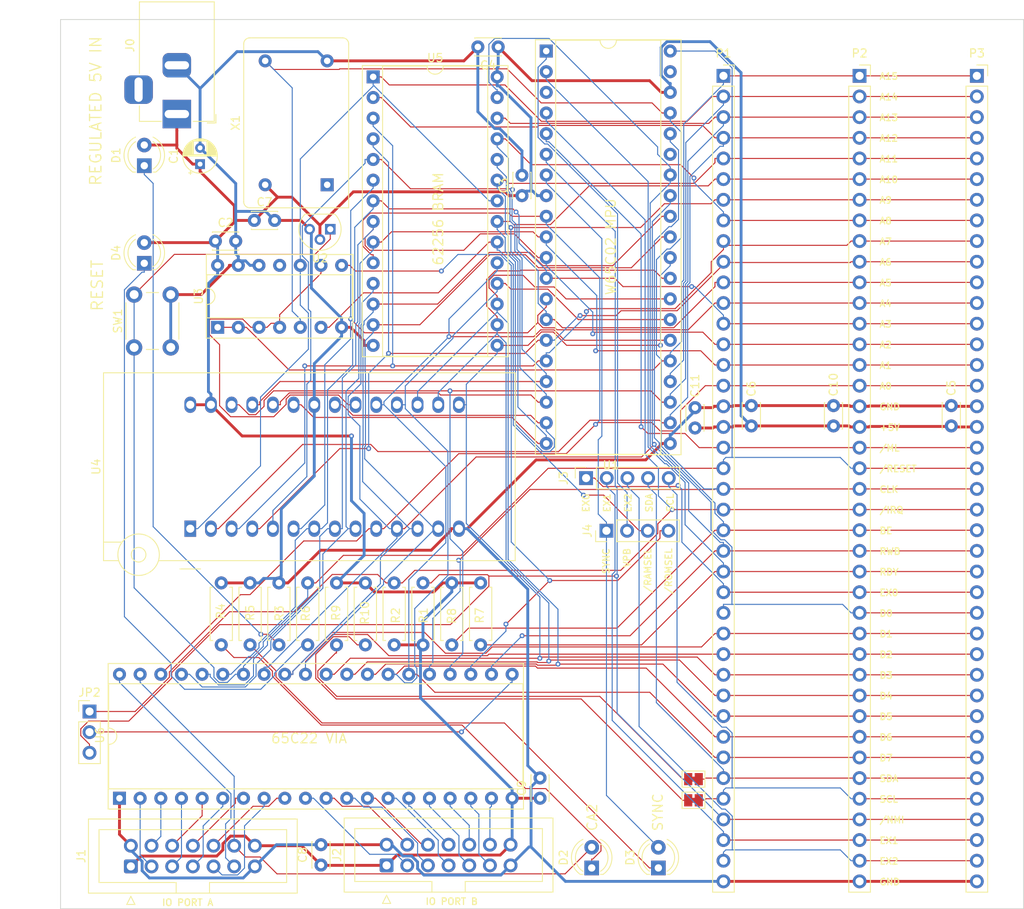
<source format=kicad_pcb>
(kicad_pcb (version 20171130) (host pcbnew "(5.1.10)-1")
  (title_block (rev 1))
  (layers (0 Front signal) (31 Back signal) (34 B.Paste user) (35 F.Paste user) (36 B.SilkS user) (37 F.SilkS user) (38 B.Mask user) (39 F.Mask user) (44 Edge.Cuts user))
  (net 0 "")
  (net 1 GND)
  (net 2 +5V)
  (net 3 "Net-(D1-Pad1)")
  (net 4 "Net-(D2-Pad1)")
  (net 5 Sync)
  (net 6 "Net-(D3-Pad1)")
  (net 7 ~RESET~)
  (net 8 "Net-(D4-Pad1)")
  (net 9 EX2)
  (net 10 EX1)
  (net 11 EX0)
  (net 12 Rx)
  (net 13 Tx)
  (net 14 ~IOSEL~)
  (net 15 ~RAMSEL~)
  (net 16 ~VP~)
  (net 17 ~ML~)
  (net 18 CLK)
  (net 19 ~NMI~)
  (net 20 /D7)
  (net 21 /D6)
  (net 22 /D5)
  (net 23 /D4)
  (net 24 /D3)
  (net 25 /D2)
  (net 26 /D1)
  (net 27 /D0)
  (net 28 RDY)
  (net 29 R~W~)
  (net 30 BE)
  (net 31 ~IRQ~)
  (net 32 /A15)
  (net 33 /A14)
  (net 34 /A13)
  (net 35 /A12)
  (net 36 /A11)
  (net 37 /A10)
  (net 38 /A9)
  (net 39 /A8)
  (net 40 /A7)
  (net 41 /A6)
  (net 42 /A5)
  (net 43 /A4)
  (net 44 /A3)
  (net 45 /A2)
  (net 46 /A1)
  (net 47 /A0)
  (net 48 /~ROMSEL~)
  (net 49 CA2)
  (net 50 PA3)
  (net 51 PA7)
  (net 52 CA1)
  (net 53 PA4)
  (net 54 PA0)
  (net 55 PA1)
  (net 56 PA5)
  (net 57 PA6)
  (net 58 PA2)
  (net 59 PB3)
  (net 60 PB7)
  (net 61 CB1)
  (net 62 PB4)
  (net 63 PB0)
  (net 64 PB1)
  (net 65 PB5)
  (net 66 CB2)
  (net 67 PB6)
  (net 68 PB2)
  (net 69 "Net-(JP1-Pad2)")
  (net 70 VIAIRQ)
  (net 71 "Net-(JP3-Pad2)")
  (module Capacitor_THT:C_Disc_D3.0mm_W2.0mm_P2.50mm (layer Front) (at 110.744 89.789 90)
    (fp_text reference C11 (at 5.207 0 90) (layer F.SilkS))
    (fp_text value .01uf)
    (pad 2 thru_hole circle (at 2.5 0 90) (size 1.6 1.6) (drill 0.8) (layers *.Cu *.Mask) (net 1 GND))
    (pad 1 thru_hole circle (at 0 0 90) (size 1.6 1.6) (drill 0.8) (layers *.Cu *.Mask) (net 2 +5V))
  )
  (module Capacitor_THT:C_Disc_D3.0mm_W2.0mm_P2.50mm (layer Front) (at 127.762 89.535 90)
    (fp_text reference C10 (at 5.08 0 90) (layer F.SilkS))
    (fp_text value .01uf)
    (pad 2 thru_hole circle (at 2.5 0 90) (size 1.6 1.6) (drill 0.8) (layers *.Cu *.Mask) (net 1 GND))
    (pad 1 thru_hole circle (at 0 0 90) (size 1.6 1.6) (drill 0.8) (layers *.Cu *.Mask) (net 2 +5V))
  )
  (module Connector_IDC:IDC-Header_2x07_P2.54mm_Vertical (layer Front) (at 72.8345 143.574 90)
    (fp_text reference J2 (at 1.27 -6.1 90) (layer F.SilkS))
    (fp_text value "IO Port B")
    (pad 14 thru_hole circle (at 2.54 15.24 90) (size 1.7 1.7) (drill 1) (layers *.Cu *.Mask) (net 2 +5V))
    (pad 12 thru_hole circle (at 2.54 12.7 90) (size 1.7 1.7) (drill 1) (layers *.Cu *.Mask) (net 66 CB2))
    (pad 10 thru_hole circle (at 2.54 10.16 90) (size 1.7 1.7) (drill 1) (layers *.Cu *.Mask) (net 60 PB7))
    (pad 8 thru_hole circle (at 2.54 7.62 90) (size 1.7 1.7) (drill 1) (layers *.Cu *.Mask) (net 65 PB5))
    (pad 6 thru_hole circle (at 2.54 5.08 90) (size 1.7 1.7) (drill 1) (layers *.Cu *.Mask) (net 59 PB3))
    (pad 4 thru_hole circle (at 2.54 2.54 90) (size 1.7 1.7) (drill 1) (layers *.Cu *.Mask) (net 64 PB1))
    (pad 2 thru_hole circle (at 2.54 0 90) (size 1.7 1.7) (drill 1) (layers *.Cu *.Mask) (net 1 GND))
    (pad 13 thru_hole circle (at 0 15.24 90) (size 1.7 1.7) (drill 1) (layers *.Cu *.Mask) (net 1 GND))
    (pad 11 thru_hole circle (at 0 12.7 90) (size 1.7 1.7) (drill 1) (layers *.Cu *.Mask) (net 61 CB1))
    (pad 9 thru_hole circle (at 0 10.16 90) (size 1.7 1.7) (drill 1) (layers *.Cu *.Mask) (net 67 PB6))
    (pad 7 thru_hole circle (at 0 7.62 90) (size 1.7 1.7) (drill 1) (layers *.Cu *.Mask) (net 62 PB4))
    (pad 5 thru_hole circle (at 0 5.08 90) (size 1.7 1.7) (drill 1) (layers *.Cu *.Mask) (net 68 PB2))
    (pad 3 thru_hole circle (at 0 2.54 90) (size 1.7 1.7) (drill 1) (layers *.Cu *.Mask) (net 63 PB0))
    (pad 1 thru_hole roundrect (at 0 0 90) (size 1.7 1.7) (drill 1) (layers *.Cu *.Mask) (roundrect_rratio 0.147059) (net 2 +5V))
  )
  (module Connector_IDC:IDC-Header_2x07_P2.54mm_Vertical (layer Front) (at 41.402 143.7 90)
    (fp_text reference J1 (at 1.27 -6.1 90) (layer F.SilkS))
    (fp_text value "IO Port A")
    (pad 14 thru_hole circle (at 2.54 15.24 90) (size 1.7 1.7) (drill 1) (layers *.Cu *.Mask) (net 2 +5V))
    (pad 12 thru_hole circle (at 2.54 12.7 90) (size 1.7 1.7) (drill 1) (layers *.Cu *.Mask) (net 49 CA2))
    (pad 10 thru_hole circle (at 2.54 10.16 90) (size 1.7 1.7) (drill 1) (layers *.Cu *.Mask) (net 51 PA7))
    (pad 8 thru_hole circle (at 2.54 7.62 90) (size 1.7 1.7) (drill 1) (layers *.Cu *.Mask) (net 56 PA5))
    (pad 6 thru_hole circle (at 2.54 5.08 90) (size 1.7 1.7) (drill 1) (layers *.Cu *.Mask) (net 50 PA3))
    (pad 4 thru_hole circle (at 2.54 2.54 90) (size 1.7 1.7) (drill 1) (layers *.Cu *.Mask) (net 55 PA1))
    (pad 2 thru_hole circle (at 2.54 0 90) (size 1.7 1.7) (drill 1) (layers *.Cu *.Mask) (net 1 GND))
    (pad 13 thru_hole circle (at 0 15.24 90) (size 1.7 1.7) (drill 1) (layers *.Cu *.Mask) (net 1 GND))
    (pad 11 thru_hole circle (at 0 12.7 90) (size 1.7 1.7) (drill 1) (layers *.Cu *.Mask) (net 52 CA1))
    (pad 9 thru_hole circle (at 0 10.16 90) (size 1.7 1.7) (drill 1) (layers *.Cu *.Mask) (net 57 PA6))
    (pad 7 thru_hole circle (at 0 7.62 90) (size 1.7 1.7) (drill 1) (layers *.Cu *.Mask) (net 53 PA4))
    (pad 5 thru_hole circle (at 0 5.08 90) (size 1.7 1.7) (drill 1) (layers *.Cu *.Mask) (net 58 PA2))
    (pad 3 thru_hole circle (at 0 2.54 90) (size 1.7 1.7) (drill 1) (layers *.Cu *.Mask) (net 54 PA0))
    (pad 1 thru_hole roundrect (at 0 0 90) (size 1.7 1.7) (drill 1) (layers *.Cu *.Mask) (roundrect_rratio 0.147059) (net 2 +5V))
  )
  (module Button_Switch_THT:SW_PUSH_6mm (layer Front) (at 41.8035 79.883 90)
    (fp_text reference SW1 (at 3.25 -2 90) (layer F.SilkS))
    (fp_text value Reset)
    (pad 1 thru_hole circle (at 6.5 0 180) (size 2 2) (drill 1.1) (layers *.Cu *.Mask) (net 7 ~RESET~))
    (pad 2 thru_hole circle (at 6.5 4.5 180) (size 2 2) (drill 1.1) (layers *.Cu *.Mask) (net 1 GND))
    (pad 1 thru_hole circle (at 0 0 180) (size 2 2) (drill 1.1) (layers *.Cu *.Mask) (net 7 ~RESET~))
    (pad 2 thru_hole circle (at 0 4.5 180) (size 2 2) (drill 1.1) (layers *.Cu *.Mask) (net 1 GND))
  )
  (module Resistor_THT:R_Axial_DIN0207_L6.3mm_D2.5mm_P7.62mm_Horizontal (layer Front) (at 70.2239 108.839 270)
    (fp_text reference R10 (at 3.683 0.0635 90) (layer F.SilkS))
    (fp_text value 4.7k)
    (pad 2 thru_hole oval (at 7.62 0 270) (size 1.6 1.6) (drill 0.8) (layers *.Cu *.Mask) (net 71 "Net-(JP3-Pad2)"))
    (pad 1 thru_hole circle (at 0 0 270) (size 1.6 1.6) (drill 0.8) (layers *.Cu *.Mask) (net 2 +5V))
  )
  (module Resistor_THT:R_Axial_DIN0207_L6.3mm_D2.5mm_P7.62mm_Horizontal (layer Front) (at 66.6821 108.839 270)
    (fp_text reference R9 (at 3.683 0.0635 90) (layer F.SilkS))
    (fp_text value 4.7k)
    (pad 2 thru_hole oval (at 7.62 0 270) (size 1.6 1.6) (drill 0.8) (layers *.Cu *.Mask) (net 69 "Net-(JP1-Pad2)"))
    (pad 1 thru_hole circle (at 0 0 270) (size 1.6 1.6) (drill 0.8) (layers *.Cu *.Mask) (net 2 +5V))
  )
  (module Connector_PinHeader_2.54mm:PinHeader_1x03_P2.54mm_Vertical (layer Front) (at 36.322 124.651)
    (fp_text reference JP2 (at 0 -2.33) (layer F.SilkS))
    (fp_text value "VIA IRQ Select")
    (pad 3 thru_hole oval (at 0 5.08) (size 1.7 1.7) (drill 1) (layers *.Cu *.Mask) (net 19 ~NMI~))
    (pad 2 thru_hole oval (at 0 2.54) (size 1.7 1.7) (drill 1) (layers *.Cu *.Mask) (net 70 VIAIRQ))
    (pad 1 thru_hole rect (at 0 0) (size 1.7 1.7) (drill 1) (layers *.Cu *.Mask) (net 31 ~IRQ~))
  )
  (module Jumper:SolderJumper-2_P1.3mm_Bridged_Pad1.0x1.5mm (layer Front) (at 110.554 135.572 180)
    (fp_text reference JP3 hide)
    (fp_text value "I2C Pullups")
    (fp_poly (pts (xy -0.25 -0.3) (xy 0.25 -0.3) (xy 0.25 0.3) (xy -0.25 0.3)) (layer Front) (width 0))
    (pad 2 smd rect (at 0.65 0 180) (size 1 1.5) (layers Front F.Mask) (net 71 "Net-(JP3-Pad2)"))
    (pad 1 smd rect (at -0.65 0 180) (size 1 1.5) (layers Front F.Mask) (net 12 Rx))
  )
  (module Jumper:SolderJumper-2_P1.3mm_Bridged_Pad1.0x1.5mm (layer Front) (at 110.554 132.969 180)
    (fp_text reference JP1 hide)
    (fp_text value "I2C Pullups")
    (fp_poly (pts (xy -0.25 -0.3) (xy 0.25 -0.3) (xy 0.25 0.3) (xy -0.25 0.3)) (layer Front) (width 0))
    (pad 2 smd rect (at 0.65 0 180) (size 1 1.5) (layers Front F.Mask) (net 69 "Net-(JP1-Pad2)"))
    (pad 1 smd rect (at -0.65 0 180) (size 1 1.5) (layers Front F.Mask) (net 13 Tx))
  )
  (module Connector_PinSocket_2.54mm:PinSocket_1x05_P2.54mm_Vertical (layer Front) (at 97.356 95.9485 90)
    (fp_text reference J3 (at 0 -2.77 90) (layer F.SilkS))
    (fp_text value "Unassigned Bus Signals")
    (pad 5 thru_hole oval (at 0 10.16 90) (size 1.7 1.7) (drill 1) (layers *.Cu *.Mask) (net 12 Rx))
    (pad 4 thru_hole oval (at 0 7.62 90) (size 1.7 1.7) (drill 1) (layers *.Cu *.Mask) (net 13 Tx))
    (pad 3 thru_hole oval (at 0 5.08 90) (size 1.7 1.7) (drill 1) (layers *.Cu *.Mask) (net 9 EX2))
    (pad 2 thru_hole oval (at 0 2.54 90) (size 1.7 1.7) (drill 1) (layers *.Cu *.Mask) (net 10 EX1))
    (pad 1 thru_hole rect (at 0 0 90) (size 1.7 1.7) (drill 1) (layers *.Cu *.Mask) (net 11 EX0))
  )
  (module Connector_PinHeader_2.54mm:PinHeader_1x04_P2.54mm_Vertical (layer Front) (at 99.856 102.426 90)
    (fp_text reference J4 (at 0 -2.33 90) (layer F.SilkS))
    (fp_text value "Control Signals")
    (pad 4 thru_hole oval (at 0 7.62 90) (size 1.7 1.7) (drill 1) (layers *.Cu *.Mask) (net 14 ~IOSEL~))
    (pad 3 thru_hole oval (at 0 5.08 90) (size 1.7 1.7) (drill 1) (layers *.Cu *.Mask) (net 15 ~RAMSEL~))
    (pad 2 thru_hole oval (at 0 2.54 90) (size 1.7 1.7) (drill 1) (layers *.Cu *.Mask) (net 16 ~VP~))
    (pad 1 thru_hole rect (at 0 0 90) (size 1.7 1.7) (drill 1) (layers *.Cu *.Mask) (net 5 Sync))
  )
  (module Oscillator:Oscillator_DIP-14 (layer Front) (at 65.532 59.8805 90)
    (fp_text reference X1 (at 7.62 -11.26 90) (layer F.SilkS))
    (fp_text value 1MHz)
    (pad 7 thru_hole circle (at 15.24 0 90) (size 1.6 1.6) (drill 0.8) (layers *.Cu *.Mask) (net 1 GND))
    (pad 8 thru_hole circle (at 15.24 -7.62 90) (size 1.6 1.6) (drill 0.8) (layers *.Cu *.Mask) (net 18 CLK))
    (pad 14 thru_hole circle (at 0 -7.62 90) (size 1.6 1.6) (drill 0.8) (layers *.Cu *.Mask) (net 2 +5V))
    (pad 1 thru_hole rect (at 0 0 90) (size 1.6 1.6) (drill 0.8) (layers *.Cu *.Mask))
  )
  (module Package_DIP:DIP-14_W7.62mm_Socket (layer Front) (at 52.07 77.4065 90)
    (fp_text reference U3 (at 3.81 -2.33 90) (layer F.SilkS))
    (fp_text value 74HC00)
    (pad 14 thru_hole oval (at 7.62 0 90) (size 1.6 1.6) (drill 0.8) (layers *.Cu *.Mask) (net 2 +5V))
    (pad 7 thru_hole oval (at 0 15.24 90) (size 1.6 1.6) (drill 0.8) (layers *.Cu *.Mask) (net 1 GND))
    (pad 13 thru_hole oval (at 7.62 2.54 90) (size 1.6 1.6) (drill 0.8) (layers *.Cu *.Mask) (net 1 GND))
    (pad 6 thru_hole oval (at 0 12.7 90) (size 1.6 1.6) (drill 0.8) (layers *.Cu *.Mask) (net 15 ~RAMSEL~))
    (pad 12 thru_hole oval (at 7.62 5.08 90) (size 1.6 1.6) (drill 0.8) (layers *.Cu *.Mask) (net 1 GND))
    (pad 5 thru_hole oval (at 0 10.16 90) (size 1.6 1.6) (drill 0.8) (layers *.Cu *.Mask) (net 18 CLK))
    (pad 11 thru_hole oval (at 7.62 7.62 90) (size 1.6 1.6) (drill 0.8) (layers *.Cu *.Mask))
    (pad 4 thru_hole oval (at 0 7.62 90) (size 1.6 1.6) (drill 0.8) (layers *.Cu *.Mask) (net 48 /~ROMSEL~))
    (pad 10 thru_hole oval (at 7.62 10.16 90) (size 1.6 1.6) (drill 0.8) (layers *.Cu *.Mask) (net 33 /A14))
    (pad 3 thru_hole oval (at 0 5.08 90) (size 1.6 1.6) (drill 0.8) (layers *.Cu *.Mask) (net 48 /~ROMSEL~))
    (pad 9 thru_hole oval (at 7.62 12.7 90) (size 1.6 1.6) (drill 0.8) (layers *.Cu *.Mask) (net 48 /~ROMSEL~))
    (pad 2 thru_hole oval (at 0 2.54 90) (size 1.6 1.6) (drill 0.8) (layers *.Cu *.Mask) (net 32 /A15))
    (pad 8 thru_hole oval (at 7.62 15.24 90) (size 1.6 1.6) (drill 0.8) (layers *.Cu *.Mask) (net 14 ~IOSEL~))
    (pad 1 thru_hole rect (at 0 0 90) (size 1.6 1.6) (drill 0.8) (layers *.Cu *.Mask) (net 32 /A15))
  )
  (module Package_TO_SOT_THT:TO-92 (layer Front) (at 65.913 65.3415 180)
    (fp_text reference U2 (at 1.27 -3.56) (layer F.SilkS))
    (fp_text value DS1813)
    (pad 1 thru_hole rect (at 0 0 180) (size 1.3 1.3) (drill 0.75) (layers *.Cu *.Mask) (net 7 ~RESET~))
    (pad 3 thru_hole circle (at 2.54 0 180) (size 1.3 1.3) (drill 0.75) (layers *.Cu *.Mask) (net 1 GND))
    (pad 2 thru_hole circle (at 1.27 -1.27 180) (size 1.3 1.3) (drill 0.75) (layers *.Cu *.Mask) (net 2 +5V))
  )
  (module Connector_PinSocket_2.54mm:PinSocket_1x40_P2.54mm_Vertical (layer Front) (at 145.381 46.482)
    (fp_text reference P3 (at 0 -2.77) (layer F.SilkS))
    (fp_text value "BE6502X Bus")
    (pad 40 thru_hole oval (at 0 99.06) (size 1.7 1.7) (drill 1) (layers *.Cu *.Mask) (net 1 GND))
    (pad 39 thru_hole oval (at 0 96.52) (size 1.7 1.7) (drill 1) (layers *.Cu *.Mask) (net 9 EX2))
    (pad 38 thru_hole oval (at 0 93.98) (size 1.7 1.7) (drill 1) (layers *.Cu *.Mask) (net 10 EX1))
    (pad 37 thru_hole oval (at 0 91.44) (size 1.7 1.7) (drill 1) (layers *.Cu *.Mask) (net 19 ~NMI~))
    (pad 36 thru_hole oval (at 0 88.9) (size 1.7 1.7) (drill 1) (layers *.Cu *.Mask) (net 12 Rx))
    (pad 35 thru_hole oval (at 0 86.36) (size 1.7 1.7) (drill 1) (layers *.Cu *.Mask) (net 13 Tx))
    (pad 34 thru_hole oval (at 0 83.82) (size 1.7 1.7) (drill 1) (layers *.Cu *.Mask) (net 20 /D7))
    (pad 33 thru_hole oval (at 0 81.28) (size 1.7 1.7) (drill 1) (layers *.Cu *.Mask) (net 21 /D6))
    (pad 32 thru_hole oval (at 0 78.74) (size 1.7 1.7) (drill 1) (layers *.Cu *.Mask) (net 22 /D5))
    (pad 31 thru_hole oval (at 0 76.2) (size 1.7 1.7) (drill 1) (layers *.Cu *.Mask) (net 23 /D4))
    (pad 30 thru_hole oval (at 0 73.66) (size 1.7 1.7) (drill 1) (layers *.Cu *.Mask) (net 24 /D3))
    (pad 29 thru_hole oval (at 0 71.12) (size 1.7 1.7) (drill 1) (layers *.Cu *.Mask) (net 25 /D2))
    (pad 28 thru_hole oval (at 0 68.58) (size 1.7 1.7) (drill 1) (layers *.Cu *.Mask) (net 26 /D1))
    (pad 27 thru_hole oval (at 0 66.04) (size 1.7 1.7) (drill 1) (layers *.Cu *.Mask) (net 27 /D0))
    (pad 26 thru_hole oval (at 0 63.5) (size 1.7 1.7) (drill 1) (layers *.Cu *.Mask) (net 11 EX0))
    (pad 25 thru_hole oval (at 0 60.96) (size 1.7 1.7) (drill 1) (layers *.Cu *.Mask) (net 28 RDY))
    (pad 24 thru_hole oval (at 0 58.42) (size 1.7 1.7) (drill 1) (layers *.Cu *.Mask) (net 29 R~W~))
    (pad 23 thru_hole oval (at 0 55.88) (size 1.7 1.7) (drill 1) (layers *.Cu *.Mask) (net 30 BE))
    (pad 22 thru_hole oval (at 0 53.34) (size 1.7 1.7) (drill 1) (layers *.Cu *.Mask) (net 31 ~IRQ~))
    (pad 21 thru_hole oval (at 0 50.8) (size 1.7 1.7) (drill 1) (layers *.Cu *.Mask) (net 18 CLK))
    (pad 20 thru_hole oval (at 0 48.26) (size 1.7 1.7) (drill 1) (layers *.Cu *.Mask) (net 7 ~RESET~))
    (pad 19 thru_hole oval (at 0 45.72) (size 1.7 1.7) (drill 1) (layers *.Cu *.Mask) (net 17 ~ML~))
    (pad 18 thru_hole oval (at 0 43.18) (size 1.7 1.7) (drill 1) (layers *.Cu *.Mask) (net 2 +5V))
    (pad 17 thru_hole oval (at 0 40.64) (size 1.7 1.7) (drill 1) (layers *.Cu *.Mask) (net 1 GND))
    (pad 16 thru_hole oval (at 0 38.1) (size 1.7 1.7) (drill 1) (layers *.Cu *.Mask) (net 47 /A0))
    (pad 15 thru_hole oval (at 0 35.56) (size 1.7 1.7) (drill 1) (layers *.Cu *.Mask) (net 46 /A1))
    (pad 14 thru_hole oval (at 0 33.02) (size 1.7 1.7) (drill 1) (layers *.Cu *.Mask) (net 45 /A2))
    (pad 13 thru_hole oval (at 0 30.48) (size 1.7 1.7) (drill 1) (layers *.Cu *.Mask) (net 44 /A3))
    (pad 12 thru_hole oval (at 0 27.94) (size 1.7 1.7) (drill 1) (layers *.Cu *.Mask) (net 43 /A4))
    (pad 11 thru_hole oval (at 0 25.4) (size 1.7 1.7) (drill 1) (layers *.Cu *.Mask) (net 42 /A5))
    (pad 10 thru_hole oval (at 0 22.86) (size 1.7 1.7) (drill 1) (layers *.Cu *.Mask) (net 41 /A6))
    (pad 9 thru_hole oval (at 0 20.32) (size 1.7 1.7) (drill 1) (layers *.Cu *.Mask) (net 40 /A7))
    (pad 8 thru_hole oval (at 0 17.78) (size 1.7 1.7) (drill 1) (layers *.Cu *.Mask) (net 39 /A8))
    (pad 7 thru_hole oval (at 0 15.24) (size 1.7 1.7) (drill 1) (layers *.Cu *.Mask) (net 38 /A9))
    (pad 6 thru_hole oval (at 0 12.7) (size 1.7 1.7) (drill 1) (layers *.Cu *.Mask) (net 37 /A10))
    (pad 5 thru_hole oval (at 0 10.16) (size 1.7 1.7) (drill 1) (layers *.Cu *.Mask) (net 36 /A11))
    (pad 4 thru_hole oval (at 0 7.62) (size 1.7 1.7) (drill 1) (layers *.Cu *.Mask) (net 35 /A12))
    (pad 3 thru_hole oval (at 0 5.08) (size 1.7 1.7) (drill 1) (layers *.Cu *.Mask) (net 34 /A13))
    (pad 2 thru_hole oval (at 0 2.54) (size 1.7 1.7) (drill 1) (layers *.Cu *.Mask) (net 33 /A14))
    (pad 1 thru_hole rect (at 0 0) (size 1.7 1.7) (drill 1) (layers *.Cu *.Mask) (net 32 /A15))
  )
  (module Connector_PinSocket_2.54mm:PinSocket_1x40_P2.54mm_Vertical (layer Front) (at 130.968 46.482)
    (fp_text reference P2 (at 0 -2.77) (layer F.SilkS))
    (fp_text value "BE6502X Bus")
    (pad 40 thru_hole oval (at 0 99.06) (size 1.7 1.7) (drill 1) (layers *.Cu *.Mask) (net 1 GND))
    (pad 39 thru_hole oval (at 0 96.52) (size 1.7 1.7) (drill 1) (layers *.Cu *.Mask) (net 9 EX2))
    (pad 38 thru_hole oval (at 0 93.98) (size 1.7 1.7) (drill 1) (layers *.Cu *.Mask) (net 10 EX1))
    (pad 37 thru_hole oval (at 0 91.44) (size 1.7 1.7) (drill 1) (layers *.Cu *.Mask) (net 19 ~NMI~))
    (pad 36 thru_hole oval (at 0 88.9) (size 1.7 1.7) (drill 1) (layers *.Cu *.Mask) (net 12 Rx))
    (pad 35 thru_hole oval (at 0 86.36) (size 1.7 1.7) (drill 1) (layers *.Cu *.Mask) (net 13 Tx))
    (pad 34 thru_hole oval (at 0 83.82) (size 1.7 1.7) (drill 1) (layers *.Cu *.Mask) (net 20 /D7))
    (pad 33 thru_hole oval (at 0 81.28) (size 1.7 1.7) (drill 1) (layers *.Cu *.Mask) (net 21 /D6))
    (pad 32 thru_hole oval (at 0 78.74) (size 1.7 1.7) (drill 1) (layers *.Cu *.Mask) (net 22 /D5))
    (pad 31 thru_hole oval (at 0 76.2) (size 1.7 1.7) (drill 1) (layers *.Cu *.Mask) (net 23 /D4))
    (pad 30 thru_hole oval (at 0 73.66) (size 1.7 1.7) (drill 1) (layers *.Cu *.Mask) (net 24 /D3))
    (pad 29 thru_hole oval (at 0 71.12) (size 1.7 1.7) (drill 1) (layers *.Cu *.Mask) (net 25 /D2))
    (pad 28 thru_hole oval (at 0 68.58) (size 1.7 1.7) (drill 1) (layers *.Cu *.Mask) (net 26 /D1))
    (pad 27 thru_hole oval (at 0 66.04) (size 1.7 1.7) (drill 1) (layers *.Cu *.Mask) (net 27 /D0))
    (pad 26 thru_hole oval (at 0 63.5) (size 1.7 1.7) (drill 1) (layers *.Cu *.Mask) (net 11 EX0))
    (pad 25 thru_hole oval (at 0 60.96) (size 1.7 1.7) (drill 1) (layers *.Cu *.Mask) (net 28 RDY))
    (pad 24 thru_hole oval (at 0 58.42) (size 1.7 1.7) (drill 1) (layers *.Cu *.Mask) (net 29 R~W~))
    (pad 23 thru_hole oval (at 0 55.88) (size 1.7 1.7) (drill 1) (layers *.Cu *.Mask) (net 30 BE))
    (pad 22 thru_hole oval (at 0 53.34) (size 1.7 1.7) (drill 1) (layers *.Cu *.Mask) (net 31 ~IRQ~))
    (pad 21 thru_hole oval (at 0 50.8) (size 1.7 1.7) (drill 1) (layers *.Cu *.Mask) (net 18 CLK))
    (pad 20 thru_hole oval (at 0 48.26) (size 1.7 1.7) (drill 1) (layers *.Cu *.Mask) (net 7 ~RESET~))
    (pad 19 thru_hole oval (at 0 45.72) (size 1.7 1.7) (drill 1) (layers *.Cu *.Mask) (net 17 ~ML~))
    (pad 18 thru_hole oval (at 0 43.18) (size 1.7 1.7) (drill 1) (layers *.Cu *.Mask) (net 2 +5V))
    (pad 17 thru_hole oval (at 0 40.64) (size 1.7 1.7) (drill 1) (layers *.Cu *.Mask) (net 1 GND))
    (pad 16 thru_hole oval (at 0 38.1) (size 1.7 1.7) (drill 1) (layers *.Cu *.Mask) (net 47 /A0))
    (pad 15 thru_hole oval (at 0 35.56) (size 1.7 1.7) (drill 1) (layers *.Cu *.Mask) (net 46 /A1))
    (pad 14 thru_hole oval (at 0 33.02) (size 1.7 1.7) (drill 1) (layers *.Cu *.Mask) (net 45 /A2))
    (pad 13 thru_hole oval (at 0 30.48) (size 1.7 1.7) (drill 1) (layers *.Cu *.Mask) (net 44 /A3))
    (pad 12 thru_hole oval (at 0 27.94) (size 1.7 1.7) (drill 1) (layers *.Cu *.Mask) (net 43 /A4))
    (pad 11 thru_hole oval (at 0 25.4) (size 1.7 1.7) (drill 1) (layers *.Cu *.Mask) (net 42 /A5))
    (pad 10 thru_hole oval (at 0 22.86) (size 1.7 1.7) (drill 1) (layers *.Cu *.Mask) (net 41 /A6))
    (pad 9 thru_hole oval (at 0 20.32) (size 1.7 1.7) (drill 1) (layers *.Cu *.Mask) (net 40 /A7))
    (pad 8 thru_hole oval (at 0 17.78) (size 1.7 1.7) (drill 1) (layers *.Cu *.Mask) (net 39 /A8))
    (pad 7 thru_hole oval (at 0 15.24) (size 1.7 1.7) (drill 1) (layers *.Cu *.Mask) (net 38 /A9))
    (pad 6 thru_hole oval (at 0 12.7) (size 1.7 1.7) (drill 1) (layers *.Cu *.Mask) (net 37 /A10))
    (pad 5 thru_hole oval (at 0 10.16) (size 1.7 1.7) (drill 1) (layers *.Cu *.Mask) (net 36 /A11))
    (pad 4 thru_hole oval (at 0 7.62) (size 1.7 1.7) (drill 1) (layers *.Cu *.Mask) (net 35 /A12))
    (pad 3 thru_hole oval (at 0 5.08) (size 1.7 1.7) (drill 1) (layers *.Cu *.Mask) (net 34 /A13))
    (pad 2 thru_hole oval (at 0 2.54) (size 1.7 1.7) (drill 1) (layers *.Cu *.Mask) (net 33 /A14))
    (pad 1 thru_hole rect (at 0 0) (size 1.7 1.7) (drill 1) (layers *.Cu *.Mask) (net 32 /A15))
  )
  (module Package_DIP:DIP-40_W15.24mm_Socket (layer Front) (at 40.005 135.319 90)
    (fp_text reference U6 (at 7.747 -2.413 90) (layer F.SilkS))
    (fp_text value W65C22SxP)
    (pad 40 thru_hole oval (at 15.24 0 90) (size 1.6 1.6) (drill 0.8) (layers *.Cu *.Mask) (net 52 CA1))
    (pad 20 thru_hole oval (at 0 48.26 90) (size 1.6 1.6) (drill 0.8) (layers *.Cu *.Mask) (net 2 +5V))
    (pad 39 thru_hole oval (at 15.24 2.54 90) (size 1.6 1.6) (drill 0.8) (layers *.Cu *.Mask) (net 49 CA2))
    (pad 19 thru_hole oval (at 0 45.72 90) (size 1.6 1.6) (drill 0.8) (layers *.Cu *.Mask) (net 66 CB2))
    (pad 38 thru_hole oval (at 15.24 5.08 90) (size 1.6 1.6) (drill 0.8) (layers *.Cu *.Mask) (net 47 /A0))
    (pad 18 thru_hole oval (at 0 43.18 90) (size 1.6 1.6) (drill 0.8) (layers *.Cu *.Mask) (net 61 CB1))
    (pad 37 thru_hole oval (at 15.24 7.62 90) (size 1.6 1.6) (drill 0.8) (layers *.Cu *.Mask) (net 46 /A1))
    (pad 17 thru_hole oval (at 0 40.64 90) (size 1.6 1.6) (drill 0.8) (layers *.Cu *.Mask) (net 60 PB7))
    (pad 36 thru_hole oval (at 15.24 10.16 90) (size 1.6 1.6) (drill 0.8) (layers *.Cu *.Mask) (net 45 /A2))
    (pad 16 thru_hole oval (at 0 38.1 90) (size 1.6 1.6) (drill 0.8) (layers *.Cu *.Mask) (net 67 PB6))
    (pad 35 thru_hole oval (at 15.24 12.7 90) (size 1.6 1.6) (drill 0.8) (layers *.Cu *.Mask) (net 44 /A3))
    (pad 15 thru_hole oval (at 0 35.56 90) (size 1.6 1.6) (drill 0.8) (layers *.Cu *.Mask) (net 65 PB5))
    (pad 34 thru_hole oval (at 15.24 15.24 90) (size 1.6 1.6) (drill 0.8) (layers *.Cu *.Mask) (net 7 ~RESET~))
    (pad 14 thru_hole oval (at 0 33.02 90) (size 1.6 1.6) (drill 0.8) (layers *.Cu *.Mask) (net 62 PB4))
    (pad 33 thru_hole oval (at 15.24 17.78 90) (size 1.6 1.6) (drill 0.8) (layers *.Cu *.Mask) (net 27 /D0))
    (pad 13 thru_hole oval (at 0 30.48 90) (size 1.6 1.6) (drill 0.8) (layers *.Cu *.Mask) (net 59 PB3))
    (pad 32 thru_hole oval (at 15.24 20.32 90) (size 1.6 1.6) (drill 0.8) (layers *.Cu *.Mask) (net 26 /D1))
    (pad 12 thru_hole oval (at 0 27.94 90) (size 1.6 1.6) (drill 0.8) (layers *.Cu *.Mask) (net 68 PB2))
    (pad 31 thru_hole oval (at 15.24 22.86 90) (size 1.6 1.6) (drill 0.8) (layers *.Cu *.Mask) (net 25 /D2))
    (pad 11 thru_hole oval (at 0 25.4 90) (size 1.6 1.6) (drill 0.8) (layers *.Cu *.Mask) (net 64 PB1))
    (pad 30 thru_hole oval (at 15.24 25.4 90) (size 1.6 1.6) (drill 0.8) (layers *.Cu *.Mask) (net 24 /D3))
    (pad 10 thru_hole oval (at 0 22.86 90) (size 1.6 1.6) (drill 0.8) (layers *.Cu *.Mask) (net 63 PB0))
    (pad 29 thru_hole oval (at 15.24 27.94 90) (size 1.6 1.6) (drill 0.8) (layers *.Cu *.Mask) (net 23 /D4))
    (pad 9 thru_hole oval (at 0 20.32 90) (size 1.6 1.6) (drill 0.8) (layers *.Cu *.Mask) (net 51 PA7))
    (pad 28 thru_hole oval (at 15.24 30.48 90) (size 1.6 1.6) (drill 0.8) (layers *.Cu *.Mask) (net 22 /D5))
    (pad 8 thru_hole oval (at 0 17.78 90) (size 1.6 1.6) (drill 0.8) (layers *.Cu *.Mask) (net 57 PA6))
    (pad 27 thru_hole oval (at 15.24 33.02 90) (size 1.6 1.6) (drill 0.8) (layers *.Cu *.Mask) (net 21 /D6))
    (pad 7 thru_hole oval (at 0 15.24 90) (size 1.6 1.6) (drill 0.8) (layers *.Cu *.Mask) (net 56 PA5))
    (pad 26 thru_hole oval (at 15.24 35.56 90) (size 1.6 1.6) (drill 0.8) (layers *.Cu *.Mask) (net 20 /D7))
    (pad 6 thru_hole oval (at 0 12.7 90) (size 1.6 1.6) (drill 0.8) (layers *.Cu *.Mask) (net 53 PA4))
    (pad 25 thru_hole oval (at 15.24 38.1 90) (size 1.6 1.6) (drill 0.8) (layers *.Cu *.Mask) (net 18 CLK))
    (pad 5 thru_hole oval (at 0 10.16 90) (size 1.6 1.6) (drill 0.8) (layers *.Cu *.Mask) (net 50 PA3))
    (pad 24 thru_hole oval (at 15.24 40.64 90) (size 1.6 1.6) (drill 0.8) (layers *.Cu *.Mask) (net 34 /A13))
    (pad 4 thru_hole oval (at 0 7.62 90) (size 1.6 1.6) (drill 0.8) (layers *.Cu *.Mask) (net 58 PA2))
    (pad 23 thru_hole oval (at 15.24 43.18 90) (size 1.6 1.6) (drill 0.8) (layers *.Cu *.Mask) (net 14 ~IOSEL~))
    (pad 3 thru_hole oval (at 0 5.08 90) (size 1.6 1.6) (drill 0.8) (layers *.Cu *.Mask) (net 55 PA1))
    (pad 22 thru_hole oval (at 15.24 45.72 90) (size 1.6 1.6) (drill 0.8) (layers *.Cu *.Mask) (net 29 R~W~))
    (pad 2 thru_hole oval (at 0 2.54 90) (size 1.6 1.6) (drill 0.8) (layers *.Cu *.Mask) (net 54 PA0))
    (pad 21 thru_hole oval (at 15.24 48.26 90) (size 1.6 1.6) (drill 0.8) (layers *.Cu *.Mask) (net 70 VIAIRQ))
    (pad 1 thru_hole rect (at 0 0 90) (size 1.6 1.6) (drill 0.8) (layers *.Cu *.Mask) (net 1 GND))
  )
  (module Package_DIP:DIP-28_W15.24mm_Socket (layer Front) (at 71.1835 46.609)
    (fp_text reference U5 (at 7.62 -2.33) (layer F.SilkS))
    (fp_text value KM62256CLP)
    (pad 28 thru_hole oval (at 15.24 0) (size 1.6 1.6) (drill 0.8) (layers *.Cu *.Mask) (net 2 +5V))
    (pad 14 thru_hole oval (at 0 33.02) (size 1.6 1.6) (drill 0.8) (layers *.Cu *.Mask) (net 1 GND))
    (pad 27 thru_hole oval (at 15.24 2.54) (size 1.6 1.6) (drill 0.8) (layers *.Cu *.Mask) (net 29 R~W~))
    (pad 13 thru_hole oval (at 0 30.48) (size 1.6 1.6) (drill 0.8) (layers *.Cu *.Mask) (net 25 /D2))
    (pad 26 thru_hole oval (at 15.24 5.08) (size 1.6 1.6) (drill 0.8) (layers *.Cu *.Mask) (net 34 /A13))
    (pad 12 thru_hole oval (at 0 27.94) (size 1.6 1.6) (drill 0.8) (layers *.Cu *.Mask) (net 26 /D1))
    (pad 25 thru_hole oval (at 15.24 7.62) (size 1.6 1.6) (drill 0.8) (layers *.Cu *.Mask) (net 39 /A8))
    (pad 11 thru_hole oval (at 0 25.4) (size 1.6 1.6) (drill 0.8) (layers *.Cu *.Mask) (net 27 /D0))
    (pad 24 thru_hole oval (at 15.24 10.16) (size 1.6 1.6) (drill 0.8) (layers *.Cu *.Mask) (net 38 /A9))
    (pad 10 thru_hole oval (at 0 22.86) (size 1.6 1.6) (drill 0.8) (layers *.Cu *.Mask) (net 47 /A0))
    (pad 23 thru_hole oval (at 15.24 12.7) (size 1.6 1.6) (drill 0.8) (layers *.Cu *.Mask) (net 36 /A11))
    (pad 9 thru_hole oval (at 0 20.32) (size 1.6 1.6) (drill 0.8) (layers *.Cu *.Mask) (net 46 /A1))
    (pad 22 thru_hole oval (at 15.24 15.24) (size 1.6 1.6) (drill 0.8) (layers *.Cu *.Mask) (net 33 /A14))
    (pad 8 thru_hole oval (at 0 17.78) (size 1.6 1.6) (drill 0.8) (layers *.Cu *.Mask) (net 45 /A2))
    (pad 21 thru_hole oval (at 15.24 17.78) (size 1.6 1.6) (drill 0.8) (layers *.Cu *.Mask) (net 37 /A10))
    (pad 7 thru_hole oval (at 0 15.24) (size 1.6 1.6) (drill 0.8) (layers *.Cu *.Mask) (net 44 /A3))
    (pad 20 thru_hole oval (at 15.24 20.32) (size 1.6 1.6) (drill 0.8) (layers *.Cu *.Mask) (net 15 ~RAMSEL~))
    (pad 6 thru_hole oval (at 0 12.7) (size 1.6 1.6) (drill 0.8) (layers *.Cu *.Mask) (net 43 /A4))
    (pad 19 thru_hole oval (at 15.24 22.86) (size 1.6 1.6) (drill 0.8) (layers *.Cu *.Mask) (net 20 /D7))
    (pad 5 thru_hole oval (at 0 10.16) (size 1.6 1.6) (drill 0.8) (layers *.Cu *.Mask) (net 42 /A5))
    (pad 18 thru_hole oval (at 15.24 25.4) (size 1.6 1.6) (drill 0.8) (layers *.Cu *.Mask) (net 21 /D6))
    (pad 4 thru_hole oval (at 0 7.62) (size 1.6 1.6) (drill 0.8) (layers *.Cu *.Mask) (net 41 /A6))
    (pad 17 thru_hole oval (at 15.24 27.94) (size 1.6 1.6) (drill 0.8) (layers *.Cu *.Mask) (net 22 /D5))
    (pad 3 thru_hole oval (at 0 5.08) (size 1.6 1.6) (drill 0.8) (layers *.Cu *.Mask) (net 40 /A7))
    (pad 16 thru_hole oval (at 15.24 30.48) (size 1.6 1.6) (drill 0.8) (layers *.Cu *.Mask) (net 23 /D4))
    (pad 2 thru_hole oval (at 0 2.54) (size 1.6 1.6) (drill 0.8) (layers *.Cu *.Mask) (net 35 /A12))
    (pad 15 thru_hole oval (at 15.24 33.02) (size 1.6 1.6) (drill 0.8) (layers *.Cu *.Mask) (net 24 /D3))
    (pad 1 thru_hole rect (at 0 0) (size 1.6 1.6) (drill 0.8) (layers *.Cu *.Mask) (net 33 /A14))
  )
  (module Socket:DIP_Socket-28_W11.9_W12.7_W15.24_W17.78_W18.5_3M_228-1277-00-0602J (layer Front) (at 48.7045 102.172 90)
    (fp_text reference U4 (at 7.62 -11.56 90) (layer F.SilkS))
    (fp_text value 28C256)
    (pad 15 thru_hole oval (at 15.24 33.02 90) (size 2 1.44) (drill 1) (layers *.Cu *.Mask) (net 24 /D3))
    (pad 14 thru_hole oval (at 0 33.02 90) (size 2 1.44) (drill 1) (layers *.Cu *.Mask) (net 1 GND))
    (pad 16 thru_hole oval (at 15.24 30.48 90) (size 2 1.44) (drill 1) (layers *.Cu *.Mask) (net 23 /D4))
    (pad 13 thru_hole oval (at 0 30.48 90) (size 2 1.44) (drill 1) (layers *.Cu *.Mask) (net 25 /D2))
    (pad 17 thru_hole oval (at 15.24 27.94 90) (size 2 1.44) (drill 1) (layers *.Cu *.Mask) (net 22 /D5))
    (pad 12 thru_hole oval (at 0 27.94 90) (size 2 1.44) (drill 1) (layers *.Cu *.Mask) (net 26 /D1))
    (pad 18 thru_hole oval (at 15.24 25.4 90) (size 2 1.44) (drill 1) (layers *.Cu *.Mask) (net 21 /D6))
    (pad 11 thru_hole oval (at 0 25.4 90) (size 2 1.44) (drill 1) (layers *.Cu *.Mask) (net 27 /D0))
    (pad 19 thru_hole oval (at 15.24 22.86 90) (size 2 1.44) (drill 1) (layers *.Cu *.Mask) (net 20 /D7))
    (pad 10 thru_hole oval (at 0 22.86 90) (size 2 1.44) (drill 1) (layers *.Cu *.Mask) (net 47 /A0))
    (pad 20 thru_hole oval (at 15.24 20.32 90) (size 2 1.44) (drill 1) (layers *.Cu *.Mask) (net 48 /~ROMSEL~))
    (pad 9 thru_hole oval (at 0 20.32 90) (size 2 1.44) (drill 1) (layers *.Cu *.Mask) (net 46 /A1))
    (pad 21 thru_hole oval (at 15.24 17.78 90) (size 2 1.44) (drill 1) (layers *.Cu *.Mask) (net 37 /A10))
    (pad 8 thru_hole oval (at 0 17.78 90) (size 2 1.44) (drill 1) (layers *.Cu *.Mask) (net 45 /A2))
    (pad 22 thru_hole oval (at 15.24 15.24 90) (size 2 1.44) (drill 1) (layers *.Cu *.Mask) (net 1 GND))
    (pad 7 thru_hole oval (at 0 15.24 90) (size 2 1.44) (drill 1) (layers *.Cu *.Mask) (net 44 /A3))
    (pad 23 thru_hole oval (at 15.24 12.7 90) (size 2 1.44) (drill 1) (layers *.Cu *.Mask) (net 36 /A11))
    (pad 6 thru_hole oval (at 0 12.7 90) (size 2 1.44) (drill 1) (layers *.Cu *.Mask) (net 43 /A4))
    (pad 24 thru_hole oval (at 15.24 10.16 90) (size 2 1.44) (drill 1) (layers *.Cu *.Mask) (net 38 /A9))
    (pad 5 thru_hole oval (at 0 10.16 90) (size 2 1.44) (drill 1) (layers *.Cu *.Mask) (net 42 /A5))
    (pad 25 thru_hole oval (at 15.24 7.62 90) (size 2 1.44) (drill 1) (layers *.Cu *.Mask) (net 39 /A8))
    (pad 4 thru_hole oval (at 0 7.62 90) (size 2 1.44) (drill 1) (layers *.Cu *.Mask) (net 41 /A6))
    (pad 26 thru_hole oval (at 15.24 5.08 90) (size 2 1.44) (drill 1) (layers *.Cu *.Mask) (net 34 /A13))
    (pad 3 thru_hole oval (at 0 5.08 90) (size 2 1.44) (drill 1) (layers *.Cu *.Mask) (net 40 /A7))
    (pad 27 thru_hole oval (at 15.24 2.54 90) (size 2 1.44) (drill 1) (layers *.Cu *.Mask) (net 2 +5V))
    (pad 2 thru_hole oval (at 0 2.54 90) (size 2 1.44) (drill 1) (layers *.Cu *.Mask) (net 35 /A12))
    (pad 28 thru_hole oval (at 15.24 0 90) (size 2 1.44) (drill 1) (layers *.Cu *.Mask) (net 2 +5V))
    (pad 1 thru_hole rect (at 0 0 90) (size 2 1.44) (drill 1) (layers *.Cu *.Mask) (net 33 /A14))
  )
  (module Package_DIP:DIP-40_W15.24mm_Socket (layer Front) (at 92.456 43.434)
    (fp_text reference U1 (at 7.9375 50.927) (layer F.SilkS))
    (fp_text value W65C02SxP)
    (pad 40 thru_hole oval (at 15.24 0) (size 1.6 1.6) (drill 0.8) (layers *.Cu *.Mask) (net 7 ~RESET~))
    (pad 20 thru_hole oval (at 0 48.26) (size 1.6 1.6) (drill 0.8) (layers *.Cu *.Mask) (net 36 /A11))
    (pad 39 thru_hole oval (at 15.24 2.54) (size 1.6 1.6) (drill 0.8) (layers *.Cu *.Mask))
    (pad 19 thru_hole oval (at 0 45.72) (size 1.6 1.6) (drill 0.8) (layers *.Cu *.Mask) (net 37 /A10))
    (pad 38 thru_hole oval (at 15.24 5.08) (size 1.6 1.6) (drill 0.8) (layers *.Cu *.Mask) (net 2 +5V))
    (pad 18 thru_hole oval (at 0 43.18) (size 1.6 1.6) (drill 0.8) (layers *.Cu *.Mask) (net 38 /A9))
    (pad 37 thru_hole oval (at 15.24 7.62) (size 1.6 1.6) (drill 0.8) (layers *.Cu *.Mask) (net 18 CLK))
    (pad 17 thru_hole oval (at 0 40.64) (size 1.6 1.6) (drill 0.8) (layers *.Cu *.Mask) (net 39 /A8))
    (pad 36 thru_hole oval (at 15.24 10.16) (size 1.6 1.6) (drill 0.8) (layers *.Cu *.Mask) (net 30 BE))
    (pad 16 thru_hole oval (at 0 38.1) (size 1.6 1.6) (drill 0.8) (layers *.Cu *.Mask) (net 40 /A7))
    (pad 35 thru_hole oval (at 15.24 12.7) (size 1.6 1.6) (drill 0.8) (layers *.Cu *.Mask))
    (pad 15 thru_hole oval (at 0 35.56) (size 1.6 1.6) (drill 0.8) (layers *.Cu *.Mask) (net 41 /A6))
    (pad 34 thru_hole oval (at 15.24 15.24) (size 1.6 1.6) (drill 0.8) (layers *.Cu *.Mask) (net 29 R~W~))
    (pad 14 thru_hole oval (at 0 33.02) (size 1.6 1.6) (drill 0.8) (layers *.Cu *.Mask) (net 42 /A5))
    (pad 33 thru_hole oval (at 15.24 17.78) (size 1.6 1.6) (drill 0.8) (layers *.Cu *.Mask) (net 27 /D0))
    (pad 13 thru_hole oval (at 0 30.48) (size 1.6 1.6) (drill 0.8) (layers *.Cu *.Mask) (net 43 /A4))
    (pad 32 thru_hole oval (at 15.24 20.32) (size 1.6 1.6) (drill 0.8) (layers *.Cu *.Mask) (net 26 /D1))
    (pad 12 thru_hole oval (at 0 27.94) (size 1.6 1.6) (drill 0.8) (layers *.Cu *.Mask) (net 44 /A3))
    (pad 31 thru_hole oval (at 15.24 22.86) (size 1.6 1.6) (drill 0.8) (layers *.Cu *.Mask) (net 25 /D2))
    (pad 11 thru_hole oval (at 0 25.4) (size 1.6 1.6) (drill 0.8) (layers *.Cu *.Mask) (net 45 /A2))
    (pad 30 thru_hole oval (at 15.24 25.4) (size 1.6 1.6) (drill 0.8) (layers *.Cu *.Mask) (net 24 /D3))
    (pad 10 thru_hole oval (at 0 22.86) (size 1.6 1.6) (drill 0.8) (layers *.Cu *.Mask) (net 46 /A1))
    (pad 29 thru_hole oval (at 15.24 27.94) (size 1.6 1.6) (drill 0.8) (layers *.Cu *.Mask) (net 23 /D4))
    (pad 9 thru_hole oval (at 0 20.32) (size 1.6 1.6) (drill 0.8) (layers *.Cu *.Mask) (net 47 /A0))
    (pad 28 thru_hole oval (at 15.24 30.48) (size 1.6 1.6) (drill 0.8) (layers *.Cu *.Mask) (net 22 /D5))
    (pad 8 thru_hole oval (at 0 17.78) (size 1.6 1.6) (drill 0.8) (layers *.Cu *.Mask) (net 2 +5V))
    (pad 27 thru_hole oval (at 15.24 33.02) (size 1.6 1.6) (drill 0.8) (layers *.Cu *.Mask) (net 21 /D6))
    (pad 7 thru_hole oval (at 0 15.24) (size 1.6 1.6) (drill 0.8) (layers *.Cu *.Mask) (net 5 Sync))
    (pad 26 thru_hole oval (at 15.24 35.56) (size 1.6 1.6) (drill 0.8) (layers *.Cu *.Mask) (net 20 /D7))
    (pad 6 thru_hole oval (at 0 12.7) (size 1.6 1.6) (drill 0.8) (layers *.Cu *.Mask) (net 19 ~NMI~))
    (pad 25 thru_hole oval (at 15.24 38.1) (size 1.6 1.6) (drill 0.8) (layers *.Cu *.Mask) (net 32 /A15))
    (pad 5 thru_hole oval (at 0 10.16) (size 1.6 1.6) (drill 0.8) (layers *.Cu *.Mask) (net 17 ~ML~))
    (pad 24 thru_hole oval (at 15.24 40.64) (size 1.6 1.6) (drill 0.8) (layers *.Cu *.Mask) (net 33 /A14))
    (pad 4 thru_hole oval (at 0 7.62) (size 1.6 1.6) (drill 0.8) (layers *.Cu *.Mask) (net 31 ~IRQ~))
    (pad 23 thru_hole oval (at 15.24 43.18) (size 1.6 1.6) (drill 0.8) (layers *.Cu *.Mask) (net 34 /A13))
    (pad 3 thru_hole oval (at 0 5.08) (size 1.6 1.6) (drill 0.8) (layers *.Cu *.Mask))
    (pad 22 thru_hole oval (at 15.24 45.72) (size 1.6 1.6) (drill 0.8) (layers *.Cu *.Mask) (net 35 /A12))
    (pad 2 thru_hole oval (at 0 2.54) (size 1.6 1.6) (drill 0.8) (layers *.Cu *.Mask) (net 28 RDY))
    (pad 21 thru_hole oval (at 15.24 48.26) (size 1.6 1.6) (drill 0.8) (layers *.Cu *.Mask) (net 1 GND))
    (pad 1 thru_hole rect (at 0 0) (size 1.6 1.6) (drill 0.8) (layers *.Cu *.Mask) (net 16 ~VP~))
  )
  (module Resistor_THT:R_Axial_DIN0207_L6.3mm_D2.5mm_P7.62mm_Horizontal (layer Front) (at 80.8496 116.459 90)
    (fp_text reference R8 (at 3.556 0 90) (layer F.SilkS))
    (fp_text value 3.3k)
    (pad 2 thru_hole oval (at 7.62 0 90) (size 1.6 1.6) (drill 0.8) (layers *.Cu *.Mask) (net 2 +5V))
    (pad 1 thru_hole circle (at 0 0 90) (size 1.6 1.6) (drill 0.8) (layers *.Cu *.Mask) (net 30 BE))
  )
  (module Resistor_THT:R_Axial_DIN0207_L6.3mm_D2.5mm_P7.62mm_Horizontal (layer Front) (at 84.3915 116.459 90)
    (fp_text reference R7 (at 3.6195 -0.127 90) (layer F.SilkS))
    (fp_text value 3.3k)
    (pad 2 thru_hole oval (at 7.62 0 90) (size 1.6 1.6) (drill 0.8) (layers *.Cu *.Mask) (net 2 +5V))
    (pad 1 thru_hole circle (at 0 0 90) (size 1.6 1.6) (drill 0.8) (layers *.Cu *.Mask) (net 28 RDY))
  )
  (module Resistor_THT:R_Axial_DIN0207_L6.3mm_D2.5mm_P7.62mm_Horizontal (layer Front) (at 63.1402 116.459 90)
    (fp_text reference R6 (at 3.8735 -0.254 90) (layer F.SilkS))
    (fp_text value 10k)
    (pad 2 thru_hole oval (at 7.62 0 90) (size 1.6 1.6) (drill 0.8) (layers *.Cu *.Mask) (net 7 ~RESET~))
    (pad 1 thru_hole circle (at 0 0 90) (size 1.6 1.6) (drill 0.8) (layers *.Cu *.Mask) (net 8 "Net-(D4-Pad1)"))
  )
  (module Resistor_THT:R_Axial_DIN0207_L6.3mm_D2.5mm_P7.62mm_Horizontal (layer Front) (at 56.0564 116.459 90)
    (fp_text reference R5 (at 3.937 0 90) (layer F.SilkS))
    (fp_text value 10k)
    (pad 2 thru_hole oval (at 7.62 0 90) (size 1.6 1.6) (drill 0.8) (layers *.Cu *.Mask) (net 1 GND))
    (pad 1 thru_hole circle (at 0 0 90) (size 1.6 1.6) (drill 0.8) (layers *.Cu *.Mask) (net 6 "Net-(D3-Pad1)"))
  )
  (module Resistor_THT:R_Axial_DIN0207_L6.3mm_D2.5mm_P7.62mm_Horizontal (layer Front) (at 52.5145 116.459 90)
    (fp_text reference R4 (at 4.1275 -0.0635 90) (layer F.SilkS))
    (fp_text value 10k)
    (pad 2 thru_hole oval (at 7.62 0 90) (size 1.6 1.6) (drill 0.8) (layers *.Cu *.Mask) (net 1 GND))
    (pad 1 thru_hole circle (at 0 0 90) (size 1.6 1.6) (drill 0.8) (layers *.Cu *.Mask) (net 4 "Net-(D2-Pad1)"))
  )
  (module Resistor_THT:R_Axial_DIN0207_L6.3mm_D2.5mm_P7.62mm_Horizontal (layer Front) (at 59.5983 116.459 90)
    (fp_text reference R3 (at 3.8735 0.0635 90) (layer F.SilkS))
    (fp_text value 10k)
    (pad 2 thru_hole oval (at 7.62 0 90) (size 1.6 1.6) (drill 0.8) (layers *.Cu *.Mask) (net 1 GND))
    (pad 1 thru_hole circle (at 0 0 90) (size 1.6 1.6) (drill 0.8) (layers *.Cu *.Mask) (net 3 "Net-(D1-Pad1)"))
  )
  (module Resistor_THT:R_Axial_DIN0207_L6.3mm_D2.5mm_P7.62mm_Horizontal (layer Front) (at 73.7658 116.459 90)
    (fp_text reference R2 (at 3.6195 0.1905 90) (layer F.SilkS))
    (fp_text value 3.3k)
    (pad 2 thru_hole oval (at 7.62 0 90) (size 1.6 1.6) (drill 0.8) (layers *.Cu *.Mask) (net 31 ~IRQ~))
    (pad 1 thru_hole circle (at 0 0 90) (size 1.6 1.6) (drill 0.8) (layers *.Cu *.Mask) (net 2 +5V))
  )
  (module Resistor_THT:R_Axial_DIN0207_L6.3mm_D2.5mm_P7.62mm_Horizontal (layer Front) (at 77.3077 116.459 90)
    (fp_text reference R1 (at 3.6195 0.0635 90) (layer F.SilkS))
    (fp_text value 3.3k)
    (pad 2 thru_hole oval (at 7.62 0 90) (size 1.6 1.6) (drill 0.8) (layers *.Cu *.Mask) (net 19 ~NMI~))
    (pad 1 thru_hole circle (at 0 0 90) (size 1.6 1.6) (drill 0.8) (layers *.Cu *.Mask) (net 2 +5V))
  )
  (module Connector_PinSocket_2.54mm:PinSocket_1x40_P2.54mm_Vertical (layer Front) (at 114.236 46.482)
    (fp_text reference P1 (at 0 -2.77) (layer F.SilkS))
    (fp_text value "BE6502X Bus")
    (pad 40 thru_hole oval (at 0 99.06) (size 1.7 1.7) (drill 1) (layers *.Cu *.Mask) (net 1 GND))
    (pad 39 thru_hole oval (at 0 96.52) (size 1.7 1.7) (drill 1) (layers *.Cu *.Mask) (net 9 EX2))
    (pad 38 thru_hole oval (at 0 93.98) (size 1.7 1.7) (drill 1) (layers *.Cu *.Mask) (net 10 EX1))
    (pad 37 thru_hole oval (at 0 91.44) (size 1.7 1.7) (drill 1) (layers *.Cu *.Mask) (net 19 ~NMI~))
    (pad 36 thru_hole oval (at 0 88.9) (size 1.7 1.7) (drill 1) (layers *.Cu *.Mask) (net 12 Rx))
    (pad 35 thru_hole oval (at 0 86.36) (size 1.7 1.7) (drill 1) (layers *.Cu *.Mask) (net 13 Tx))
    (pad 34 thru_hole oval (at 0 83.82) (size 1.7 1.7) (drill 1) (layers *.Cu *.Mask) (net 20 /D7))
    (pad 33 thru_hole oval (at 0 81.28) (size 1.7 1.7) (drill 1) (layers *.Cu *.Mask) (net 21 /D6))
    (pad 32 thru_hole oval (at 0 78.74) (size 1.7 1.7) (drill 1) (layers *.Cu *.Mask) (net 22 /D5))
    (pad 31 thru_hole oval (at 0 76.2) (size 1.7 1.7) (drill 1) (layers *.Cu *.Mask) (net 23 /D4))
    (pad 30 thru_hole oval (at 0 73.66) (size 1.7 1.7) (drill 1) (layers *.Cu *.Mask) (net 24 /D3))
    (pad 29 thru_hole oval (at 0 71.12) (size 1.7 1.7) (drill 1) (layers *.Cu *.Mask) (net 25 /D2))
    (pad 28 thru_hole oval (at 0 68.58) (size 1.7 1.7) (drill 1) (layers *.Cu *.Mask) (net 26 /D1))
    (pad 27 thru_hole oval (at 0 66.04) (size 1.7 1.7) (drill 1) (layers *.Cu *.Mask) (net 27 /D0))
    (pad 26 thru_hole oval (at 0 63.5) (size 1.7 1.7) (drill 1) (layers *.Cu *.Mask) (net 11 EX0))
    (pad 25 thru_hole oval (at 0 60.96) (size 1.7 1.7) (drill 1) (layers *.Cu *.Mask) (net 28 RDY))
    (pad 24 thru_hole oval (at 0 58.42) (size 1.7 1.7) (drill 1) (layers *.Cu *.Mask) (net 29 R~W~))
    (pad 23 thru_hole oval (at 0 55.88) (size 1.7 1.7) (drill 1) (layers *.Cu *.Mask) (net 30 BE))
    (pad 22 thru_hole oval (at 0 53.34) (size 1.7 1.7) (drill 1) (layers *.Cu *.Mask) (net 31 ~IRQ~))
    (pad 21 thru_hole oval (at 0 50.8) (size 1.7 1.7) (drill 1) (layers *.Cu *.Mask) (net 18 CLK))
    (pad 20 thru_hole oval (at 0 48.26) (size 1.7 1.7) (drill 1) (layers *.Cu *.Mask) (net 7 ~RESET~))
    (pad 19 thru_hole oval (at 0 45.72) (size 1.7 1.7) (drill 1) (layers *.Cu *.Mask) (net 17 ~ML~))
    (pad 18 thru_hole oval (at 0 43.18) (size 1.7 1.7) (drill 1) (layers *.Cu *.Mask) (net 2 +5V))
    (pad 17 thru_hole oval (at 0 40.64) (size 1.7 1.7) (drill 1) (layers *.Cu *.Mask) (net 1 GND))
    (pad 16 thru_hole oval (at 0 38.1) (size 1.7 1.7) (drill 1) (layers *.Cu *.Mask) (net 47 /A0))
    (pad 15 thru_hole oval (at 0 35.56) (size 1.7 1.7) (drill 1) (layers *.Cu *.Mask) (net 46 /A1))
    (pad 14 thru_hole oval (at 0 33.02) (size 1.7 1.7) (drill 1) (layers *.Cu *.Mask) (net 45 /A2))
    (pad 13 thru_hole oval (at 0 30.48) (size 1.7 1.7) (drill 1) (layers *.Cu *.Mask) (net 44 /A3))
    (pad 12 thru_hole oval (at 0 27.94) (size 1.7 1.7) (drill 1) (layers *.Cu *.Mask) (net 43 /A4))
    (pad 11 thru_hole oval (at 0 25.4) (size 1.7 1.7) (drill 1) (layers *.Cu *.Mask) (net 42 /A5))
    (pad 10 thru_hole oval (at 0 22.86) (size 1.7 1.7) (drill 1) (layers *.Cu *.Mask) (net 41 /A6))
    (pad 9 thru_hole oval (at 0 20.32) (size 1.7 1.7) (drill 1) (layers *.Cu *.Mask) (net 40 /A7))
    (pad 8 thru_hole oval (at 0 17.78) (size 1.7 1.7) (drill 1) (layers *.Cu *.Mask) (net 39 /A8))
    (pad 7 thru_hole oval (at 0 15.24) (size 1.7 1.7) (drill 1) (layers *.Cu *.Mask) (net 38 /A9))
    (pad 6 thru_hole oval (at 0 12.7) (size 1.7 1.7) (drill 1) (layers *.Cu *.Mask) (net 37 /A10))
    (pad 5 thru_hole oval (at 0 10.16) (size 1.7 1.7) (drill 1) (layers *.Cu *.Mask) (net 36 /A11))
    (pad 4 thru_hole oval (at 0 7.62) (size 1.7 1.7) (drill 1) (layers *.Cu *.Mask) (net 35 /A12))
    (pad 3 thru_hole oval (at 0 5.08) (size 1.7 1.7) (drill 1) (layers *.Cu *.Mask) (net 34 /A13))
    (pad 2 thru_hole oval (at 0 2.54) (size 1.7 1.7) (drill 1) (layers *.Cu *.Mask) (net 33 /A14))
    (pad 1 thru_hole rect (at 0 0) (size 1.7 1.7) (drill 1) (layers *.Cu *.Mask) (net 32 /A15))
  )
  (module Connector_BarrelJack:BarrelJack_Horizontal (layer Front) (at 47.0535 51.181 270)
    (fp_text reference J0 (at -8.45 5.75 90) (layer F.SilkS))
    (fp_text value "Regulated +5v In")
    (pad 3 thru_hole roundrect (at -3 4.7 270) (size 3.5 3.5) (drill oval 3 1) (layers *.Cu *.Mask))
    (pad 2 thru_hole roundrect (at -6 0 270) (size 3 3.5) (drill oval 1 3) (layers *.Cu *.Mask) (net 1 GND))
    (pad 1 thru_hole rect (at 0 0 270) (size 3.5 3.5) (drill oval 1 3) (layers *.Cu *.Mask) (net 2 +5V))
  )
  (module LED_THT:LED_D4.0mm (layer Front) (at 43.0535 69.5325 90)
    (fp_text reference D4 (at 1.27 -3.46 90) (layer F.SilkS))
    (fp_text value "RESET LED")
    (pad 2 thru_hole circle (at 2.54 0 90) (size 1.8 1.8) (drill 0.9) (layers *.Cu *.Mask) (net 2 +5V))
    (pad 1 thru_hole rect (at 0 0 90) (size 1.8 1.8) (drill 0.9) (layers *.Cu *.Mask) (net 8 "Net-(D4-Pad1)"))
  )
  (module LED_THT:LED_D4.0mm (layer Front) (at 106.236 143.891 90)
    (fp_text reference D3 (at 1.27 -3.46 90) (layer F.SilkS))
    (fp_text value "SYNC LED")
    (pad 2 thru_hole circle (at 2.54 0 90) (size 1.8 1.8) (drill 0.9) (layers *.Cu *.Mask) (net 5 Sync))
    (pad 1 thru_hole rect (at 0 0 90) (size 1.8 1.8) (drill 0.9) (layers *.Cu *.Mask) (net 6 "Net-(D3-Pad1)"))
  )
  (module LED_THT:LED_D4.0mm (layer Front) (at 98.044 143.891 90)
    (fp_text reference D2 (at 1.27 -3.46 90) (layer F.SilkS))
    (fp_text value "CA2 LED")
    (pad 2 thru_hole circle (at 2.54 0 90) (size 1.8 1.8) (drill 0.9) (layers *.Cu *.Mask) (net 49 CA2))
    (pad 1 thru_hole rect (at 0 0 90) (size 1.8 1.8) (drill 0.9) (layers *.Cu *.Mask) (net 4 "Net-(D2-Pad1)"))
  )
  (module LED_THT:LED_D4.0mm (layer Front) (at 43.0535 57.531 90)
    (fp_text reference D1 (at 1.27 -3.46 90) (layer F.SilkS))
    (fp_text value "PWR LED")
    (pad 2 thru_hole circle (at 2.54 0 90) (size 1.8 1.8) (drill 0.9) (layers *.Cu *.Mask) (net 2 +5V))
    (pad 1 thru_hole rect (at 0 0 90) (size 1.8 1.8) (drill 0.9) (layers *.Cu *.Mask) (net 3 "Net-(D1-Pad1)"))
  )
  (module Capacitor_THT:C_Disc_D3.0mm_W2.0mm_P2.50mm (layer Front) (at 91.694 135.319 90)
    (fp_text reference C9 (at 1.25 -2.25 90) (layer F.SilkS))
    (fp_text value .01uf)
    (pad 2 thru_hole circle (at 2.5 0 90) (size 1.6 1.6) (drill 0.8) (layers *.Cu *.Mask) (net 1 GND))
    (pad 1 thru_hole circle (at 0 0 90) (size 1.6 1.6) (drill 0.8) (layers *.Cu *.Mask) (net 2 +5V))
  )
  (module Capacitor_THT:C_Disc_D3.0mm_W2.0mm_P2.50mm (layer Front) (at 64.77 143.534 90)
    (fp_text reference C8 (at 1.25 -2.25 90) (layer F.SilkS))
    (fp_text value .01uf)
    (pad 2 thru_hole circle (at 2.5 0 90) (size 1.6 1.6) (drill 0.8) (layers *.Cu *.Mask) (net 1 GND))
    (pad 1 thru_hole circle (at 0 0 90) (size 1.6 1.6) (drill 0.8) (layers *.Cu *.Mask) (net 2 +5V))
  )
  (module Capacitor_THT:C_Disc_D3.0mm_W2.0mm_P2.50mm (layer Front) (at 56.5785 64.262)
    (fp_text reference C7 (at 1.25 -2.25) (layer F.SilkS))
    (fp_text value .01uf)
    (pad 2 thru_hole circle (at 2.5 0) (size 1.6 1.6) (drill 0.8) (layers *.Cu *.Mask) (net 1 GND))
    (pad 1 thru_hole circle (at 0 0) (size 1.6 1.6) (drill 0.8) (layers *.Cu *.Mask) (net 2 +5V))
  )
  (module Capacitor_THT:C_Disc_D3.0mm_W2.0mm_P2.50mm (layer Front) (at 117.666 89.535 90)
    (fp_text reference C6 (at 4.572 -0.0005 90) (layer F.SilkS))
    (fp_text value .01uf)
    (pad 2 thru_hole circle (at 2.5 0 90) (size 1.6 1.6) (drill 0.8) (layers *.Cu *.Mask) (net 1 GND))
    (pad 1 thru_hole circle (at 0 0 90) (size 1.6 1.6) (drill 0.8) (layers *.Cu *.Mask) (net 2 +5V))
  )
  (module Capacitor_THT:C_Disc_D3.0mm_W2.0mm_P2.50mm (layer Front) (at 142.24 89.535 90)
    (fp_text reference C5 (at 4.659 -0.0005 90) (layer F.SilkS))
    (fp_text value .01uf)
    (pad 2 thru_hole circle (at 2.5 0 90) (size 1.6 1.6) (drill 0.8) (layers *.Cu *.Mask) (net 1 GND))
    (pad 1 thru_hole circle (at 0 0 90) (size 1.6 1.6) (drill 0.8) (layers *.Cu *.Mask) (net 2 +5V))
  )
  (module Capacitor_THT:C_Disc_D3.0mm_W2.0mm_P2.50mm (layer Front) (at 86.5505 42.926 180)
    (fp_text reference C4 (at 1.25 -2.25) (layer F.SilkS))
    (fp_text value .01uf)
    (pad 2 thru_hole circle (at 2.5 0 180) (size 1.6 1.6) (drill 0.8) (layers *.Cu *.Mask) (net 1 GND))
    (pad 1 thru_hole circle (at 0 0 180) (size 1.6 1.6) (drill 0.8) (layers *.Cu *.Mask) (net 2 +5V))
  )
  (module Capacitor_THT:C_Disc_D3.0mm_W2.0mm_P2.50mm (layer Front) (at 89.4715 61.214 90)
    (fp_text reference C3 (at 1.25 -2.25 90) (layer F.SilkS))
    (fp_text value .01uf)
    (pad 2 thru_hole circle (at 2.5 0 90) (size 1.6 1.6) (drill 0.8) (layers *.Cu *.Mask) (net 1 GND))
    (pad 1 thru_hole circle (at 0 0 90) (size 1.6 1.6) (drill 0.8) (layers *.Cu *.Mask) (net 2 +5V))
  )
  (module Capacitor_THT:C_Disc_D3.0mm_W2.0mm_P2.50mm (layer Front) (at 51.7925 66.802)
    (fp_text reference C2 (at 1.25 -2.25) (layer F.SilkS))
    (fp_text value .01uf)
    (pad 2 thru_hole circle (at 2.5 0) (size 1.6 1.6) (drill 0.8) (layers *.Cu *.Mask) (net 1 GND))
    (pad 1 thru_hole circle (at 0 0) (size 1.6 1.6) (drill 0.8) (layers *.Cu *.Mask) (net 2 +5V))
  )
  (module Capacitor_THT:CP_Radial_D4.0mm_P2.00mm (layer Front) (at 49.911 57.3405 90)
    (fp_text reference C1 (at 1 -3.25 90) (layer F.SilkS))
    (fp_text value 100uf)
    (pad 2 thru_hole circle (at 2 0 90) (size 1.2 1.2) (drill 0.6) (layers *.Cu *.Mask) (net 1 GND))
    (pad 1 thru_hole rect (at 0 0 90) (size 1.2 1.2) (drill 0.6) (layers *.Cu *.Mask) (net 2 +5V))
  )
  (gr_text SYNC (at 106.172 137.039429 90) (layer F.SilkS) (effects (font (size 1.2 1.2) (thickness 0.1524))))
  (gr_text CA2 (at 98.1075 137.668 90) (layer F.SilkS) (effects (font (size 1.2 1.2) (thickness 0.1524))))
  (gr_text "REGULATED 5V IN" (at 37.084 50.8 90) (layer F.SilkS) (effects (font (size 1.4 1.4) (thickness 0.1524))))
  (gr_text RESET (at 37.2745 72.263 90) (layer F.SilkS) (effects (font (size 1.4 1.4) (thickness 0.1524))))
  (gr_text "IO PORT B" (at 80.8355 148.0185) (layer F.SilkS) (effects (font (size 0.8128 0.8128) (thickness 0.1524))))
  (gr_text "IO PORT A" (at 48.387 148.1455) (layer F.SilkS) (effects (font (size 0.8128 0.8128) (thickness 0.1524))))
  (gr_text "W65C02 MPU" (at 100.3935 67.5005 90) (layer F.SilkS) (effects (font (size 1.2 1.2) (thickness 0.1524))))
  (gr_text "62256 BRAM" (at 79.1845 64.0715 90) (layer F.SilkS) (effects (font (size 1.2 1.2) (thickness 0.1524))))
  (gr_text "65C22 VIA" (at 63.3095 127.9525) (layer F.SilkS) (effects (font (size 1.2 1.2) (thickness 0.1524))))
  (gr_text /ROMSEL (at 107.5055 107.392409 90) (layer F.SilkS) (effects (font (size 0.8128 0.8128) (thickness 0.1524))))
  (gr_text /RAMSEL (at 104.944332 107.315 90) (layer F.SilkS) (effects (font (size 0.8128 0.8128) (thickness 0.1524))))
  (gr_text VPB (at 102.383166 105.747457 90) (layer F.SilkS) (effects (font (size 0.8128 0.8128) (thickness 0.1524))))
  (gr_text SYNC (at 99.822 106.153857 90) (layer F.SilkS) (effects (font (size 0.8128 0.8128) (thickness 0.1524))))
  (gr_text SCL (at 107.696 98.977147 90) (layer F.SilkS) (effects (font (size 0.8128 0.8128) (thickness 0.1524))))
  (gr_text SDA (at 105.108375 98.9965 90) (layer F.SilkS) (effects (font (size 0.8128 0.8128) (thickness 0.1524))))
  (gr_text EX2 (at 102.52075 98.9965 90) (layer F.SilkS) (effects (font (size 0.8128 0.8128) (thickness 0.1524))))
  (gr_text EX1 (at 99.933125 98.9965 90) (layer F.SilkS) (effects (font (size 0.8128 0.8128) (thickness 0.1524))))
  (gr_text EX0 (at 97.3455 98.9965 90) (layer F.SilkS) (effects (font (size 0.8128 0.8128) (thickness 0.1524))))
  (gr_text GND (at 134.672614 145.6055) (layer F.SilkS) (effects (font (size 0.8128 0.8128) (thickness 0.1524))))
  (gr_text EX2 (at 134.575852 143.0655) (layer F.SilkS) (effects (font (size 0.8128 0.8128) (thickness 0.1524))))
  (gr_text EX1 (at 134.575852 140.5255) (layer F.SilkS) (effects (font (size 0.8128 0.8128) (thickness 0.1524))))
  (gr_text /NMI (at 134.943547 137.9855) (layer F.SilkS) (effects (font (size 0.8128 0.8128) (thickness 0.1524))))
  (gr_text SCL (at 134.5565 135.4455) (layer F.SilkS) (effects (font (size 0.8128 0.8128) (thickness 0.1524))))
  (gr_text SDA (at 134.575852 132.9055) (layer F.SilkS) (effects (font (size 0.8128 0.8128) (thickness 0.1524))))
  (gr_text D7 (at 134.227509 130.3655) (layer F.SilkS) (effects (font (size 0.8128 0.8128) (thickness 0.1524))))
  (gr_text D6 (at 134.227509 127.8255) (layer F.SilkS) (effects (font (size 0.8128 0.8128) (thickness 0.1524))))
  (gr_text D5 (at 134.227509 125.2855) (layer F.SilkS) (effects (font (size 0.8128 0.8128) (thickness 0.1524))))
  (gr_text D4 (at 134.227509 122.7455) (layer F.SilkS) (effects (font (size 0.8128 0.8128) (thickness 0.1524))))
  (gr_text D3 (at 134.227509 120.2055) (layer F.SilkS) (effects (font (size 0.8128 0.8128) (thickness 0.1524))))
  (gr_text D2 (at 134.227509 117.6655) (layer F.SilkS) (effects (font (size 0.8128 0.8128) (thickness 0.1524))))
  (gr_text D1 (at 134.227509 115.1255) (layer F.SilkS) (effects (font (size 0.8128 0.8128) (thickness 0.1524))))
  (gr_text D0 (at 134.227509 112.5855) (layer F.SilkS) (effects (font (size 0.8128 0.8128) (thickness 0.1524))))
  (gr_text EX0 (at 134.575852 110.0455) (layer F.SilkS) (effects (font (size 0.8128 0.8128) (thickness 0.1524))))
  (gr_text RDY (at 134.595205 107.5055) (layer F.SilkS) (effects (font (size 0.8128 0.8128) (thickness 0.1524))))
  (gr_text RWB (at 134.711319 104.9655) (layer F.SilkS) (effects (font (size 0.8128 0.8128) (thickness 0.1524))))
  (gr_text BE (at 134.208157 102.4255) (layer F.SilkS) (effects (font (size 0.8128 0.8128) (thickness 0.1524))))
  (gr_text /IRQ (at 134.88549 99.8855) (layer F.SilkS) (effects (font (size 0.8128 0.8128) (thickness 0.1524))))
  (gr_text CLK (at 134.575852 97.3455) (layer F.SilkS) (effects (font (size 0.8128 0.8128) (thickness 0.1524))))
  (gr_text /RESET (at 135.69829 94.8055) (layer F.SilkS) (effects (font (size 0.8128 0.8128) (thickness 0.1524))))
  (gr_text /ML (at 134.653262 92.2655) (layer F.SilkS) (effects (font (size 0.8128 0.8128) (thickness 0.1524))))
  (gr_text +5V (at 134.672614 89.7255) (layer F.SilkS) (effects (font (size 0.8128 0.8128) (thickness 0.1524))))
  (gr_text GND (at 134.672614 87.1855) (layer F.SilkS) (effects (font (size 0.8128 0.8128) (thickness 0.1524))))
  (gr_text A0 (at 134.169452 84.6455) (layer F.SilkS) (effects (font (size 0.8128 0.8128) (thickness 0.1524))))
  (gr_text A1 (at 134.169452 82.1055) (layer F.SilkS) (effects (font (size 0.8128 0.8128) (thickness 0.1524))))
  (gr_text A2 (at 134.169452 79.5655) (layer F.SilkS) (effects (font (size 0.8128 0.8128) (thickness 0.1524))))
  (gr_text A3 (at 134.169452 77.0255) (layer F.SilkS) (effects (font (size 0.8128 0.8128) (thickness 0.1524))))
  (gr_text A4 (at 134.169452 74.4855) (layer F.SilkS) (effects (font (size 0.8128 0.8128) (thickness 0.1524))))
  (gr_text A5 (at 134.169452 71.9455) (layer F.SilkS) (effects (font (size 0.8128 0.8128) (thickness 0.1524))))
  (gr_text A6 (at 134.169452 69.4055) (layer F.SilkS) (effects (font (size 0.8128 0.8128) (thickness 0.1524))))
  (gr_text A7 (at 134.169452 66.8655) (layer F.SilkS) (effects (font (size 0.8128 0.8128) (thickness 0.1524))))
  (gr_text A8 (at 134.169452 64.3255) (layer F.SilkS) (effects (font (size 0.8128 0.8128) (thickness 0.1524))))
  (gr_text A9 (at 134.169452 61.7855) (layer F.SilkS) (effects (font (size 0.8128 0.8128) (thickness 0.1524))))
  (gr_text A10 (at 134.5565 59.2455) (layer F.SilkS) (effects (font (size 0.8128 0.8128) (thickness 0.1524))))
  (gr_text A11 (at 134.5565 56.7055) (layer F.SilkS) (effects (font (size 0.8128 0.8128) (thickness 0.1524))))
  (gr_text A12 (at 134.5565 54.1655) (layer F.SilkS) (effects (font (size 0.8128 0.8128) (thickness 0.1524))))
  (gr_text A13 (at 134.5565 51.6255) (layer F.SilkS) (effects (font (size 0.8128 0.8128) (thickness 0.1524))))
  (gr_text A14 (at 134.5565 49.0855) (layer F.SilkS) (effects (font (size 0.8128 0.8128) (thickness 0.1524))))
  (gr_text A15 (at 134.5565 46.5455) (layer F.SilkS) (effects (font (size 0.8128 0.8128) (thickness 0.1524))))
  (gr_line (start 151.13 39.5605) (end 151.13 148.9075) (layer Edge.Cuts) (width 0.1))
  (gr_line (start 32.766 39.5605) (end 151.13 39.5605) (layer Edge.Cuts) (width 0.1))
  (gr_line (start 32.766 148.9075) (end 32.766 39.5605) (layer Edge.Cuts) (width 0.1))
  (gr_line (start 151.13 148.9075) (end 32.766 148.9075) (layer Edge.Cuts) (width 0.1))
  (segment (start 67.31 77.4065) (end 67.31 76.3042) (width 0.35) (layer Back) (net 1))
  (segment (start 63.373 65.3415) (end 63.5868 65.5553) (width 0.35) (layer Back) (net 1))
  (segment (start 63.5868 65.5553) (end 63.5868 72.581) (width 0.35) (layer Back) (net 1))
  (segment (start 63.5868 72.581) (end 67.31 76.3042) (width 0.35) (layer Back) (net 1))
  (segment (start 67.31 77.4065) (end 67.31 78.5088) (width 0.35) (layer Back) (net 1))
  (segment (start 59.5983 108.2878) (end 59.8869 107.9992) (width 0.35) (layer Back) (net 1))
  (segment (start 59.8869 107.9992) (end 59.8869 99.7592) (width 0.35) (layer Back) (net 1))
  (segment (start 59.8869 99.7592) (end 63.9445 95.7016) (width 0.35) (layer Back) (net 1))
  (segment (start 63.9445 95.7016) (end 63.9445 86.932) (width 0.35) (layer Back) (net 1))
  (segment (start 59.5983 108.2878) (end 57.7099 108.2878) (width 0.35) (layer Back) (net 1))
  (segment (start 57.7099 108.2878) (end 57.1587 108.839) (width 0.35) (layer Back) (net 1))
  (segment (start 67.31 78.5088) (end 63.9445 81.8743) (width 0.35) (layer Back) (net 1))
  (segment (start 63.9445 81.8743) (end 63.9445 86.932) (width 0.35) (layer Back) (net 1))
  (segment (start 56.0564 108.839) (end 57.1587 108.839) (width 0.35) (layer Back) (net 1))
  (segment (start 59.5983 108.839) (end 59.5983 108.2878) (width 0.35) (layer Back) (net 1))
  (segment (start 82.7468 102.172) (end 91.2024 93.7164) (width 0.35) (layer Front) (net 1))
  (segment (start 91.2024 93.7164) (end 104.6819 93.7164) (width 0.35) (layer Front) (net 1))
  (segment (start 104.6819 93.7164) (end 106.5937 91.8046) (width 0.35) (layer Front) (net 1))
  (segment (start 106.5937 91.8046) (end 106.5937 91.694) (width 0.35) (layer Front) (net 1))
  (segment (start 88.0745 143.574) (end 86.8826 144.7659) (width 0.35) (layer Back) (net 1))
  (segment (start 86.8826 144.7659) (end 77.4202 144.7659) (width 0.35) (layer Back) (net 1))
  (segment (start 77.4202 144.7659) (end 76.6445 143.9902) (width 0.35) (layer Back) (net 1))
  (segment (start 76.6445 143.9902) (end 76.6445 143.1565) (width 0.35) (layer Back) (net 1))
  (segment (start 76.6445 143.1565) (end 75.9096 142.4216) (width 0.35) (layer Back) (net 1))
  (segment (start 75.9096 142.4216) (end 74.845 142.4216) (width 0.35) (layer Back) (net 1))
  (segment (start 74.845 142.4216) (end 73.4574 141.034) (width 0.35) (layer Back) (net 1))
  (segment (start 73.4574 141.034) (end 72.8345 141.034) (width 0.35) (layer Back) (net 1))
  (segment (start 90.5916 141.3149) (end 90.3336 141.3149) (width 0.35) (layer Back) (net 1))
  (segment (start 90.3336 141.3149) (end 88.0745 143.574) (width 0.35) (layer Back) (net 1))
  (segment (start 114.236 87.122) (end 113.0837 87.122) (width 0.35) (layer Front) (net 1))
  (segment (start 110.744 87.289) (end 112.9167 87.289) (width 0.35) (layer Front) (net 1))
  (segment (start 112.9167 87.289) (end 113.0837 87.122) (width 0.35) (layer Front) (net 1))
  (segment (start 54.2925 63.1507) (end 54.2925 66.802) (width 0.35) (layer Back) (net 1))
  (segment (start 49.911 55.3405) (end 54.2925 59.722) (width 0.35) (layer Back) (net 1))
  (segment (start 54.2925 59.722) (end 54.2925 63.1507) (width 0.35) (layer Back) (net 1))
  (segment (start 54.2925 63.1507) (end 57.9672 63.1507) (width 0.35) (layer Back) (net 1))
  (segment (start 57.9672 63.1507) (end 59.0785 64.262) (width 0.35) (layer Back) (net 1))
  (segment (start 49.911 48.0385) (end 49.911 55.3405) (width 0.35) (layer Back) (net 1))
  (segment (start 90.5916 141.3149) (end 90.5916 133.9214) (width 0.35) (layer Back) (net 1))
  (segment (start 90.5916 133.9214) (end 91.694 132.819) (width 0.35) (layer Back) (net 1))
  (segment (start 114.236 145.542) (end 94.8187 145.542) (width 0.35) (layer Back) (net 1))
  (segment (start 94.8187 145.542) (end 90.5916 141.3149) (width 0.35) (layer Back) (net 1))
  (segment (start 57.15 69.7865) (end 56.0477 69.7865) (width 0.35) (layer Back) (net 1))
  (segment (start 54.61 69.2353) (end 55.4965 69.2353) (width 0.35) (layer Back) (net 1))
  (segment (start 55.4965 69.2353) (end 56.0477 69.7865) (width 0.35) (layer Back) (net 1))
  (segment (start 54.61 69.2353) (end 54.61 68.6842) (width 0.35) (layer Back) (net 1))
  (segment (start 54.61 69.7865) (end 54.61 69.2353) (width 0.35) (layer Back) (net 1))
  (segment (start 82.7468 102.172) (end 90.1856 109.6108) (width 0.35) (layer Back) (net 1))
  (segment (start 90.1856 109.6108) (end 90.1856 131.3106) (width 0.35) (layer Back) (net 1))
  (segment (start 90.1856 131.3106) (end 91.694 132.819) (width 0.35) (layer Back) (net 1))
  (segment (start 81.7245 102.172) (end 82.7468 102.172) (width 0.35) (layer Back) (net 1))
  (segment (start 47.0535 45.181) (end 49.911 48.0385) (width 0.35) (layer Back) (net 1))
  (segment (start 65.532 44.6405) (end 64.4024 43.5109) (width 0.35) (layer Back) (net 1))
  (segment (start 64.4024 43.5109) (end 54.4386 43.5109) (width 0.35) (layer Back) (net 1))
  (segment (start 54.4386 43.5109) (end 49.911 48.0385) (width 0.35) (layer Back) (net 1))
  (segment (start 56.642 143.7) (end 55.2202 145.1218) (width 0.35) (layer Back) (net 1))
  (segment (start 55.2202 145.1218) (end 43.6792 145.1218) (width 0.35) (layer Back) (net 1))
  (segment (start 43.6792 145.1218) (end 42.7896 144.2322) (width 0.35) (layer Back) (net 1))
  (segment (start 42.7896 144.2322) (end 42.7896 143.0858) (width 0.35) (layer Back) (net 1))
  (segment (start 42.7896 143.0858) (end 41.402 141.6982) (width 0.35) (layer Back) (net 1))
  (segment (start 41.402 141.6982) (end 41.402 141.16) (width 0.35) (layer Back) (net 1))
  (segment (start 64.77 141.034) (end 59.308 141.034) (width 0.35) (layer Back) (net 1))
  (segment (start 59.308 141.034) (end 56.642 143.7) (width 0.35) (layer Back) (net 1))
  (segment (start 41.402 141.16) (end 40.005 139.763) (width 0.35) (layer Front) (net 1))
  (segment (start 40.005 139.763) (end 40.005 135.319) (width 0.35) (layer Front) (net 1))
  (segment (start 130.968 87.122) (end 129.8157 87.122) (width 0.35) (layer Front) (net 1))
  (segment (start 127.762 87.035) (end 129.7287 87.035) (width 0.35) (layer Front) (net 1))
  (segment (start 129.7287 87.035) (end 129.8157 87.122) (width 0.35) (layer Front) (net 1))
  (segment (start 117.666 87.035) (end 127.762 87.035) (width 0.35) (layer Front) (net 1))
  (segment (start 84.0505 42.926) (end 84.0505 50.8854) (width 0.35) (layer Back) (net 1))
  (segment (start 84.0505 50.8854) (end 86.1246 52.9595) (width 0.35) (layer Back) (net 1))
  (segment (start 86.1246 52.9595) (end 86.7273 52.9595) (width 0.35) (layer Back) (net 1))
  (segment (start 86.7273 52.9595) (end 89.4715 55.7037) (width 0.35) (layer Back) (net 1))
  (segment (start 89.4715 55.7037) (end 89.4715 58.714) (width 0.35) (layer Back) (net 1))
  (segment (start 81.7245 102.172) (end 80.7022 102.172) (width 0.35) (layer Front) (net 1))
  (segment (start 59.5983 108.839) (end 60.7006 108.839) (width 0.35) (layer Front) (net 1))
  (segment (start 60.7006 108.839) (end 64.7221 104.8175) (width 0.35) (layer Front) (net 1))
  (segment (start 64.7221 104.8175) (end 78.3205 104.8175) (width 0.35) (layer Front) (net 1))
  (segment (start 78.3205 104.8175) (end 80.7022 102.4358) (width 0.35) (layer Front) (net 1))
  (segment (start 80.7022 102.4358) (end 80.7022 102.172) (width 0.35) (layer Front) (net 1))
  (segment (start 59.0785 64.262) (end 62.2935 64.262) (width 0.35) (layer Front) (net 1))
  (segment (start 62.2935 64.262) (end 63.373 65.3415) (width 0.35) (layer Front) (net 1))
  (segment (start 54.61 69.7865) (end 53.5077 69.7865) (width 0.35) (layer Front) (net 1))
  (segment (start 53.5077 69.7865) (end 53.5077 69.9243) (width 0.35) (layer Front) (net 1))
  (segment (start 53.5077 69.9243) (end 50.049 73.383) (width 0.35) (layer Front) (net 1))
  (segment (start 50.049 73.383) (end 46.3035 73.383) (width 0.35) (layer Front) (net 1))
  (segment (start 70.0812 79.629) (end 70.0812 79.0754) (width 0.35) (layer Front) (net 1))
  (segment (start 70.0812 79.0754) (end 68.4123 77.4065) (width 0.35) (layer Front) (net 1))
  (segment (start 117.666 87.035) (end 115.4753 87.035) (width 0.35) (layer Front) (net 1))
  (segment (start 115.4753 87.035) (end 115.3883 87.122) (width 0.35) (layer Front) (net 1))
  (segment (start 107.696 91.694) (end 106.5937 91.694) (width 0.35) (layer Front) (net 1))
  (segment (start 81.7245 102.172) (end 82.7468 102.172) (width 0.35) (layer Front) (net 1))
  (segment (start 114.236 87.122) (end 115.3883 87.122) (width 0.35) (layer Front) (net 1))
  (segment (start 142.24 87.0785) (end 132.1638 87.0785) (width 0.35) (layer Front) (net 1))
  (segment (start 132.1638 87.0785) (end 132.1203 87.122) (width 0.35) (layer Front) (net 1))
  (segment (start 145.381 87.122) (end 142.2835 87.122) (width 0.35) (layer Front) (net 1))
  (segment (start 142.2835 87.122) (end 142.24 87.0785) (width 0.35) (layer Front) (net 1))
  (segment (start 142.24 87.0785) (end 142.24 87.035) (width 0.35) (layer Front) (net 1))
  (segment (start 130.968 87.122) (end 132.1203 87.122) (width 0.35) (layer Front) (net 1))
  (segment (start 84.0505 42.926) (end 82.336 44.6405) (width 0.35) (layer Front) (net 1))
  (segment (start 82.336 44.6405) (end 65.532 44.6405) (width 0.35) (layer Front) (net 1))
  (segment (start 72.8345 141.034) (end 64.77 141.034) (width 0.35) (layer Front) (net 1))
  (segment (start 46.3035 79.883) (end 46.3035 73.383) (width 0.35) (layer Back) (net 1))
  (segment (start 52.5145 108.839) (end 56.0564 108.839) (width 0.35) (layer Front) (net 1))
  (segment (start 54.61 68.6842) (end 54.2925 68.3667) (width 0.35) (layer Back) (net 1))
  (segment (start 54.2925 68.3667) (end 54.2925 66.802) (width 0.35) (layer Back) (net 1))
  (segment (start 130.968 145.542) (end 114.236 145.542) (width 0.35) (layer Front) (net 1))
  (segment (start 130.968 145.542) (end 145.381 145.542) (width 0.35) (layer Front) (net 1))
  (segment (start 107.696 91.694) (end 107.696 90.5917) (width 0.35) (layer Back) (net 1))
  (segment (start 107.696 90.5917) (end 107.8339 90.5917) (width 0.35) (layer Back) (net 1))
  (segment (start 107.8339 90.5917) (end 110.744 87.6816) (width 0.35) (layer Back) (net 1))
  (segment (start 110.744 87.6816) (end 110.744 87.289) (width 0.35) (layer Back) (net 1))
  (segment (start 71.1835 79.629) (end 70.0812 79.629) (width 0.35) (layer Front) (net 1))
  (segment (start 67.31 77.4065) (end 68.4123 77.4065) (width 0.35) (layer Front) (net 1))
  (segment (start 56.642 141.16) (end 55.4605 139.9785) (width 0.35) (layer Front) (net 2))
  (segment (start 55.4605 139.9785) (end 53.6516 139.9785) (width 0.35) (layer Front) (net 2))
  (segment (start 53.6516 139.9785) (end 52.7144 140.9157) (width 0.35) (layer Front) (net 2))
  (segment (start 52.7144 140.9157) (end 52.7144 141.6729) (width 0.35) (layer Front) (net 2))
  (segment (start 52.7144 141.6729) (end 51.9573 142.43) (width 0.35) (layer Front) (net 2))
  (segment (start 51.9573 142.43) (end 42.672 142.43) (width 0.35) (layer Front) (net 2))
  (segment (start 42.672 142.43) (end 41.402 143.7) (width 0.35) (layer Front) (net 2))
  (segment (start 64.77 143.534) (end 62.396 141.16) (width 0.35) (layer Front) (net 2))
  (segment (start 62.396 141.16) (end 56.642 141.16) (width 0.35) (layer Front) (net 2))
  (segment (start 51.2445 86.932) (end 55.0838 90.7713) (width 0.35) (layer Front) (net 2))
  (segment (start 55.0838 90.7713) (end 68.5169 90.7713) (width 0.35) (layer Front) (net 2))
  (segment (start 48.7045 86.932) (end 51.2445 86.932) (width 0.35) (layer Front) (net 2))
  (segment (start 66.6821 108.839) (end 70.0723 105.4488) (width 0.35) (layer Back) (net 2))
  (segment (start 70.0723 105.4488) (end 70.0723 100.2922) (width 0.35) (layer Back) (net 2))
  (segment (start 70.0723 100.2922) (end 68.5169 98.7368) (width 0.35) (layer Back) (net 2))
  (segment (start 68.5169 98.7368) (end 68.5169 90.7713) (width 0.35) (layer Back) (net 2))
  (segment (start 77.3077 116.459) (end 77.0026 116.7641) (width 0.35) (layer Back) (net 2))
  (segment (start 77.0026 116.7641) (end 77.0026 122.9735) (width 0.35) (layer Back) (net 2))
  (segment (start 77.0026 122.9735) (end 88.2458 134.2167) (width 0.35) (layer Back) (net 2))
  (segment (start 88.2458 134.2167) (end 88.265 134.2167) (width 0.35) (layer Back) (net 2))
  (segment (start 88.0745 141.034) (end 86.8045 142.304) (width 0.35) (layer Front) (net 2))
  (segment (start 86.8045 142.304) (end 74.1045 142.304) (width 0.35) (layer Front) (net 2))
  (segment (start 74.1045 142.304) (end 72.8345 143.574) (width 0.35) (layer Front) (net 2))
  (segment (start 130.968 89.662) (end 129.8157 89.662) (width 0.35) (layer Front) (net 2))
  (segment (start 127.762 89.535) (end 129.6887 89.535) (width 0.35) (layer Front) (net 2))
  (segment (start 129.6887 89.535) (end 129.8157 89.662) (width 0.35) (layer Front) (net 2))
  (segment (start 117.666 89.535) (end 127.762 89.535) (width 0.35) (layer Front) (net 2))
  (segment (start 49.911 57.3405) (end 49.911 58.2428) (width 0.35) (layer Front) (net 2))
  (segment (start 54.1221 64.262) (end 54.1221 64.4724) (width 0.35) (layer Front) (net 2))
  (segment (start 54.1221 64.4724) (end 51.7925 66.802) (width 0.35) (layer Front) (net 2))
  (segment (start 49.911 58.2428) (end 54.1221 62.4539) (width 0.35) (layer Front) (net 2))
  (segment (start 54.1221 62.4539) (end 54.1221 64.262) (width 0.35) (layer Front) (net 2))
  (segment (start 54.1221 64.262) (end 56.5785 64.262) (width 0.35) (layer Front) (net 2))
  (segment (start 49.4599 57.3405) (end 49.911 57.3405) (width 0.35) (layer Front) (net 2))
  (segment (start 114.236 89.662) (end 115.3883 89.662) (width 0.35) (layer Front) (net 2))
  (segment (start 117.666 89.535) (end 115.5153 89.535) (width 0.35) (layer Front) (net 2))
  (segment (start 115.5153 89.535) (end 115.3883 89.662) (width 0.35) (layer Front) (net 2))
  (segment (start 90.5819 60.6588) (end 90.7985 60.6588) (width 0.35) (layer Back) (net 2))
  (segment (start 90.7985 60.6588) (end 91.3537 61.214) (width 0.35) (layer Back) (net 2))
  (segment (start 89.4715 61.214) (end 90.0267 60.6588) (width 0.35) (layer Back) (net 2))
  (segment (start 90.0267 60.6588) (end 90.5819 60.6588) (width 0.35) (layer Back) (net 2))
  (segment (start 90.5819 60.6588) (end 90.5819 51.6413) (width 0.35) (layer Back) (net 2))
  (segment (start 90.5819 51.6413) (end 86.6519 47.7113) (width 0.35) (layer Back) (net 2))
  (segment (start 86.6519 47.7113) (end 86.4235 47.7113) (width 0.35) (layer Back) (net 2))
  (segment (start 92.456 61.214) (end 91.3537 61.214) (width 0.35) (layer Back) (net 2))
  (segment (start 64.643 64.8531) (end 64.643 66.6115) (width 0.35) (layer Front) (net 2))
  (segment (start 89.4715 61.214) (end 87.87 61.214) (width 0.35) (layer Front) (net 2))
  (segment (start 87.87 61.214) (end 87.4026 60.7466) (width 0.35) (layer Front) (net 2))
  (segment (start 87.4026 60.7466) (end 68.7495 60.7466) (width 0.35) (layer Front) (net 2))
  (segment (start 68.7495 60.7466) (end 64.643 64.8531) (width 0.35) (layer Front) (net 2))
  (segment (start 59.436 61.4045) (end 61.1944 61.4045) (width 0.35) (layer Front) (net 2))
  (segment (start 61.1944 61.4045) (end 64.643 64.8531) (width 0.35) (layer Front) (net 2))
  (segment (start 59.436 61.4045) (end 56.5785 64.262) (width 0.35) (layer Front) (net 2))
  (segment (start 57.912 59.8805) (end 59.436 61.4045) (width 0.35) (layer Front) (net 2))
  (segment (start 51.2445 86.932) (end 51.2445 85.6297) (width 0.35) (layer Back) (net 2))
  (segment (start 52.07 69.7865) (end 52.07 70.8888) (width 0.35) (layer Back) (net 2))
  (segment (start 52.07 70.8888) (end 50.9372 72.0216) (width 0.35) (layer Back) (net 2))
  (segment (start 50.9372 72.0216) (end 50.9372 85.3224) (width 0.35) (layer Back) (net 2))
  (segment (start 50.9372 85.3224) (end 51.2445 85.6297) (width 0.35) (layer Back) (net 2))
  (segment (start 51.7925 66.802) (end 52.07 67.0795) (width 0.35) (layer Back) (net 2))
  (segment (start 52.07 67.0795) (end 52.07 69.7865) (width 0.35) (layer Back) (net 2))
  (segment (start 107.696 48.514) (end 107.696 47.4117) (width 0.35) (layer Back) (net 2))
  (segment (start 107.696 47.4117) (end 107.5582 47.4117) (width 0.35) (layer Back) (net 2))
  (segment (start 107.5582 47.4117) (end 106.5857 46.4392) (width 0.35) (layer Back) (net 2))
  (segment (start 106.5857 46.4392) (end 106.5857 42.9832) (width 0.35) (layer Back) (net 2))
  (segment (start 106.5857 42.9832) (end 107.2893 42.2796) (width 0.35) (layer Back) (net 2))
  (segment (start 107.2893 42.2796) (end 112.5873 42.2796) (width 0.35) (layer Back) (net 2))
  (segment (start 112.5873 42.2796) (end 116.4054 46.0977) (width 0.35) (layer Back) (net 2))
  (segment (start 116.4054 46.0977) (end 116.4054 88.2744) (width 0.35) (layer Back) (net 2))
  (segment (start 116.4054 88.2744) (end 117.666 89.535) (width 0.35) (layer Back) (net 2))
  (segment (start 86.4235 46.609) (end 86.4235 47.7113) (width 0.35) (layer Back) (net 2))
  (segment (start 107.696 48.514) (end 106.5937 48.514) (width 0.35) (layer Front) (net 2))
  (segment (start 86.5505 42.926) (end 90.7009 47.0764) (width 0.35) (layer Front) (net 2))
  (segment (start 90.7009 47.0764) (end 105.1561 47.0764) (width 0.35) (layer Front) (net 2))
  (segment (start 105.1561 47.0764) (end 106.5937 48.514) (width 0.35) (layer Front) (net 2))
  (segment (start 80.8496 109.9413) (end 77.3077 113.4832) (width 0.35) (layer Back) (net 2))
  (segment (start 77.3077 113.4832) (end 77.3077 116.459) (width 0.35) (layer Back) (net 2))
  (segment (start 88.265 135.319) (end 88.265 134.2167) (width 0.35) (layer Back) (net 2))
  (segment (start 43.0535 66.9925) (end 51.602 66.9925) (width 0.35) (layer Front) (net 2))
  (segment (start 51.602 66.9925) (end 51.7925 66.802) (width 0.35) (layer Front) (net 2))
  (segment (start 110.744 89.789) (end 112.9567 89.789) (width 0.35) (layer Front) (net 2))
  (segment (start 112.9567 89.789) (end 113.0837 89.662) (width 0.35) (layer Front) (net 2))
  (segment (start 114.236 89.662) (end 113.0837 89.662) (width 0.35) (layer Front) (net 2))
  (segment (start 80.8496 108.839) (end 80.8496 109.9413) (width 0.35) (layer Back) (net 2))
  (segment (start 72.8345 143.574) (end 64.81 143.574) (width 0.35) (layer Front) (net 2))
  (segment (start 64.81 143.574) (end 64.77 143.534) (width 0.35) (layer Front) (net 2))
  (segment (start 142.24 89.5985) (end 132.1838 89.5985) (width 0.35) (layer Front) (net 2))
  (segment (start 132.1838 89.5985) (end 132.1203 89.662) (width 0.35) (layer Front) (net 2))
  (segment (start 145.381 89.662) (end 142.3035 89.662) (width 0.35) (layer Front) (net 2))
  (segment (start 142.3035 89.662) (end 142.24 89.5985) (width 0.35) (layer Front) (net 2))
  (segment (start 142.24 89.5985) (end 142.24 89.535) (width 0.35) (layer Front) (net 2))
  (segment (start 130.968 89.662) (end 132.1203 89.662) (width 0.35) (layer Front) (net 2))
  (segment (start 88.0745 141.034) (end 88.265 140.8435) (width 0.35) (layer Back) (net 2))
  (segment (start 88.265 140.8435) (end 88.265 135.319) (width 0.35) (layer Back) (net 2))
  (segment (start 66.6821 108.839) (end 70.2239 108.839) (width 0.35) (layer Front) (net 2))
  (segment (start 80.8496 108.839) (end 79.7473 108.839) (width 0.35) (layer Front) (net 2))
  (segment (start 79.7473 108.839) (end 78.6393 109.947) (width 0.35) (layer Front) (net 2))
  (segment (start 78.6393 109.947) (end 71.3319 109.947) (width 0.35) (layer Front) (net 2))
  (segment (start 71.3319 109.947) (end 70.2239 108.839) (width 0.35) (layer Front) (net 2))
  (segment (start 84.3915 108.839) (end 80.8496 108.839) (width 0.35) (layer Front) (net 2))
  (segment (start 77.3077 116.459) (end 73.7658 116.459) (width 0.35) (layer Front) (net 2))
  (segment (start 88.265 135.319) (end 91.694 135.319) (width 0.35) (layer Front) (net 2))
  (segment (start 86.4235 46.609) (end 86.4235 45.5067) (width 0.35) (layer Back) (net 2))
  (segment (start 86.4235 45.5067) (end 86.5505 45.3797) (width 0.35) (layer Back) (net 2))
  (segment (start 86.5505 45.3797) (end 86.5505 42.926) (width 0.35) (layer Back) (net 2))
  (segment (start 49.4599 57.3405) (end 49.0087 57.3405) (width 0.35) (layer Front) (net 2))
  (segment (start 47.0535 54.991) (end 43.0535 54.991) (width 0.35) (layer Front) (net 2))
  (segment (start 49.0087 57.3405) (end 47.0535 55.3853) (width 0.35) (layer Front) (net 2))
  (segment (start 47.0535 55.3853) (end 47.0535 54.991) (width 0.35) (layer Front) (net 2))
  (segment (start 47.0535 54.991) (end 47.0535 53.2333) (width 0.35) (layer Front) (net 2))
  (segment (start 47.0535 51.181) (end 47.0535 53.2333) (width 0.35) (layer Front) (net 2))
  (via (at 68.5169 90.7713) (size 0.6) (layers Front Back) (net 2))
  (segment (start 43.0535 57.531) (end 43.0535 58.6218) (width 0.127) (layer Back) (net 3))
  (segment (start 57.3794 115.1571) (end 58.2964 115.1571) (width 0.127) (layer Front) (net 3))
  (segment (start 58.2964 115.1571) (end 59.5983 116.459) (width 0.127) (layer Front) (net 3))
  (segment (start 43.0535 58.6218) (end 44.1443 59.7126) (width 0.127) (layer Back) (net 3))
  (segment (start 44.1443 59.7126) (end 44.1443 101.922) (width 0.127) (layer Back) (net 3))
  (segment (start 44.1443 101.922) (end 57.3794 115.1571) (width 0.127) (layer Back) (net 3))
  (via (at 57.3794 115.1571) (size 0.6) (layers Front Back) (net 3))
  (segment (start 52.5145 116.459) (end 54.0715 118.016) (width 0.127) (layer Front) (net 4))
  (segment (start 54.0715 118.016) (end 57.1339 118.016) (width 0.127) (layer Front) (net 4))
  (segment (start 57.1339 118.016) (end 58.8007 119.6828) (width 0.127) (layer Front) (net 4))
  (segment (start 58.8007 119.6828) (end 58.8007 120.3254) (width 0.127) (layer Front) (net 4))
  (segment (start 58.8007 120.3254) (end 64.7919 126.3166) (width 0.127) (layer Front) (net 4))
  (segment (start 64.7919 126.3166) (end 82.1026 126.3166) (width 0.127) (layer Front) (net 4))
  (segment (start 82.1026 126.3166) (end 89.916 134.13) (width 0.127) (layer Front) (net 4))
  (segment (start 89.916 134.13) (end 92.3928 134.13) (width 0.127) (layer Front) (net 4))
  (segment (start 92.3928 134.13) (end 99.1845 140.9217) (width 0.127) (layer Front) (net 4))
  (segment (start 99.1845 140.9217) (end 99.1845 141.796) (width 0.127) (layer Front) (net 4))
  (segment (start 99.1845 141.796) (end 98.1803 142.8002) (width 0.127) (layer Front) (net 4))
  (segment (start 98.1803 142.8002) (end 98.044 142.8002) (width 0.127) (layer Front) (net 4))
  (segment (start 98.044 143.891) (end 98.044 142.8002) (width 0.127) (layer Front) (net 4))
  (segment (start 99.856 101.3852) (end 98.8508 100.38) (width 0.127) (layer Back) (net 5))
  (segment (start 98.8508 100.38) (end 98.8508 91.2322) (width 0.127) (layer Back) (net 5))
  (segment (start 98.8508 91.2322) (end 99.2915 90.7915) (width 0.127) (layer Back) (net 5))
  (segment (start 99.2915 90.7915) (end 99.2915 66.5003) (width 0.127) (layer Back) (net 5))
  (segment (start 99.2915 66.5003) (end 92.456 59.6648) (width 0.127) (layer Back) (net 5))
  (segment (start 99.856 102.426) (end 99.856 101.3852) (width 0.127) (layer Back) (net 5))
  (segment (start 106.236 141.351) (end 99.856 134.971) (width 0.127) (layer Back) (net 5))
  (segment (start 99.856 134.971) (end 99.856 102.426) (width 0.127) (layer Back) (net 5))
  (segment (start 92.456 58.674) (end 92.456 59.6648) (width 0.127) (layer Back) (net 5))
  (segment (start 106.236 143.891) (end 105.1452 143.891) (width 0.127) (layer Front) (net 6))
  (segment (start 105.1452 143.891) (end 87.3164 126.0622) (width 0.127) (layer Front) (net 6))
  (segment (start 87.3164 126.0622) (end 64.8972 126.0622) (width 0.127) (layer Front) (net 6))
  (segment (start 64.8972 126.0622) (end 59.2402 120.4052) (width 0.127) (layer Front) (net 6))
  (segment (start 59.2402 120.4052) (end 59.2402 119.6428) (width 0.127) (layer Front) (net 6))
  (segment (start 59.2402 119.6428) (end 56.0564 116.459) (width 0.127) (layer Front) (net 6))
  (segment (start 63.1402 108.839) (end 63.1402 110.6268) (width 0.127) (layer Back) (net 7))
  (segment (start 63.1402 110.6268) (end 57.6779 116.0891) (width 0.127) (layer Back) (net 7))
  (segment (start 57.6779 116.0891) (end 57.6779 116.6553) (width 0.127) (layer Back) (net 7))
  (segment (start 57.6779 116.6553) (end 55.245 119.0882) (width 0.127) (layer Back) (net 7))
  (segment (start 115.3001 93.4084) (end 128.5936 93.4084) (width 0.127) (layer Back) (net 7))
  (segment (start 128.5936 93.4084) (end 129.9272 94.742) (width 0.127) (layer Back) (net 7))
  (segment (start 114.236 93.7012) (end 114.5288 93.4084) (width 0.127) (layer Back) (net 7))
  (segment (start 114.5288 93.4084) (end 115.3001 93.4084) (width 0.127) (layer Back) (net 7))
  (segment (start 115.3001 93.4084) (end 115.3001 45.518) (width 0.127) (layer Back) (net 7))
  (segment (start 115.3001 45.518) (end 113.2161 43.434) (width 0.127) (layer Back) (net 7))
  (segment (start 113.2161 43.434) (end 107.696 43.434) (width 0.127) (layer Back) (net 7))
  (segment (start 55.245 120.079) (end 55.245 119.0882) (width 0.127) (layer Back) (net 7))
  (segment (start 55.245 120.079) (end 54.2542 120.079) (width 0.127) (layer Back) (net 7))
  (segment (start 54.2542 120.079) (end 53.256 121.0772) (width 0.127) (layer Back) (net 7))
  (segment (start 53.256 121.0772) (end 52.2439 121.0772) (width 0.127) (layer Back) (net 7))
  (segment (start 52.2439 121.0772) (end 51.6149 120.4482) (width 0.127) (layer Back) (net 7))
  (segment (start 51.6149 120.4482) (end 51.6149 119.255) (width 0.127) (layer Back) (net 7))
  (segment (start 51.6149 119.255) (end 41.8035 109.4436) (width 0.127) (layer Back) (net 7))
  (segment (start 41.8035 109.4436) (end 41.8035 79.883) (width 0.127) (layer Back) (net 7))
  (segment (start 130.968 94.742) (end 129.9272 94.742) (width 0.127) (layer Back) (net 7))
  (segment (start 114.236 94.742) (end 114.236 93.7012) (width 0.127) (layer Back) (net 7))
  (segment (start 63.1402 108.839) (end 64.131 108.839) (width 0.127) (layer Front) (net 7))
  (segment (start 114.236 94.742) (end 113.1952 94.742) (width 0.127) (layer Front) (net 7))
  (segment (start 113.1952 94.742) (end 92.6977 94.742) (width 0.127) (layer Front) (net 7))
  (segment (start 92.6977 94.742) (end 81.9878 105.4519) (width 0.127) (layer Front) (net 7))
  (segment (start 81.9878 105.4519) (end 67.5181 105.4519) (width 0.127) (layer Front) (net 7))
  (segment (start 67.5181 105.4519) (end 64.131 108.839) (width 0.127) (layer Front) (net 7))
  (segment (start 41.8035 79.883) (end 41.8035 73.383) (width 0.127) (layer Back) (net 7))
  (segment (start 65.913 65.3415) (end 65.913 66.5556) (width 0.127) (layer Front) (net 7))
  (segment (start 65.913 66.5556) (end 64.0357 68.4329) (width 0.127) (layer Front) (net 7))
  (segment (start 64.0357 68.4329) (end 46.7536 68.4329) (width 0.127) (layer Front) (net 7))
  (segment (start 46.7536 68.4329) (end 41.8035 73.383) (width 0.127) (layer Front) (net 7))
  (segment (start 130.968 94.742) (end 145.381 94.742) (width 0.127) (layer Front) (net 7))
  (segment (start 43.0535 70.6233) (end 42.7808 70.6233) (width 0.127) (layer Back) (net 8))
  (segment (start 42.7808 70.6233) (end 40.612 72.7921) (width 0.127) (layer Back) (net 8))
  (segment (start 40.612 72.7921) (end 40.612 112.993) (width 0.127) (layer Back) (net 8))
  (segment (start 40.612 112.993) (end 46.355 118.736) (width 0.127) (layer Back) (net 8))
  (segment (start 46.355 118.736) (end 46.355 120.2699) (width 0.127) (layer Back) (net 8))
  (segment (start 46.355 120.2699) (end 48.0085 121.9234) (width 0.127) (layer Back) (net 8))
  (segment (start 48.0085 121.9234) (end 57.3655 121.9234) (width 0.127) (layer Back) (net 8))
  (segment (start 57.3655 121.9234) (end 59.055 120.2339) (width 0.127) (layer Back) (net 8))
  (segment (start 59.055 120.2339) (end 59.055 119.9477) (width 0.127) (layer Back) (net 8))
  (segment (start 59.055 119.9477) (end 62.5437 116.459) (width 0.127) (layer Back) (net 8))
  (segment (start 62.5437 116.459) (end 63.1402 116.459) (width 0.127) (layer Back) (net 8))
  (segment (start 43.0535 69.5325) (end 43.0535 70.6233) (width 0.127) (layer Back) (net 8))
  (segment (start 115.3263 141.6684) (end 128.5936 141.6684) (width 0.127) (layer Back) (net 9))
  (segment (start 128.5936 141.6684) (end 129.9272 143.002) (width 0.127) (layer Back) (net 9))
  (segment (start 114.236 141.9612) (end 114.5288 141.6684) (width 0.127) (layer Back) (net 9))
  (segment (start 114.5288 141.6684) (end 115.3263 141.6684) (width 0.127) (layer Back) (net 9))
  (segment (start 115.3263 141.6684) (end 115.3263 137.5222) (width 0.127) (layer Back) (net 9))
  (segment (start 115.3263 137.5222) (end 114.4561 136.652) (width 0.127) (layer Back) (net 9))
  (segment (start 114.4561 136.652) (end 114.0264 136.652) (width 0.127) (layer Back) (net 9))
  (segment (start 114.0264 136.652) (end 103.8679 126.4935) (width 0.127) (layer Back) (net 9))
  (segment (start 103.8679 126.4935) (end 103.8679 98.4212) (width 0.127) (layer Back) (net 9))
  (segment (start 103.8679 98.4212) (end 102.436 96.9893) (width 0.127) (layer Back) (net 9))
  (segment (start 130.968 143.002) (end 129.9272 143.002) (width 0.127) (layer Back) (net 9))
  (segment (start 102.436 95.9485) (end 102.436 96.9893) (width 0.127) (layer Back) (net 9))
  (segment (start 114.236 143.002) (end 114.236 141.9612) (width 0.127) (layer Back) (net 9))
  (segment (start 130.968 143.002) (end 145.381 143.002) (width 0.127) (layer Front) (net 9))
  (segment (start 99.896 96.9893) (end 100.9081 98.0014) (width 0.127) (layer Back) (net 10))
  (segment (start 100.9081 98.0014) (end 100.9081 107.4429) (width 0.127) (layer Back) (net 10))
  (segment (start 100.9081 107.4429) (end 100.5621 107.7889) (width 0.127) (layer Back) (net 10))
  (segment (start 100.5621 107.7889) (end 100.5621 125.7473) (width 0.127) (layer Back) (net 10))
  (segment (start 100.5621 125.7473) (end 114.236 139.4212) (width 0.127) (layer Back) (net 10))
  (segment (start 99.896 95.9485) (end 99.896 96.9893) (width 0.127) (layer Back) (net 10))
  (segment (start 114.236 140.462) (end 114.236 139.4212) (width 0.127) (layer Back) (net 10))
  (segment (start 130.968 140.462) (end 145.381 140.462) (width 0.127) (layer Front) (net 10))
  (segment (start 114.236 140.462) (end 130.968 140.462) (width 0.127) (layer Front) (net 10))
  (segment (start 108.6611 96.8576) (end 109.1275 97.324) (width 0.127) (layer Back) (net 11))
  (segment (start 109.1275 97.324) (end 109.1275 103.8327) (width 0.127) (layer Back) (net 11))
  (segment (start 109.1275 103.8327) (end 114.236 108.9412) (width 0.127) (layer Back) (net 11))
  (segment (start 114.236 109.982) (end 114.236 108.9412) (width 0.127) (layer Back) (net 11))
  (segment (start 97.356 95.9485) (end 98.3968 95.9485) (width 0.127) (layer Front) (net 11))
  (segment (start 108.6611 96.8576) (end 108.5294 96.9893) (width 0.127) (layer Front) (net 11))
  (segment (start 108.5294 96.9893) (end 99.4376 96.9893) (width 0.127) (layer Front) (net 11))
  (segment (start 99.4376 96.9893) (end 98.3968 95.9485) (width 0.127) (layer Front) (net 11))
  (segment (start 130.968 109.982) (end 145.381 109.982) (width 0.127) (layer Front) (net 11))
  (segment (start 114.236 109.982) (end 130.968 109.982) (width 0.127) (layer Front) (net 11))
  (via (at 108.6611 96.8576) (size 0.6) (layers Front Back) (net 11))
  (segment (start 111.204 135.572) (end 111.8948 135.572) (width 0.127) (layer Front) (net 12))
  (segment (start 114.236 135.382) (end 112.0848 135.382) (width 0.127) (layer Front) (net 12))
  (segment (start 112.0848 135.382) (end 111.8948 135.572) (width 0.127) (layer Front) (net 12))
  (segment (start 115.3039 134.0484) (end 128.5936 134.0484) (width 0.127) (layer Back) (net 12))
  (segment (start 128.5936 134.0484) (end 129.9272 135.382) (width 0.127) (layer Back) (net 12))
  (segment (start 114.236 134.3412) (end 114.5288 134.0484) (width 0.127) (layer Back) (net 12))
  (segment (start 114.5288 134.0484) (end 115.3039 134.0484) (width 0.127) (layer Back) (net 12))
  (segment (start 107.516 96.9893) (end 108.5306 98.0039) (width 0.127) (layer Back) (net 12))
  (segment (start 108.5306 98.0039) (end 108.5306 121.0591) (width 0.127) (layer Back) (net 12))
  (segment (start 108.5306 121.0591) (end 114.0473 126.5758) (width 0.127) (layer Back) (net 12))
  (segment (start 114.0473 126.5758) (end 114.5853 126.5758) (width 0.127) (layer Back) (net 12))
  (segment (start 114.5853 126.5758) (end 115.3039 127.2944) (width 0.127) (layer Back) (net 12))
  (segment (start 115.3039 127.2944) (end 115.3039 134.0484) (width 0.127) (layer Back) (net 12))
  (segment (start 130.968 135.382) (end 129.9272 135.382) (width 0.127) (layer Back) (net 12))
  (segment (start 114.236 135.382) (end 114.236 134.3412) (width 0.127) (layer Back) (net 12))
  (segment (start 107.516 95.9485) (end 107.516 96.9893) (width 0.127) (layer Back) (net 12))
  (segment (start 145.381 135.382) (end 130.968 135.382) (width 0.127) (layer Front) (net 12))
  (segment (start 111.204 132.969) (end 111.8948 132.969) (width 0.127) (layer Front) (net 13))
  (segment (start 114.236 132.842) (end 112.0218 132.842) (width 0.127) (layer Front) (net 13))
  (segment (start 112.0218 132.842) (end 111.8948 132.969) (width 0.127) (layer Front) (net 13))
  (segment (start 130.968 132.842) (end 114.236 132.842) (width 0.127) (layer Front) (net 13))
  (segment (start 104.976 95.9485) (end 104.976 96.9893) (width 0.127) (layer Back) (net 13))
  (segment (start 114.236 132.842) (end 114.236 131.8012) (width 0.127) (layer Back) (net 13))
  (segment (start 114.236 131.8012) (end 105.9916 123.5568) (width 0.127) (layer Back) (net 13))
  (segment (start 105.9916 123.5568) (end 105.9916 98.0049) (width 0.127) (layer Back) (net 13))
  (segment (start 105.9916 98.0049) (end 104.976 96.9893) (width 0.127) (layer Back) (net 13))
  (segment (start 145.381 132.842) (end 130.968 132.842) (width 0.127) (layer Front) (net 13))
  (segment (start 83.185 120.079) (end 83.185 119.0882) (width 0.127) (layer Back) (net 14))
  (segment (start 87.5019 113.9056) (end 87.5236 113.9056) (width 0.127) (layer Front) (net 14))
  (segment (start 87.5236 113.9056) (end 92.8856 108.5436) (width 0.127) (layer Front) (net 14))
  (segment (start 83.185 119.0882) (end 87.5019 114.7713) (width 0.127) (layer Back) (net 14))
  (segment (start 87.5019 114.7713) (end 87.5019 113.9056) (width 0.127) (layer Back) (net 14))
  (segment (start 92.8856 108.5436) (end 101.2392 108.5436) (width 0.127) (layer Front) (net 14))
  (segment (start 101.2392 108.5436) (end 106.4352 103.3476) (width 0.127) (layer Front) (net 14))
  (segment (start 106.4352 103.3476) (end 106.4352 102.426) (width 0.127) (layer Front) (net 14))
  (segment (start 92.8856 108.5436) (end 88.1579 103.8159) (width 0.127) (layer Back) (net 14))
  (segment (start 88.1579 103.8159) (end 88.1579 69.8022) (width 0.127) (layer Back) (net 14))
  (segment (start 88.1579 69.8022) (end 86.8052 68.4495) (width 0.127) (layer Back) (net 14))
  (segment (start 86.8052 68.4495) (end 81.606 68.4495) (width 0.127) (layer Back) (net 14))
  (segment (start 81.606 68.4495) (end 79.5684 70.4871) (width 0.127) (layer Back) (net 14))
  (segment (start 68.3008 69.7865) (end 69.0014 70.4871) (width 0.127) (layer Front) (net 14))
  (segment (start 69.0014 70.4871) (end 79.5684 70.4871) (width 0.127) (layer Front) (net 14))
  (segment (start 67.31 69.7865) (end 68.3008 69.7865) (width 0.127) (layer Front) (net 14))
  (segment (start 107.476 102.426) (end 106.4352 102.426) (width 0.127) (layer Front) (net 14))
  (via (at 87.5019 113.9056) (size 0.6) (layers Front Back) (net 14))
  (via (at 79.5684 70.4871) (size 0.6) (layers Front Back) (net 14))
  (via (at 92.8856 108.5436) (size 0.6) (layers Front Back) (net 14))
  (segment (start 65.7608 77.4065) (end 69.9979 73.1694) (width 0.127) (layer Front) (net 15))
  (segment (start 69.9979 73.1694) (end 79.1923 73.1694) (width 0.127) (layer Front) (net 15))
  (segment (start 79.1923 73.1694) (end 85.4327 66.929) (width 0.127) (layer Front) (net 15))
  (segment (start 97.0244 98.0431) (end 88.4123 89.431) (width 0.127) (layer Back) (net 15))
  (segment (start 88.4123 89.431) (end 88.4123 69.6857) (width 0.127) (layer Back) (net 15))
  (segment (start 88.4123 69.6857) (end 86.6464 67.9198) (width 0.127) (layer Back) (net 15))
  (segment (start 86.6464 67.9198) (end 86.4235 67.9198) (width 0.127) (layer Back) (net 15))
  (segment (start 64.77 77.4065) (end 65.7608 77.4065) (width 0.127) (layer Front) (net 15))
  (segment (start 86.4235 66.929) (end 85.4327 66.929) (width 0.127) (layer Front) (net 15))
  (segment (start 103.8952 102.426) (end 99.5123 98.0431) (width 0.127) (layer Front) (net 15))
  (segment (start 99.5123 98.0431) (end 97.0244 98.0431) (width 0.127) (layer Front) (net 15))
  (segment (start 86.4235 66.929) (end 86.4235 67.9198) (width 0.127) (layer Back) (net 15))
  (segment (start 104.936 102.426) (end 103.8952 102.426) (width 0.127) (layer Front) (net 15))
  (via (at 97.0244 98.0431) (size 0.6) (layers Front Back) (net 15))
  (segment (start 92.456 43.434) (end 92.456 44.4248) (width 0.127) (layer Back) (net 16))
  (segment (start 92.456 44.4248) (end 91.4527 45.4281) (width 0.127) (layer Back) (net 16))
  (segment (start 91.4527 45.4281) (end 91.4527 54.0502) (width 0.127) (layer Back) (net 16))
  (segment (start 91.4527 54.0502) (end 92.2665 54.864) (width 0.127) (layer Back) (net 16))
  (segment (start 92.2665 54.864) (end 92.6354 54.864) (width 0.127) (layer Back) (net 16))
  (segment (start 92.6354 54.864) (end 101.2231 63.4517) (width 0.127) (layer Back) (net 16))
  (segment (start 101.2231 63.4517) (end 101.2231 96.5681) (width 0.127) (layer Back) (net 16))
  (segment (start 101.2231 96.5681) (end 102.396 97.741) (width 0.127) (layer Back) (net 16))
  (segment (start 102.396 97.741) (end 102.396 102.426) (width 0.127) (layer Back) (net 16))
  (segment (start 92.456 54.5848) (end 92.7639 54.5848) (width 0.127) (layer Back) (net 17))
  (segment (start 92.7639 54.5848) (end 104.117 65.9379) (width 0.127) (layer Back) (net 17))
  (segment (start 104.117 65.9379) (end 104.117 89.639) (width 0.127) (layer Back) (net 17))
  (segment (start 92.456 53.594) (end 92.456 54.5848) (width 0.127) (layer Back) (net 17))
  (segment (start 114.236 92.202) (end 111.252 92.202) (width 0.127) (layer Front) (net 17))
  (segment (start 111.252 92.202) (end 109.5111 90.4611) (width 0.127) (layer Front) (net 17))
  (segment (start 109.5111 90.4611) (end 104.9391 90.4611) (width 0.127) (layer Front) (net 17))
  (segment (start 104.9391 90.4611) (end 104.117 89.639) (width 0.127) (layer Front) (net 17))
  (segment (start 130.968 92.202) (end 114.236 92.202) (width 0.127) (layer Front) (net 17))
  (segment (start 130.968 92.202) (end 145.381 92.202) (width 0.127) (layer Front) (net 17))
  (via (at 104.117 89.639) (size 0.6) (layers Front Back) (net 17))
  (segment (start 62.23 77.4065) (end 62.23 76.4157) (width 0.127) (layer Back) (net 18))
  (segment (start 57.912 44.6405) (end 61.2392 47.9677) (width 0.127) (layer Back) (net 18))
  (segment (start 61.2392 47.9677) (end 61.2392 75.4249) (width 0.127) (layer Back) (net 18))
  (segment (start 61.2392 75.4249) (end 62.23 76.4157) (width 0.127) (layer Back) (net 18))
  (segment (start 113.1952 97.282) (end 111.8641 97.282) (width 0.127) (layer Back) (net 18))
  (segment (start 111.8641 97.282) (end 106.5998 92.0177) (width 0.127) (layer Back) (net 18))
  (segment (start 106.5998 92.0177) (end 106.5998 81.3758) (width 0.127) (layer Back) (net 18))
  (segment (start 106.5998 81.3758) (end 106.006 80.782) (width 0.127) (layer Back) (net 18))
  (segment (start 106.006 80.782) (end 106.006 69.0772) (width 0.127) (layer Back) (net 18))
  (segment (start 106.006 69.0772) (end 107.302 67.7812) (width 0.127) (layer Back) (net 18))
  (segment (start 107.302 67.7812) (end 107.6708 67.7812) (width 0.127) (layer Back) (net 18))
  (segment (start 107.6708 67.7812) (end 109.0311 66.4209) (width 0.127) (layer Back) (net 18))
  (segment (start 109.0311 66.4209) (end 109.0311 53.3799) (width 0.127) (layer Back) (net 18))
  (segment (start 109.0311 53.3799) (end 107.696 52.0448) (width 0.127) (layer Back) (net 18))
  (segment (start 107.696 51.054) (end 107.696 52.0448) (width 0.127) (layer Back) (net 18))
  (segment (start 114.236 97.282) (end 113.1952 97.282) (width 0.127) (layer Back) (net 18))
  (segment (start 81.6975 106.0468) (end 81.7526 106.0468) (width 0.127) (layer Front) (net 18))
  (segment (start 81.7526 106.0468) (end 90.451 97.3484) (width 0.127) (layer Front) (net 18))
  (segment (start 90.451 97.3484) (end 113.1288 97.3484) (width 0.127) (layer Front) (net 18))
  (segment (start 113.1288 97.3484) (end 113.1952 97.282) (width 0.127) (layer Front) (net 18))
  (segment (start 78.105 119.0882) (end 78.5157 118.6775) (width 0.127) (layer Back) (net 18))
  (segment (start 78.5157 118.6775) (end 78.5157 113.2007) (width 0.127) (layer Back) (net 18))
  (segment (start 78.5157 113.2007) (end 81.8791 109.8373) (width 0.127) (layer Back) (net 18))
  (segment (start 81.8791 109.8373) (end 81.8791 106.2284) (width 0.127) (layer Back) (net 18))
  (segment (start 81.8791 106.2284) (end 81.6975 106.0468) (width 0.127) (layer Back) (net 18))
  (segment (start 114.236 97.282) (end 113.1952 97.282) (width 0.127) (layer Front) (net 18))
  (segment (start 106.7052 51.054) (end 105.4601 49.8089) (width 0.127) (layer Front) (net 18))
  (segment (start 105.4601 49.8089) (end 91.8356 49.8089) (width 0.127) (layer Front) (net 18))
  (segment (start 91.8356 49.8089) (end 87.6448 45.6181) (width 0.127) (layer Front) (net 18))
  (segment (start 87.6448 45.6181) (end 67.0832 45.6181) (width 0.127) (layer Front) (net 18))
  (segment (start 67.0832 45.6181) (end 67.0038 45.6975) (width 0.127) (layer Front) (net 18))
  (segment (start 67.0038 45.6975) (end 58.969 45.6975) (width 0.127) (layer Front) (net 18))
  (segment (start 58.969 45.6975) (end 57.912 44.6405) (width 0.127) (layer Front) (net 18))
  (segment (start 107.696 51.054) (end 106.7052 51.054) (width 0.127) (layer Front) (net 18))
  (segment (start 78.105 120.079) (end 78.105 119.0882) (width 0.127) (layer Back) (net 18))
  (segment (start 130.968 97.282) (end 114.236 97.282) (width 0.127) (layer Front) (net 18))
  (segment (start 130.968 97.282) (end 145.381 97.282) (width 0.127) (layer Front) (net 18))
  (via (at 81.6975 106.0468) (size 0.6) (layers Front Back) (net 18))
  (segment (start 85.4037 107.9976) (end 101.0856 107.9976) (width 0.127) (layer Front) (net 19))
  (segment (start 101.1671 107.9976) (end 101.0856 107.9976) (width 0.127) (layer Back) (net 19))
  (segment (start 101.1671 107.9976) (end 101.1671 124.8531) (width 0.127) (layer Back) (net 19))
  (segment (start 101.1671 124.8531) (end 114.236 137.922) (width 0.127) (layer Back) (net 19))
  (segment (start 92.456 57.1248) (end 100.9381 65.6069) (width 0.127) (layer Back) (net 19))
  (segment (start 100.9381 65.6069) (end 100.9381 96.9371) (width 0.127) (layer Back) (net 19))
  (segment (start 100.9381 96.9371) (end 101.1671 97.1661) (width 0.127) (layer Back) (net 19))
  (segment (start 101.1671 97.1661) (end 101.1671 107.9976) (width 0.127) (layer Back) (net 19))
  (segment (start 85.4037 107.9976) (end 85.237 107.8309) (width 0.127) (layer Front) (net 19))
  (segment (start 85.237 107.8309) (end 79.3066 107.8309) (width 0.127) (layer Front) (net 19))
  (segment (start 79.3066 107.8309) (end 78.2985 108.839) (width 0.127) (layer Front) (net 19))
  (segment (start 36.322 128.6902) (end 35.2468 127.615) (width 0.127) (layer Front) (net 19))
  (segment (start 35.2468 127.615) (end 35.2468 126.784) (width 0.127) (layer Front) (net 19))
  (segment (start 35.2468 126.784) (end 36.1998 125.831) (width 0.127) (layer Front) (net 19))
  (segment (start 36.1998 125.831) (end 41.1453 125.831) (width 0.127) (layer Front) (net 19))
  (segment (start 41.1453 125.831) (end 46.4232 120.5531) (width 0.127) (layer Front) (net 19))
  (segment (start 46.4232 120.5531) (end 46.4232 119.8612) (width 0.127) (layer Front) (net 19))
  (segment (start 46.4232 119.8612) (end 52.3145 113.9699) (width 0.127) (layer Front) (net 19))
  (segment (start 52.3145 113.9699) (end 80.6763 113.9699) (width 0.127) (layer Front) (net 19))
  (segment (start 80.6763 113.9699) (end 85.4037 109.2425) (width 0.127) (layer Front) (net 19))
  (segment (start 85.4037 109.2425) (end 85.4037 107.9976) (width 0.127) (layer Front) (net 19))
  (segment (start 36.322 129.731) (end 36.322 128.6902) (width 0.127) (layer Front) (net 19))
  (segment (start 77.3077 108.839) (end 78.2985 108.839) (width 0.127) (layer Front) (net 19))
  (segment (start 92.456 56.134) (end 92.456 57.1248) (width 0.127) (layer Back) (net 19))
  (segment (start 130.968 137.922) (end 114.236 137.922) (width 0.127) (layer Front) (net 19))
  (segment (start 130.968 137.922) (end 145.381 137.922) (width 0.127) (layer Front) (net 19))
  (via (at 101.0856 107.9976) (size 0.6) (layers Front Back) (net 19))
  (segment (start 106.7052 78.994) (end 94.6934 78.994) (width 0.127) (layer Front) (net 20))
  (segment (start 94.6934 78.994) (end 93.4251 77.7257) (width 0.127) (layer Front) (net 20))
  (segment (start 93.4251 77.7257) (end 91.7596 77.7257) (width 0.127) (layer Front) (net 20))
  (segment (start 91.7596 77.7257) (end 90.9299 78.5554) (width 0.127) (layer Front) (net 20))
  (segment (start 90.9299 78.5554) (end 80.5035 78.5554) (width 0.127) (layer Front) (net 20))
  (segment (start 72.5059 86.932) (end 72.5059 86.553) (width 0.127) (layer Back) (net 20))
  (segment (start 72.5059 86.553) (end 80.5035 78.5554) (width 0.127) (layer Back) (net 20))
  (segment (start 80.5035 78.5554) (end 80.5035 76.3798) (width 0.127) (layer Back) (net 20))
  (segment (start 80.5035 76.3798) (end 86.4235 70.4598) (width 0.127) (layer Back) (net 20))
  (segment (start 107.696 78.994) (end 106.7052 78.994) (width 0.127) (layer Front) (net 20))
  (segment (start 75.565 120.079) (end 75.565 108.4559) (width 0.127) (layer Back) (net 20))
  (segment (start 75.565 108.4559) (end 80.115 103.9059) (width 0.127) (layer Back) (net 20))
  (segment (start 80.115 103.9059) (end 80.115 94.5411) (width 0.127) (layer Back) (net 20))
  (segment (start 80.115 94.5411) (end 72.5059 86.932) (width 0.127) (layer Back) (net 20))
  (segment (start 72.5059 86.932) (end 72.4753 86.932) (width 0.127) (layer Back) (net 20))
  (segment (start 86.4235 69.469) (end 86.4235 70.4598) (width 0.127) (layer Back) (net 20))
  (segment (start 71.5645 86.932) (end 72.4753 86.932) (width 0.127) (layer Back) (net 20))
  (segment (start 76.5558 120.079) (end 78.7692 122.2924) (width 0.127) (layer Front) (net 20))
  (segment (start 78.7692 122.2924) (end 105.1856 122.2924) (width 0.127) (layer Front) (net 20))
  (segment (start 105.1856 122.2924) (end 113.1952 130.302) (width 0.127) (layer Front) (net 20))
  (segment (start 75.565 120.079) (end 76.5558 120.079) (width 0.127) (layer Front) (net 20))
  (segment (start 114.236 130.302) (end 113.1952 130.302) (width 0.127) (layer Front) (net 20))
  (segment (start 130.968 130.302) (end 114.236 130.302) (width 0.127) (layer Front) (net 20))
  (segment (start 130.968 130.302) (end 145.381 130.302) (width 0.127) (layer Front) (net 20))
  (via (at 80.5035 78.5554) (size 0.6) (layers Front Back) (net 20))
  (segment (start 74.0158 120.079) (end 75.0302 119.0646) (width 0.127) (layer Front) (net 21))
  (segment (start 75.0302 119.0646) (end 91.1235 119.0646) (width 0.127) (layer Front) (net 21))
  (segment (start 91.1235 119.0646) (end 91.3726 119.3137) (width 0.127) (layer Front) (net 21))
  (segment (start 91.3726 119.3137) (end 104.7469 119.3137) (width 0.127) (layer Front) (net 21))
  (segment (start 104.7469 119.3137) (end 113.1952 127.762) (width 0.127) (layer Front) (net 21))
  (segment (start 75.1359 86.932) (end 75.1359 84.6171) (width 0.127) (layer Back) (net 21))
  (segment (start 75.1359 84.6171) (end 80.9943 78.7587) (width 0.127) (layer Back) (net 21))
  (segment (start 80.9943 78.7587) (end 80.9943 78.429) (width 0.127) (layer Back) (net 21))
  (segment (start 80.9943 78.429) (end 86.4235 72.9998) (width 0.127) (layer Back) (net 21))
  (segment (start 87.4143 72.009) (end 88.1149 72.7096) (width 0.127) (layer Front) (net 21))
  (segment (start 88.1149 72.7096) (end 92.6543 72.7096) (width 0.127) (layer Front) (net 21))
  (segment (start 92.6543 72.7096) (end 96.3987 76.454) (width 0.127) (layer Front) (net 21))
  (segment (start 96.3987 76.454) (end 106.7052 76.454) (width 0.127) (layer Front) (net 21))
  (segment (start 75.1359 86.932) (end 75.1359 87.4121) (width 0.127) (layer Back) (net 21))
  (segment (start 75.1359 87.4121) (end 80.3694 92.6456) (width 0.127) (layer Back) (net 21))
  (segment (start 80.3694 92.6456) (end 80.3694 107.9179) (width 0.127) (layer Back) (net 21))
  (segment (start 80.3694 107.9179) (end 76.2906 111.9967) (width 0.127) (layer Back) (net 21))
  (segment (start 76.2906 111.9967) (end 76.2906 119.0619) (width 0.127) (layer Back) (net 21))
  (segment (start 76.2906 119.0619) (end 76.5567 119.328) (width 0.127) (layer Back) (net 21))
  (segment (start 76.5567 119.328) (end 76.5567 120.4986) (width 0.127) (layer Back) (net 21))
  (segment (start 76.5567 120.4986) (end 75.929 121.1263) (width 0.127) (layer Back) (net 21))
  (segment (start 75.929 121.1263) (end 75.0631 121.1263) (width 0.127) (layer Back) (net 21))
  (segment (start 75.0631 121.1263) (end 74.0158 120.079) (width 0.127) (layer Back) (net 21))
  (segment (start 107.696 76.454) (end 106.7052 76.454) (width 0.127) (layer Front) (net 21))
  (segment (start 86.4235 72.009) (end 87.4143 72.009) (width 0.127) (layer Front) (net 21))
  (segment (start 75.1359 86.932) (end 75.0153 86.932) (width 0.127) (layer Back) (net 21))
  (segment (start 86.4235 72.009) (end 86.4235 72.9998) (width 0.127) (layer Back) (net 21))
  (segment (start 74.1045 86.932) (end 75.0153 86.932) (width 0.127) (layer Back) (net 21))
  (segment (start 73.025 120.079) (end 74.0158 120.079) (width 0.127) (layer Back) (net 21))
  (segment (start 73.025 120.079) (end 74.0158 120.079) (width 0.127) (layer Front) (net 21))
  (segment (start 114.236 127.762) (end 113.1952 127.762) (width 0.127) (layer Front) (net 21))
  (segment (start 130.968 127.762) (end 114.236 127.762) (width 0.127) (layer Front) (net 21))
  (segment (start 130.968 127.762) (end 145.381 127.762) (width 0.127) (layer Front) (net 21))
  (segment (start 71.4758 120.079) (end 72.7445 118.8103) (width 0.127) (layer Front) (net 22))
  (segment (start 72.7445 118.8103) (end 91.234 118.8103) (width 0.127) (layer Front) (net 22))
  (segment (start 91.234 118.8103) (end 91.3798 118.9561) (width 0.127) (layer Front) (net 22))
  (segment (start 91.3798 118.9561) (end 93.7648 118.9561) (width 0.127) (layer Front) (net 22))
  (segment (start 93.7648 118.9561) (end 93.898 118.8229) (width 0.127) (layer Front) (net 22))
  (segment (start 76.6445 86.932) (end 76.6445 85.3188) (width 0.127) (layer Back) (net 22))
  (segment (start 76.6445 85.3188) (end 86.4235 75.5398) (width 0.127) (layer Back) (net 22))
  (segment (start 86.4235 75.5398) (end 87.7764 76.8927) (width 0.127) (layer Back) (net 22))
  (segment (start 87.7764 76.8927) (end 87.7764 105.9562) (width 0.127) (layer Back) (net 22))
  (segment (start 87.7764 105.9562) (end 93.898 112.0778) (width 0.127) (layer Back) (net 22))
  (segment (start 93.898 112.0778) (end 93.898 118.8229) (width 0.127) (layer Back) (net 22))
  (segment (start 93.898 118.8229) (end 106.7961 118.8229) (width 0.127) (layer Front) (net 22))
  (segment (start 106.7961 118.8229) (end 113.1952 125.222) (width 0.127) (layer Front) (net 22))
  (segment (start 86.4235 74.549) (end 86.4235 75.5398) (width 0.127) (layer Back) (net 22))
  (segment (start 106.7052 73.914) (end 94.8959 73.914) (width 0.127) (layer Front) (net 22))
  (segment (start 94.8959 73.914) (end 93.4252 72.4433) (width 0.127) (layer Front) (net 22))
  (segment (start 93.4252 72.4433) (end 91.044 72.4433) (width 0.127) (layer Front) (net 22))
  (segment (start 91.044 72.4433) (end 89.6083 71.0076) (width 0.127) (layer Front) (net 22))
  (segment (start 89.6083 71.0076) (end 86.0216 71.0076) (width 0.127) (layer Front) (net 22))
  (segment (start 86.0216 71.0076) (end 85.4307 71.5985) (width 0.127) (layer Front) (net 22))
  (segment (start 85.4307 71.5985) (end 85.4307 72.5654) (width 0.127) (layer Front) (net 22))
  (segment (start 85.4307 72.5654) (end 86.4235 73.5582) (width 0.127) (layer Front) (net 22))
  (segment (start 70.485 120.079) (end 71.4758 120.079) (width 0.127) (layer Front) (net 22))
  (segment (start 114.236 125.222) (end 113.1952 125.222) (width 0.127) (layer Front) (net 22))
  (segment (start 130.968 125.222) (end 114.236 125.222) (width 0.127) (layer Front) (net 22))
  (segment (start 107.696 73.914) (end 106.7052 73.914) (width 0.127) (layer Front) (net 22))
  (segment (start 86.4235 74.549) (end 86.4235 73.5582) (width 0.127) (layer Front) (net 22))
  (segment (start 130.968 125.222) (end 145.381 125.222) (width 0.127) (layer Front) (net 22))
  (via (at 93.898 118.8229) (size 0.6) (layers Front Back) (net 22))
  (segment (start 68.9358 120.079) (end 70.4588 118.556) (width 0.127) (layer Front) (net 23))
  (segment (start 70.4588 118.556) (end 91.3393 118.556) (width 0.127) (layer Front) (net 23))
  (segment (start 91.3393 118.556) (end 91.4122 118.6289) (width 0.127) (layer Front) (net 23))
  (segment (start 91.4122 118.6289) (end 92.5931 118.6289) (width 0.127) (layer Front) (net 23))
  (segment (start 92.5931 118.6289) (end 92.773 118.449) (width 0.127) (layer Front) (net 23))
  (segment (start 113.1952 122.682) (end 108.8364 118.3232) (width 0.127) (layer Front) (net 23))
  (segment (start 108.8364 118.3232) (end 92.8988 118.3232) (width 0.127) (layer Front) (net 23))
  (segment (start 92.8988 118.3232) (end 92.773 118.449) (width 0.127) (layer Front) (net 23))
  (segment (start 86.4 78.2041) (end 87.5221 79.3262) (width 0.127) (layer Back) (net 23))
  (segment (start 87.5221 79.3262) (end 87.5221 106.0616) (width 0.127) (layer Back) (net 23))
  (segment (start 87.5221 106.0616) (end 92.773 111.3125) (width 0.127) (layer Back) (net 23))
  (segment (start 92.773 111.3125) (end 92.773 118.449) (width 0.127) (layer Back) (net 23))
  (segment (start 67.945 120.079) (end 68.9358 120.079) (width 0.127) (layer Front) (net 23))
  (segment (start 107.696 71.374) (end 106.7052 71.374) (width 0.127) (layer Front) (net 23))
  (segment (start 86.4235 77.089) (end 86.4235 76.0982) (width 0.127) (layer Front) (net 23))
  (segment (start 86.4235 76.0982) (end 85.1359 74.8106) (width 0.127) (layer Front) (net 23))
  (segment (start 85.1359 74.8106) (end 85.1359 71.5151) (width 0.127) (layer Front) (net 23))
  (segment (start 85.1359 71.5151) (end 86.185 70.466) (width 0.127) (layer Front) (net 23))
  (segment (start 86.185 70.466) (end 89.2679 70.466) (width 0.127) (layer Front) (net 23))
  (segment (start 89.2679 70.466) (end 89.3508 70.3831) (width 0.127) (layer Front) (net 23))
  (segment (start 89.3508 70.3831) (end 105.7143 70.3831) (width 0.127) (layer Front) (net 23))
  (segment (start 105.7143 70.3831) (end 106.7052 71.374) (width 0.127) (layer Front) (net 23))
  (segment (start 86.4235 78.0798) (end 86.4 78.1033) (width 0.127) (layer Back) (net 23))
  (segment (start 86.4 78.1033) (end 86.4 78.2041) (width 0.127) (layer Back) (net 23))
  (segment (start 86.4 78.2041) (end 79.1845 85.4196) (width 0.127) (layer Back) (net 23))
  (segment (start 79.1845 85.4196) (end 79.1845 86.932) (width 0.127) (layer Back) (net 23))
  (segment (start 114.236 122.682) (end 113.1952 122.682) (width 0.127) (layer Front) (net 23))
  (segment (start 130.968 122.682) (end 114.236 122.682) (width 0.127) (layer Front) (net 23))
  (segment (start 86.4235 77.089) (end 86.4235 78.0798) (width 0.127) (layer Back) (net 23))
  (segment (start 130.968 122.682) (end 145.381 122.682) (width 0.127) (layer Front) (net 23))
  (via (at 92.773 118.449) (size 0.6) (layers Front Back) (net 23))
  (segment (start 106.4968 79.6188) (end 106.4968 71.024) (width 0.127) (layer Back) (net 24))
  (segment (start 106.4968 71.024) (end 107.696 69.8248) (width 0.127) (layer Back) (net 24))
  (segment (start 66.3958 120.079) (end 68.3691 118.1057) (width 0.127) (layer Front) (net 24))
  (segment (start 68.3691 118.1057) (end 91.672 118.1057) (width 0.127) (layer Front) (net 24))
  (segment (start 113.1952 120.142) (end 111.0113 117.9581) (width 0.127) (layer Front) (net 24))
  (segment (start 111.0113 117.9581) (end 91.8196 117.9581) (width 0.127) (layer Front) (net 24))
  (segment (start 91.8196 117.9581) (end 91.672 118.1057) (width 0.127) (layer Front) (net 24))
  (segment (start 82.6353 86.932) (end 82.6353 101.5345) (width 0.127) (layer Back) (net 24))
  (segment (start 82.6353 101.5345) (end 91.672 110.5712) (width 0.127) (layer Back) (net 24))
  (segment (start 91.672 110.5712) (end 91.672 118.1057) (width 0.127) (layer Back) (net 24))
  (segment (start 65.405 120.079) (end 66.3958 120.079) (width 0.127) (layer Front) (net 24))
  (segment (start 107.696 68.834) (end 107.696 69.8248) (width 0.127) (layer Back) (net 24))
  (segment (start 86.4235 79.629) (end 90.216 79.629) (width 0.127) (layer Front) (net 24))
  (segment (start 90.216 79.629) (end 91.8649 77.9801) (width 0.127) (layer Front) (net 24))
  (segment (start 91.8649 77.9801) (end 93.3198 77.9801) (width 0.127) (layer Front) (net 24))
  (segment (start 93.3198 77.9801) (end 94.9585 79.6188) (width 0.127) (layer Front) (net 24))
  (segment (start 94.9585 79.6188) (end 106.4968 79.6188) (width 0.127) (layer Front) (net 24))
  (segment (start 86.4235 80.6198) (end 82.6353 84.408) (width 0.127) (layer Back) (net 24))
  (segment (start 82.6353 84.408) (end 82.6353 86.932) (width 0.127) (layer Back) (net 24))
  (segment (start 114.236 120.142) (end 113.1952 120.142) (width 0.127) (layer Front) (net 24))
  (segment (start 130.968 120.142) (end 114.236 120.142) (width 0.127) (layer Front) (net 24))
  (segment (start 130.968 120.142) (end 145.381 120.142) (width 0.127) (layer Front) (net 24))
  (segment (start 86.4235 79.629) (end 86.4235 80.6198) (width 0.127) (layer Back) (net 24))
  (segment (start 81.7245 86.932) (end 82.6353 86.932) (width 0.127) (layer Back) (net 24))
  (via (at 106.4968 79.6188) (size 0.6) (layers Front Back) (net 24))
  (via (at 91.672 118.1057) (size 0.6) (layers Front Back) (net 24))
  (segment (start 62.865 120.079) (end 62.865 118.5145) (width 0.127) (layer Front) (net 25))
  (segment (start 62.865 118.5145) (end 66.1962 115.1833) (width 0.127) (layer Front) (net 25))
  (segment (start 66.1962 115.1833) (end 70.5053 115.1833) (width 0.127) (layer Front) (net 25))
  (segment (start 70.5053 115.1833) (end 73.1151 117.7931) (width 0.127) (layer Front) (net 25))
  (segment (start 73.1151 117.7931) (end 85.2176 117.7931) (width 0.127) (layer Front) (net 25))
  (segment (start 85.2176 117.7931) (end 85.4087 117.602) (width 0.127) (layer Front) (net 25))
  (segment (start 85.4087 117.602) (end 113.1952 117.602) (width 0.127) (layer Front) (net 25))
  (segment (start 114.236 117.602) (end 113.1952 117.602) (width 0.127) (layer Front) (net 25))
  (segment (start 130.968 117.602) (end 114.236 117.602) (width 0.127) (layer Front) (net 25))
  (segment (start 107.696 66.294) (end 106.7052 66.294) (width 0.127) (layer Front) (net 25))
  (segment (start 71.1835 77.089) (end 76.926 77.089) (width 0.127) (layer Front) (net 25))
  (segment (start 76.926 77.089) (end 85.5369 68.4781) (width 0.127) (layer Front) (net 25))
  (segment (start 85.5369 68.4781) (end 89.8968 68.4781) (width 0.127) (layer Front) (net 25))
  (segment (start 89.8968 68.4781) (end 91.4979 70.0792) (width 0.127) (layer Front) (net 25))
  (segment (start 91.4979 70.0792) (end 102.92 70.0792) (width 0.127) (layer Front) (net 25))
  (segment (start 102.92 70.0792) (end 106.7052 66.294) (width 0.127) (layer Front) (net 25))
  (segment (start 71.1835 78.0798) (end 70.1875 79.0758) (width 0.127) (layer Back) (net 25))
  (segment (start 70.1875 79.0758) (end 70.1875 82.8626) (width 0.127) (layer Back) (net 25))
  (segment (start 70.1875 82.8626) (end 70.2379 82.913) (width 0.127) (layer Back) (net 25))
  (segment (start 70.2379 82.913) (end 70.2379 92.0167) (width 0.127) (layer Back) (net 25))
  (segment (start 70.2379 92.0167) (end 70.141 92.1136) (width 0.127) (layer Back) (net 25))
  (segment (start 70.141 92.1136) (end 70.141 93.5839) (width 0.127) (layer Back) (net 25))
  (segment (start 70.141 93.5839) (end 78.7291 102.172) (width 0.127) (layer Back) (net 25))
  (segment (start 78.8136 102.172) (end 78.7291 102.172) (width 0.127) (layer Back) (net 25))
  (segment (start 79.1845 102.172) (end 78.8136 102.172) (width 0.127) (layer Back) (net 25))
  (segment (start 62.865 120.079) (end 62.865 118.6374) (width 0.127) (layer Back) (net 25))
  (segment (start 62.865 118.6374) (end 72.4619 109.0405) (width 0.127) (layer Back) (net 25))
  (segment (start 72.4619 109.0405) (end 72.4619 108.5237) (width 0.127) (layer Back) (net 25))
  (segment (start 72.4619 108.5237) (end 78.8136 102.172) (width 0.127) (layer Back) (net 25))
  (segment (start 71.1835 77.089) (end 71.1835 78.0798) (width 0.127) (layer Back) (net 25))
  (segment (start 130.968 117.602) (end 145.381 117.602) (width 0.127) (layer Front) (net 25))
  (segment (start 75.6735 102.172) (end 69.8867 96.3852) (width 0.127) (layer Back) (net 26))
  (segment (start 69.8867 96.3852) (end 69.8867 92.0083) (width 0.127) (layer Back) (net 26))
  (segment (start 69.8867 92.0083) (end 69.9477 91.9473) (width 0.127) (layer Back) (net 26))
  (segment (start 69.9477 91.9473) (end 69.9477 84.6189) (width 0.127) (layer Back) (net 26))
  (segment (start 69.9477 84.6189) (end 69.9332 84.6044) (width 0.127) (layer Back) (net 26))
  (segment (start 69.9332 84.6044) (end 69.9332 77.1971) (width 0.127) (layer Back) (net 26))
  (segment (start 69.9332 77.1971) (end 70.0603 77.07) (width 0.127) (layer Back) (net 26))
  (segment (start 70.0603 77.07) (end 70.0603 76.663) (width 0.127) (layer Back) (net 26))
  (segment (start 70.0603 76.663) (end 71.1835 75.5398) (width 0.127) (layer Back) (net 26))
  (segment (start 75.6735 102.172) (end 75.7337 102.172) (width 0.127) (layer Back) (net 26))
  (segment (start 61.3158 120.079) (end 61.3158 119.6947) (width 0.127) (layer Back) (net 26))
  (segment (start 61.3158 119.6947) (end 72.0746 108.9359) (width 0.127) (layer Back) (net 26))
  (segment (start 72.0746 108.9359) (end 72.0746 105.7709) (width 0.127) (layer Back) (net 26))
  (segment (start 72.0746 105.7709) (end 75.6735 102.172) (width 0.127) (layer Back) (net 26))
  (segment (start 71.1835 74.549) (end 71.1835 75.5398) (width 0.127) (layer Back) (net 26))
  (segment (start 114.236 115.062) (end 113.1952 115.062) (width 0.127) (layer Front) (net 26))
  (segment (start 113.1952 115.062) (end 111.5438 116.7134) (width 0.127) (layer Front) (net 26))
  (segment (start 111.5438 116.7134) (end 85.8108 116.7134) (width 0.127) (layer Front) (net 26))
  (segment (start 85.8108 116.7134) (end 85.0372 117.487) (width 0.127) (layer Front) (net 26))
  (segment (start 85.0372 117.487) (end 80.0629 117.487) (width 0.127) (layer Front) (net 26))
  (segment (start 80.0629 117.487) (end 77.5048 114.9289) (width 0.127) (layer Front) (net 26))
  (segment (start 77.5048 114.9289) (end 66.091 114.9289) (width 0.127) (layer Front) (net 26))
  (segment (start 66.091 114.9289) (end 61.3158 119.7041) (width 0.127) (layer Front) (net 26))
  (segment (start 61.3158 119.7041) (end 61.3158 120.079) (width 0.127) (layer Front) (net 26))
  (segment (start 130.968 115.062) (end 114.236 115.062) (width 0.127) (layer Front) (net 26))
  (segment (start 60.325 120.079) (end 61.3158 120.079) (width 0.127) (layer Front) (net 26))
  (segment (start 72.1743 74.549) (end 72.1743 74.5489) (width 0.127) (layer Front) (net 26))
  (segment (start 72.1743 74.5489) (end 79.1065 74.5489) (width 0.127) (layer Front) (net 26))
  (segment (start 79.1065 74.5489) (end 85.4541 68.2013) (width 0.127) (layer Front) (net 26))
  (segment (start 85.4541 68.2013) (end 90.4221 68.2013) (width 0.127) (layer Front) (net 26))
  (segment (start 90.4221 68.2013) (end 92.0456 69.8248) (width 0.127) (layer Front) (net 26))
  (segment (start 92.0456 69.8248) (end 100.6344 69.8248) (width 0.127) (layer Front) (net 26))
  (segment (start 100.6344 69.8248) (end 106.7052 63.754) (width 0.127) (layer Front) (net 26))
  (segment (start 71.1835 74.549) (end 72.1743 74.549) (width 0.127) (layer Front) (net 26))
  (segment (start 107.696 63.754) (end 106.7052 63.754) (width 0.127) (layer Front) (net 26))
  (segment (start 60.325 120.079) (end 61.3158 120.079) (width 0.127) (layer Back) (net 26))
  (segment (start 130.968 115.062) (end 145.381 115.062) (width 0.127) (layer Front) (net 26))
  (segment (start 76.6445 102.172) (end 75.7337 102.172) (width 0.127) (layer Back) (net 26))
  (segment (start 73.1937 102.172) (end 69.5506 98.5289) (width 0.127) (layer Back) (net 27))
  (segment (start 69.5506 98.5289) (end 69.5506 89.5477) (width 0.127) (layer Back) (net 27))
  (segment (start 69.5506 89.5477) (end 68.1137 88.1108) (width 0.127) (layer Back) (net 27))
  (segment (start 68.1137 88.1108) (end 68.1137 85.9151) (width 0.127) (layer Back) (net 27))
  (segment (start 68.1137 85.9151) (end 69.6788 84.35) (width 0.127) (layer Back) (net 27))
  (segment (start 69.6788 84.35) (end 69.6788 77.0919) (width 0.127) (layer Back) (net 27))
  (segment (start 69.6788 77.0919) (end 69.806 76.9647) (width 0.127) (layer Back) (net 27))
  (segment (start 69.806 76.9647) (end 69.806 74.3773) (width 0.127) (layer Back) (net 27))
  (segment (start 69.806 74.3773) (end 71.1835 72.9998) (width 0.127) (layer Back) (net 27))
  (segment (start 71.1835 72.009) (end 71.1835 72.9998) (width 0.127) (layer Back) (net 27))
  (segment (start 74.1045 102.172) (end 73.1937 102.172) (width 0.127) (layer Back) (net 27))
  (segment (start 74.1045 102.3159) (end 74.1045 102.172) (width 0.127) (layer Back) (net 27))
  (segment (start 115.2812 111.4812) (end 115.2812 104.4401) (width 0.127) (layer Back) (net 27))
  (segment (start 115.2812 104.4401) (end 114.3833 103.5422) (width 0.127) (layer Back) (net 27))
  (segment (start 114.3833 103.5422) (end 113.9171 103.5422) (width 0.127) (layer Back) (net 27))
  (segment (start 113.9171 103.5422) (end 112.7097 102.3348) (width 0.127) (layer Back) (net 27))
  (segment (start 112.7097 102.3348) (end 112.7097 98.8992) (width 0.127) (layer Back) (net 27))
  (segment (start 112.7097 98.8992) (end 105.7274 91.9169) (width 0.127) (layer Back) (net 27))
  (segment (start 105.7274 91.9169) (end 105.7274 91.8024) (width 0.127) (layer Back) (net 27))
  (segment (start 75.0153 102.172) (end 83.8368 93.3505) (width 0.127) (layer Front) (net 27))
  (segment (start 83.8368 93.3505) (end 104.1793 93.3505) (width 0.127) (layer Front) (net 27))
  (segment (start 104.1793 93.3505) (end 105.7274 91.8024) (width 0.127) (layer Front) (net 27))
  (segment (start 105.7274 91.8024) (end 105.4974 91.5724) (width 0.127) (layer Back) (net 27))
  (segment (start 105.4974 91.5724) (end 105.4974 64.4034) (width 0.127) (layer Back) (net 27))
  (segment (start 105.4974 64.4034) (end 107.696 62.2048) (width 0.127) (layer Back) (net 27))
  (segment (start 74.1045 102.172) (end 75.0153 102.172) (width 0.127) (layer Front) (net 27))
  (segment (start 115.2812 111.4812) (end 128.8864 111.4812) (width 0.127) (layer Back) (net 27))
  (segment (start 128.8864 111.4812) (end 129.9272 112.522) (width 0.127) (layer Back) (net 27))
  (segment (start 114.236 111.4812) (end 115.2812 111.4812) (width 0.127) (layer Back) (net 27))
  (segment (start 107.696 61.214) (end 107.696 62.2048) (width 0.127) (layer Back) (net 27))
  (segment (start 130.968 112.522) (end 129.9272 112.522) (width 0.127) (layer Back) (net 27))
  (segment (start 74.1045 102.3159) (end 74.1045 103.3628) (width 0.127) (layer Back) (net 27))
  (segment (start 57.785 119.1935) (end 58.2738 119.1935) (width 0.127) (layer Back) (net 27))
  (segment (start 58.2738 119.1935) (end 74.1045 103.3628) (width 0.127) (layer Back) (net 27))
  (segment (start 57.785 120.079) (end 57.785 119.1935) (width 0.127) (layer Back) (net 27))
  (segment (start 114.236 112.522) (end 114.236 111.4812) (width 0.127) (layer Back) (net 27))
  (segment (start 130.968 112.522) (end 145.381 112.522) (width 0.127) (layer Front) (net 27))
  (via (at 105.7274 91.8024) (size 0.6) (layers Front Back) (net 27))
  (segment (start 92.456 45.974) (end 92.456 46.9648) (width 0.127) (layer Back) (net 28))
  (segment (start 114.236 107.442) (end 114.236 106.4012) (width 0.127) (layer Back) (net 28))
  (segment (start 114.236 106.4012) (end 109.5204 101.6856) (width 0.127) (layer Back) (net 28))
  (segment (start 109.5204 101.6856) (end 109.5204 96.4722) (width 0.127) (layer Back) (net 28))
  (segment (start 109.5204 96.4722) (end 107.2267 94.1785) (width 0.127) (layer Back) (net 28))
  (segment (start 107.2267 94.1785) (end 107.0267 94.1785) (width 0.127) (layer Back) (net 28))
  (segment (start 107.0267 94.1785) (end 104.9822 92.134) (width 0.127) (layer Back) (net 28))
  (segment (start 104.9822 92.134) (end 104.9822 59.491) (width 0.127) (layer Back) (net 28))
  (segment (start 104.9822 59.491) (end 92.456 46.9648) (width 0.127) (layer Back) (net 28))
  (segment (start 114.236 107.442) (end 113.1952 107.442) (width 0.127) (layer Front) (net 28))
  (segment (start 84.3915 116.459) (end 104.1782 116.459) (width 0.127) (layer Front) (net 28))
  (segment (start 104.1782 116.459) (end 113.1952 107.442) (width 0.127) (layer Front) (net 28))
  (segment (start 130.968 107.442) (end 114.236 107.442) (width 0.127) (layer Front) (net 28))
  (segment (start 130.968 107.442) (end 145.381 107.442) (width 0.127) (layer Front) (net 28))
  (segment (start 114.236 103.8612) (end 113.8457 103.8612) (width 0.127) (layer Back) (net 29))
  (segment (start 113.8457 103.8612) (end 109.9631 99.9786) (width 0.127) (layer Back) (net 29))
  (segment (start 109.9631 99.9786) (end 109.9631 96.5554) (width 0.127) (layer Back) (net 29))
  (segment (start 109.9631 96.5554) (end 107.2419 93.8342) (width 0.127) (layer Back) (net 29))
  (segment (start 107.2419 93.8342) (end 107.0621 93.8342) (width 0.127) (layer Back) (net 29))
  (segment (start 107.0621 93.8342) (end 105.2366 92.0087) (width 0.127) (layer Back) (net 29))
  (segment (start 105.2366 92.0087) (end 105.2366 62.1242) (width 0.127) (layer Back) (net 29))
  (segment (start 105.2366 62.1242) (end 107.696 59.6648) (width 0.127) (layer Back) (net 29))
  (segment (start 107.696 58.674) (end 107.696 59.6648) (width 0.127) (layer Back) (net 29))
  (segment (start 114.236 104.902) (end 114.236 103.8612) (width 0.127) (layer Back) (net 29))
  (segment (start 107.696 58.674) (end 107.696 57.6832) (width 0.127) (layer Back) (net 29))
  (segment (start 86.4235 49.149) (end 86.4235 48.1582) (width 0.127) (layer Back) (net 29))
  (segment (start 86.4235 48.1582) (end 86.2997 48.1582) (width 0.127) (layer Back) (net 29))
  (segment (start 86.2997 48.1582) (end 85.4068 47.2653) (width 0.127) (layer Back) (net 29))
  (segment (start 85.4068 47.2653) (end 85.4068 42.6107) (width 0.127) (layer Back) (net 29))
  (segment (start 85.4068 42.6107) (end 86.1366 41.8809) (width 0.127) (layer Back) (net 29))
  (segment (start 86.1366 41.8809) (end 92.8003 41.8809) (width 0.127) (layer Back) (net 29))
  (segment (start 92.8003 41.8809) (end 106.1469 55.2275) (width 0.127) (layer Back) (net 29))
  (segment (start 106.1469 55.2275) (end 106.1469 56.1341) (width 0.127) (layer Back) (net 29))
  (segment (start 106.1469 56.1341) (end 107.696 57.6832) (width 0.127) (layer Back) (net 29))
  (segment (start 85.725 120.079) (end 85.725 119.0882) (width 0.127) (layer Back) (net 29))
  (segment (start 114.236 104.902) (end 113.1952 104.902) (width 0.127) (layer Front) (net 29))
  (segment (start 89.4885 115.3379) (end 85.7382 119.0882) (width 0.127) (layer Back) (net 29))
  (segment (start 85.7382 119.0882) (end 85.725 119.0882) (width 0.127) (layer Back) (net 29))
  (segment (start 113.1952 104.902) (end 102.7593 115.3379) (width 0.127) (layer Front) (net 29))
  (segment (start 102.7593 115.3379) (end 89.4885 115.3379) (width 0.127) (layer Front) (net 29))
  (segment (start 130.968 104.902) (end 114.236 104.902) (width 0.127) (layer Front) (net 29))
  (segment (start 130.968 104.902) (end 145.381 104.902) (width 0.127) (layer Front) (net 29))
  (via (at 89.4885 115.3379) (size 0.6) (layers Front Back) (net 29))
  (segment (start 114.236 101.3212) (end 113.1952 100.2804) (width 0.127) (layer Back) (net 30))
  (segment (start 113.1952 100.2804) (end 113.1952 99.025) (width 0.127) (layer Back) (net 30))
  (segment (start 113.1952 99.025) (end 106.3455 92.1753) (width 0.127) (layer Back) (net 30))
  (segment (start 106.3455 92.1753) (end 106.3455 91.5992) (width 0.127) (layer Back) (net 30))
  (segment (start 106.3455 91.5992) (end 105.7517 91.0054) (width 0.127) (layer Back) (net 30))
  (segment (start 105.7517 91.0054) (end 105.7517 66.822) (width 0.127) (layer Back) (net 30))
  (segment (start 105.7517 66.822) (end 107.5497 65.024) (width 0.127) (layer Back) (net 30))
  (segment (start 107.5497 65.024) (end 107.8341 65.024) (width 0.127) (layer Back) (net 30))
  (segment (start 107.8341 65.024) (end 108.7178 64.1403) (width 0.127) (layer Back) (net 30))
  (segment (start 108.7178 64.1403) (end 108.7178 55.6066) (width 0.127) (layer Back) (net 30))
  (segment (start 108.7178 55.6066) (end 107.696 54.5848) (width 0.127) (layer Back) (net 30))
  (segment (start 80.8496 116.459) (end 82.9122 114.3964) (width 0.127) (layer Front) (net 30))
  (segment (start 82.9122 114.3964) (end 101.1608 114.3964) (width 0.127) (layer Front) (net 30))
  (segment (start 101.1608 114.3964) (end 113.1952 102.362) (width 0.127) (layer Front) (net 30))
  (segment (start 107.696 53.594) (end 107.696 54.5848) (width 0.127) (layer Back) (net 30))
  (segment (start 114.236 102.362) (end 114.236 101.3212) (width 0.127) (layer Back) (net 30))
  (segment (start 114.236 102.362) (end 113.1952 102.362) (width 0.127) (layer Front) (net 30))
  (segment (start 130.968 102.362) (end 114.236 102.362) (width 0.127) (layer Front) (net 30))
  (segment (start 130.968 102.362) (end 145.381 102.362) (width 0.127) (layer Front) (net 30))
  (segment (start 92.456 52.0448) (end 104.6078 64.1966) (width 0.127) (layer Back) (net 31))
  (segment (start 104.6078 64.1966) (end 104.6078 93.0472) (width 0.127) (layer Back) (net 31))
  (segment (start 104.6078 93.0472) (end 106.246 94.6854) (width 0.127) (layer Back) (net 31))
  (segment (start 106.246 94.6854) (end 106.246 98.147) (width 0.127) (layer Back) (net 31))
  (segment (start 106.246 98.147) (end 107.921 99.822) (width 0.127) (layer Back) (net 31))
  (segment (start 72.775 108.839) (end 71.7426 107.8066) (width 0.127) (layer Front) (net 31))
  (segment (start 71.7426 107.8066) (end 66.1505 107.8066) (width 0.127) (layer Front) (net 31))
  (segment (start 66.1505 107.8066) (end 61.5703 112.3868) (width 0.127) (layer Front) (net 31))
  (segment (start 61.5703 112.3868) (end 53.5379 112.3868) (width 0.127) (layer Front) (net 31))
  (segment (start 53.5379 112.3868) (end 46.1379 119.7868) (width 0.127) (layer Front) (net 31))
  (segment (start 46.1379 119.7868) (end 46.1379 120.4459) (width 0.127) (layer Front) (net 31))
  (segment (start 46.1379 120.4459) (end 41.9328 124.651) (width 0.127) (layer Front) (net 31))
  (segment (start 41.9328 124.651) (end 37.3628 124.651) (width 0.127) (layer Front) (net 31))
  (segment (start 107.921 99.822) (end 106.1689 101.5741) (width 0.127) (layer Front) (net 31))
  (segment (start 106.1689 101.5741) (end 106.1689 102.7352) (width 0.127) (layer Front) (net 31))
  (segment (start 106.1689 102.7352) (end 101.6055 107.2986) (width 0.127) (layer Front) (net 31))
  (segment (start 101.6055 107.2986) (end 76.297 107.2986) (width 0.127) (layer Front) (net 31))
  (segment (start 76.297 107.2986) (end 74.7566 108.839) (width 0.127) (layer Front) (net 31))
  (segment (start 92.456 51.054) (end 92.456 52.0448) (width 0.127) (layer Back) (net 31))
  (segment (start 114.236 99.822) (end 107.921 99.822) (width 0.127) (layer Front) (net 31))
  (segment (start 73.7658 108.839) (end 74.7566 108.839) (width 0.127) (layer Front) (net 31))
  (segment (start 130.968 99.822) (end 114.236 99.822) (width 0.127) (layer Front) (net 31))
  (segment (start 36.322 124.651) (end 37.3628 124.651) (width 0.127) (layer Front) (net 31))
  (segment (start 73.7658 108.839) (end 72.775 108.839) (width 0.127) (layer Front) (net 31))
  (segment (start 130.968 99.822) (end 145.381 99.822) (width 0.127) (layer Front) (net 31))
  (via (at 107.921 99.822) (size 0.6) (layers Front Back) (net 31))
  (segment (start 54.61 77.4065) (end 55.6008 77.4065) (width 0.127) (layer Front) (net 32))
  (segment (start 107.696 81.534) (end 106.7052 81.534) (width 0.127) (layer Front) (net 32))
  (segment (start 106.7052 81.534) (end 105.5849 82.6543) (width 0.127) (layer Front) (net 32))
  (segment (start 105.5849 82.6543) (end 60.8486 82.6543) (width 0.127) (layer Front) (net 32))
  (segment (start 60.8486 82.6543) (end 55.6008 77.4065) (width 0.127) (layer Front) (net 32))
  (segment (start 114.236 47.5228) (end 109.353 52.4058) (width 0.127) (layer Back) (net 32))
  (segment (start 109.353 52.4058) (end 109.353 71.6006) (width 0.127) (layer Back) (net 32))
  (segment (start 109.353 71.6006) (end 109.0722 71.8814) (width 0.127) (layer Back) (net 32))
  (segment (start 109.0722 71.8814) (end 109.0722 79.167) (width 0.127) (layer Back) (net 32))
  (segment (start 109.0722 79.167) (end 107.696 80.5432) (width 0.127) (layer Back) (net 32))
  (segment (start 52.07 77.4065) (end 54.61 77.4065) (width 0.127) (layer Front) (net 32))
  (segment (start 130.968 46.482) (end 145.381 46.482) (width 0.127) (layer Front) (net 32))
  (segment (start 114.236 46.482) (end 130.968 46.482) (width 0.127) (layer Front) (net 32))
  (segment (start 114.236 46.482) (end 114.236 47.5228) (width 0.127) (layer Back) (net 32))
  (segment (start 107.696 81.534) (end 107.696 80.5432) (width 0.127) (layer Back) (net 32))
  (segment (start 62.23 70.7773) (end 62.23 74.6791) (width 0.127) (layer Back) (net 33))
  (segment (start 62.23 74.6791) (end 63.2209 75.67) (width 0.127) (layer Back) (net 33))
  (segment (start 63.2209 75.67) (end 63.2209 80.1043) (width 0.127) (layer Back) (net 33))
  (segment (start 63.2209 80.1043) (end 57.3403 85.9849) (width 0.127) (layer Back) (net 33))
  (segment (start 57.3403 85.9849) (end 57.3403 94.447) (width 0.127) (layer Back) (net 33))
  (segment (start 57.3403 94.447) (end 49.6153 102.172) (width 0.127) (layer Back) (net 33))
  (segment (start 62.23 69.7865) (end 62.23 70.7773) (width 0.127) (layer Back) (net 33))
  (segment (start 48.7045 102.172) (end 49.6153 102.172) (width 0.127) (layer Back) (net 33))
  (segment (start 71.2574 47.6737) (end 62.23 56.7011) (width 0.127) (layer Back) (net 33))
  (segment (start 62.23 56.7011) (end 62.23 69.7865) (width 0.127) (layer Back) (net 33))
  (segment (start 85.4327 61.849) (end 71.2575 47.6738) (width 0.127) (layer Back) (net 33))
  (segment (start 71.2575 47.6738) (end 71.2575 47.6737) (width 0.127) (layer Back) (net 33))
  (segment (start 71.2575 47.6737) (end 71.2574 47.6737) (width 0.127) (layer Back) (net 33))
  (segment (start 71.2574 47.6737) (end 71.1835 47.5998) (width 0.127) (layer Back) (net 33))
  (segment (start 114.236 50.0628) (end 109.6073 54.6915) (width 0.127) (layer Back) (net 33))
  (segment (start 109.6073 54.6915) (end 109.6073 71.7059) (width 0.127) (layer Back) (net 33))
  (segment (start 109.6073 71.7059) (end 109.3265 71.9867) (width 0.127) (layer Back) (net 33))
  (segment (start 109.3265 71.9867) (end 109.3265 81.4527) (width 0.127) (layer Back) (net 33))
  (segment (start 109.3265 81.4527) (end 107.696 83.0832) (width 0.127) (layer Back) (net 33))
  (segment (start 113.1952 49.022) (end 112.8357 49.022) (width 0.127) (layer Front) (net 33))
  (segment (start 112.8357 49.022) (end 109.7828 52.0749) (width 0.127) (layer Front) (net 33))
  (segment (start 109.7828 52.0749) (end 91.8575 52.0749) (width 0.127) (layer Front) (net 33))
  (segment (start 91.8575 52.0749) (end 87.3824 47.5998) (width 0.127) (layer Front) (net 33))
  (segment (start 87.3824 47.5998) (end 73.1651 47.5998) (width 0.127) (layer Front) (net 33))
  (segment (start 73.1651 47.5998) (end 72.1743 46.609) (width 0.127) (layer Front) (net 33))
  (segment (start 107.696 84.074) (end 107.696 83.0832) (width 0.127) (layer Back) (net 33))
  (segment (start 114.236 49.022) (end 114.236 50.0628) (width 0.127) (layer Back) (net 33))
  (segment (start 71.1835 46.609) (end 72.1743 46.609) (width 0.127) (layer Front) (net 33))
  (segment (start 114.236 49.022) (end 113.1952 49.022) (width 0.127) (layer Front) (net 33))
  (segment (start 130.968 49.022) (end 114.236 49.022) (width 0.127) (layer Front) (net 33))
  (segment (start 130.968 49.022) (end 145.381 49.022) (width 0.127) (layer Front) (net 33))
  (segment (start 86.4235 61.849) (end 85.4327 61.849) (width 0.127) (layer Back) (net 33))
  (segment (start 71.1835 46.609) (end 71.1835 47.5998) (width 0.127) (layer Back) (net 33))
  (segment (start 114.236 52.6028) (end 109.8616 56.9772) (width 0.127) (layer Back) (net 34))
  (segment (start 109.8616 56.9772) (end 109.8616 71.8112) (width 0.127) (layer Back) (net 34))
  (segment (start 109.8616 71.8112) (end 109.5808 72.092) (width 0.127) (layer Back) (net 34))
  (segment (start 109.5808 72.092) (end 109.5808 83.7384) (width 0.127) (layer Back) (net 34))
  (segment (start 109.5808 83.7384) (end 107.696 85.6232) (width 0.127) (layer Back) (net 34))
  (segment (start 80.645 119.0882) (end 82.1941 117.5391) (width 0.127) (layer Back) (net 34))
  (segment (start 82.1941 117.5391) (end 82.1941 104.9726) (width 0.127) (layer Back) (net 34))
  (segment (start 82.1941 104.9726) (end 80.6287 103.4072) (width 0.127) (layer Back) (net 34))
  (segment (start 80.6287 103.4072) (end 80.6287 85.2223) (width 0.127) (layer Back) (net 34))
  (segment (start 80.6287 85.2223) (end 105.3135 85.2223) (width 0.127) (layer Front) (net 34))
  (segment (start 105.3135 85.2223) (end 106.7052 86.614) (width 0.127) (layer Front) (net 34))
  (segment (start 54.6953 86.932) (end 55.9152 88.1519) (width 0.127) (layer Front) (net 34))
  (segment (start 55.9152 88.1519) (end 56.7462 88.1519) (width 0.127) (layer Front) (net 34))
  (segment (start 56.7462 88.1519) (end 57.7744 87.1237) (width 0.127) (layer Front) (net 34))
  (segment (start 57.7744 87.1237) (end 57.7744 86.3929) (width 0.127) (layer Front) (net 34))
  (segment (start 57.7744 86.3929) (end 58.945 85.2223) (width 0.127) (layer Front) (net 34))
  (segment (start 58.945 85.2223) (end 80.6287 85.2223) (width 0.127) (layer Front) (net 34))
  (segment (start 80.645 120.079) (end 80.645 119.0882) (width 0.127) (layer Back) (net 34))
  (segment (start 53.7845 86.932) (end 54.6953 86.932) (width 0.127) (layer Front) (net 34))
  (segment (start 107.696 86.614) (end 106.7052 86.614) (width 0.127) (layer Front) (net 34))
  (segment (start 114.236 51.562) (end 113.1952 51.562) (width 0.127) (layer Front) (net 34))
  (segment (start 113.1952 51.562) (end 112.4276 52.3296) (width 0.127) (layer Front) (net 34))
  (segment (start 112.4276 52.3296) (end 88.0549 52.3296) (width 0.127) (layer Front) (net 34))
  (segment (start 88.0549 52.3296) (end 87.4143 51.689) (width 0.127) (layer Front) (net 34))
  (segment (start 130.968 51.562) (end 114.236 51.562) (width 0.127) (layer Front) (net 34))
  (segment (start 86.4235 51.689) (end 87.4143 51.689) (width 0.127) (layer Front) (net 34))
  (segment (start 107.696 86.614) (end 107.696 85.6232) (width 0.127) (layer Back) (net 34))
  (segment (start 114.236 51.562) (end 114.236 52.6028) (width 0.127) (layer Back) (net 34))
  (segment (start 130.968 51.562) (end 145.381 51.562) (width 0.127) (layer Front) (net 34))
  (via (at 80.6287 85.2223) (size 0.6) (layers Front Back) (net 34))
  (segment (start 51.2445 102.172) (end 52.1553 102.172) (width 0.127) (layer Front) (net 35))
  (segment (start 107.696 89.154) (end 106.7052 89.154) (width 0.127) (layer Front) (net 35))
  (segment (start 106.7052 89.154) (end 106.3837 88.8325) (width 0.127) (layer Front) (net 35))
  (segment (start 106.3837 88.8325) (end 97.8251 88.8325) (width 0.127) (layer Front) (net 35))
  (segment (start 97.8251 88.8325) (end 93.9699 92.6877) (width 0.127) (layer Front) (net 35))
  (segment (start 93.9699 92.6877) (end 71.7646 92.6877) (width 0.127) (layer Front) (net 35))
  (segment (start 71.7646 92.6877) (end 70.891 91.8141) (width 0.127) (layer Front) (net 35))
  (segment (start 70.891 91.8141) (end 62.5132 91.8141) (width 0.127) (layer Front) (net 35))
  (segment (start 62.5132 91.8141) (end 52.1553 102.172) (width 0.127) (layer Front) (net 35))
  (segment (start 114.236 55.1428) (end 113.8167 55.1428) (width 0.127) (layer Back) (net 35))
  (segment (start 113.8167 55.1428) (end 110.1159 58.8436) (width 0.127) (layer Back) (net 35))
  (segment (start 110.1159 58.8436) (end 110.1159 71.9165) (width 0.127) (layer Back) (net 35))
  (segment (start 110.1159 71.9165) (end 109.8351 72.1973) (width 0.127) (layer Back) (net 35))
  (segment (start 109.8351 72.1973) (end 109.8351 86.0241) (width 0.127) (layer Back) (net 35))
  (segment (start 109.8351 86.0241) (end 107.696 88.1632) (width 0.127) (layer Back) (net 35))
  (segment (start 71.1835 49.149) (end 72.1743 49.149) (width 0.127) (layer Front) (net 35))
  (segment (start 114.236 54.102) (end 113.1952 54.102) (width 0.127) (layer Front) (net 35))
  (segment (start 113.1952 54.102) (end 111.6775 52.5843) (width 0.127) (layer Front) (net 35))
  (segment (start 111.6775 52.5843) (end 91.5607 52.5843) (width 0.127) (layer Front) (net 35))
  (segment (start 91.5607 52.5843) (end 91.3734 52.7716) (width 0.127) (layer Front) (net 35))
  (segment (start 91.3734 52.7716) (end 75.7969 52.7716) (width 0.127) (layer Front) (net 35))
  (segment (start 75.7969 52.7716) (end 72.1743 49.149) (width 0.127) (layer Front) (net 35))
  (segment (start 130.968 54.102) (end 114.236 54.102) (width 0.127) (layer Front) (net 35))
  (segment (start 130.968 54.102) (end 145.381 54.102) (width 0.127) (layer Front) (net 35))
  (segment (start 114.236 54.102) (end 114.236 55.1428) (width 0.127) (layer Back) (net 35))
  (segment (start 107.696 89.154) (end 107.696 88.1632) (width 0.127) (layer Back) (net 35))
  (segment (start 92.456 91.694) (end 91.4652 91.694) (width 0.127) (layer Front) (net 36))
  (segment (start 61.4045 86.932) (end 62.3153 86.932) (width 0.127) (layer Front) (net 36))
  (segment (start 91.4652 91.694) (end 88.2604 88.4892) (width 0.127) (layer Front) (net 36))
  (segment (start 88.2604 88.4892) (end 63.8725 88.4892) (width 0.127) (layer Front) (net 36))
  (segment (start 63.8725 88.4892) (end 62.3153 86.932) (width 0.127) (layer Front) (net 36))
  (segment (start 114.236 56.642) (end 113.1952 56.642) (width 0.127) (layer Front) (net 36))
  (segment (start 113.1952 56.642) (end 113.1952 57.1624) (width 0.127) (layer Front) (net 36))
  (segment (start 113.1952 57.1624) (end 110.6527 59.7049) (width 0.127) (layer Front) (net 36))
  (segment (start 110.6527 59.7049) (end 87.8102 59.7049) (width 0.127) (layer Front) (net 36))
  (segment (start 87.8102 59.7049) (end 87.4143 59.309) (width 0.127) (layer Front) (net 36))
  (segment (start 130.968 56.642) (end 114.236 56.642) (width 0.127) (layer Front) (net 36))
  (segment (start 86.4235 59.309) (end 87.4143 59.309) (width 0.127) (layer Front) (net 36))
  (segment (start 86.4235 60.2998) (end 87.432 61.3083) (width 0.127) (layer Back) (net 36))
  (segment (start 87.432 61.3083) (end 87.432 65.803) (width 0.127) (layer Back) (net 36))
  (segment (start 87.432 65.803) (end 87.7739 66.1449) (width 0.127) (layer Back) (net 36))
  (segment (start 87.7739 66.1449) (end 87.7739 68.105) (width 0.127) (layer Back) (net 36))
  (segment (start 87.7739 68.105) (end 88.971 69.3021) (width 0.127) (layer Back) (net 36))
  (segment (start 88.971 69.3021) (end 88.971 87.2182) (width 0.127) (layer Back) (net 36))
  (segment (start 88.971 87.2182) (end 92.456 90.7032) (width 0.127) (layer Back) (net 36))
  (segment (start 92.456 91.694) (end 92.456 90.7032) (width 0.127) (layer Back) (net 36))
  (segment (start 86.4235 59.309) (end 86.4235 60.2998) (width 0.127) (layer Back) (net 36))
  (segment (start 130.968 56.642) (end 145.381 56.642) (width 0.127) (layer Front) (net 36))
  (segment (start 66.4845 86.932) (end 67.3953 86.932) (width 0.127) (layer Front) (net 37))
  (segment (start 92.456 89.154) (end 91.4652 89.154) (width 0.127) (layer Front) (net 37))
  (segment (start 91.4652 89.154) (end 90.546 88.2348) (width 0.127) (layer Front) (net 37))
  (segment (start 90.546 88.2348) (end 68.6981 88.2348) (width 0.127) (layer Front) (net 37))
  (segment (start 68.6981 88.2348) (end 67.3953 86.932) (width 0.127) (layer Front) (net 37))
  (segment (start 113.1952 59.182) (end 112.3666 60.0106) (width 0.127) (layer Front) (net 37))
  (segment (start 112.3666 60.0106) (end 97.7417 60.0106) (width 0.127) (layer Front) (net 37))
  (segment (start 97.7417 60.0106) (end 92.9794 64.7729) (width 0.127) (layer Front) (net 37))
  (segment (start 92.9794 64.7729) (end 88.4423 64.7729) (width 0.127) (layer Front) (net 37))
  (segment (start 88.4423 64.7729) (end 88.0584 64.389) (width 0.127) (layer Front) (net 37))
  (segment (start 88.0584 64.389) (end 87.4143 64.389) (width 0.127) (layer Front) (net 37))
  (segment (start 114.236 59.182) (end 113.1952 59.182) (width 0.127) (layer Front) (net 37))
  (segment (start 130.968 59.182) (end 114.236 59.182) (width 0.127) (layer Front) (net 37))
  (segment (start 86.4235 64.389) (end 87.4143 64.389) (width 0.127) (layer Front) (net 37))
  (segment (start 92.456 90.1448) (end 93.4545 91.1433) (width 0.127) (layer Back) (net 37))
  (segment (start 93.4545 91.1433) (end 93.4545 92.1362) (width 0.127) (layer Back) (net 37))
  (segment (start 93.4545 92.1362) (end 92.9058 92.6849) (width 0.127) (layer Back) (net 37))
  (segment (start 92.9058 92.6849) (end 92.0266 92.6849) (width 0.127) (layer Back) (net 37))
  (segment (start 92.0266 92.6849) (end 88.6667 89.325) (width 0.127) (layer Back) (net 37))
  (segment (start 88.6667 89.325) (end 88.6667 69.3573) (width 0.127) (layer Back) (net 37))
  (segment (start 88.6667 69.3573) (end 87.4144 68.105) (width 0.127) (layer Back) (net 37))
  (segment (start 87.4144 68.105) (end 87.4144 66.3706) (width 0.127) (layer Back) (net 37))
  (segment (start 87.4144 66.3706) (end 87.4143 66.3706) (width 0.127) (layer Back) (net 37))
  (segment (start 87.4143 66.3706) (end 86.4235 65.3798) (width 0.127) (layer Back) (net 37))
  (segment (start 92.456 89.154) (end 92.456 90.1448) (width 0.127) (layer Back) (net 37))
  (segment (start 86.4235 64.389) (end 86.4235 65.3798) (width 0.127) (layer Back) (net 37))
  (segment (start 130.968 59.182) (end 145.381 59.182) (width 0.127) (layer Front) (net 37))
  (segment (start 88.1101 65.1348) (end 87.7438 64.7685) (width 0.127) (layer Back) (net 38))
  (segment (start 87.7438 64.7685) (end 87.7438 60.9772) (width 0.127) (layer Back) (net 38))
  (segment (start 87.7438 60.9772) (end 87.5533 60.7867) (width 0.127) (layer Back) (net 38))
  (segment (start 87.5533 60.7867) (end 87.5533 58.8896) (width 0.127) (layer Back) (net 38))
  (segment (start 87.5533 58.8896) (end 86.4235 57.7598) (width 0.127) (layer Back) (net 38))
  (segment (start 114.236 61.722) (end 113.1952 61.722) (width 0.127) (layer Front) (net 38))
  (segment (start 92.456 85.6232) (end 89.2253 82.3925) (width 0.127) (layer Back) (net 38))
  (segment (start 89.2253 82.3925) (end 89.2253 69.1968) (width 0.127) (layer Back) (net 38))
  (segment (start 89.2253 69.1968) (end 88.1101 68.0816) (width 0.127) (layer Back) (net 38))
  (segment (start 88.1101 68.0816) (end 88.1101 65.1348) (width 0.127) (layer Back) (net 38))
  (segment (start 113.1952 61.722) (end 112.7117 62.2055) (width 0.127) (layer Front) (net 38))
  (segment (start 112.7117 62.2055) (end 106.9836 62.2055) (width 0.127) (layer Front) (net 38))
  (segment (start 106.9836 62.2055) (end 104.0543 65.1348) (width 0.127) (layer Front) (net 38))
  (segment (start 104.0543 65.1348) (end 88.1101 65.1348) (width 0.127) (layer Front) (net 38))
  (segment (start 130.968 61.722) (end 114.236 61.722) (width 0.127) (layer Front) (net 38))
  (segment (start 59.7753 86.932) (end 59.7753 86.5724) (width 0.127) (layer Front) (net 38))
  (segment (start 59.7753 86.5724) (end 60.871 85.4767) (width 0.127) (layer Front) (net 38))
  (segment (start 60.871 85.4767) (end 79.2123 85.4767) (width 0.127) (layer Front) (net 38))
  (segment (start 79.2123 85.4767) (end 79.4666 85.731) (width 0.127) (layer Front) (net 38))
  (segment (start 79.4666 85.731) (end 90.5822 85.731) (width 0.127) (layer Front) (net 38))
  (segment (start 90.5822 85.731) (end 91.4652 86.614) (width 0.127) (layer Front) (net 38))
  (segment (start 130.968 61.722) (end 145.381 61.722) (width 0.127) (layer Front) (net 38))
  (segment (start 86.4235 56.769) (end 86.4235 57.7598) (width 0.127) (layer Back) (net 38))
  (segment (start 92.456 86.614) (end 92.456 85.6232) (width 0.127) (layer Back) (net 38))
  (segment (start 92.456 86.614) (end 91.4652 86.614) (width 0.127) (layer Front) (net 38))
  (segment (start 58.8645 86.932) (end 59.7753 86.932) (width 0.127) (layer Front) (net 38))
  (via (at 88.1101 65.1348) (size 0.6) (layers Front Back) (net 38))
  (segment (start 92.456 83.0832) (end 89.4796 80.1068) (width 0.127) (layer Back) (net 39))
  (segment (start 89.4796 80.1068) (end 89.4796 68.9048) (width 0.127) (layer Back) (net 39))
  (segment (start 89.4796 68.9048) (end 88.6009 68.0261) (width 0.127) (layer Back) (net 39))
  (segment (start 88.6009 68.0261) (end 88.6009 64.9316) (width 0.127) (layer Back) (net 39))
  (segment (start 88.6009 64.9316) (end 87.9981 64.3288) (width 0.127) (layer Back) (net 39))
  (segment (start 87.9981 64.3288) (end 87.9981 60.8719) (width 0.127) (layer Back) (net 39))
  (segment (start 87.9981 60.8719) (end 87.8076 60.6814) (width 0.127) (layer Back) (net 39))
  (segment (start 87.8076 60.6814) (end 87.8076 56.6039) (width 0.127) (layer Back) (net 39))
  (segment (start 87.8076 56.6039) (end 86.4235 55.2198) (width 0.127) (layer Back) (net 39))
  (segment (start 110.6067 59.0468) (end 108.9639 57.404) (width 0.127) (layer Front) (net 39))
  (segment (start 108.9639 57.404) (end 90.5893 57.404) (width 0.127) (layer Front) (net 39))
  (segment (start 90.5893 57.404) (end 87.4143 54.229) (width 0.127) (layer Front) (net 39))
  (segment (start 114.236 63.2212) (end 110.6067 59.5919) (width 0.127) (layer Back) (net 39))
  (segment (start 110.6067 59.5919) (end 110.6067 59.0468) (width 0.127) (layer Back) (net 39))
  (segment (start 92.456 84.074) (end 59.7337 84.074) (width 0.127) (layer Front) (net 39))
  (segment (start 59.7337 84.074) (end 57.2353 86.5724) (width 0.127) (layer Front) (net 39))
  (segment (start 57.2353 86.5724) (end 57.2353 86.932) (width 0.127) (layer Front) (net 39))
  (segment (start 114.236 64.262) (end 114.236 63.2212) (width 0.127) (layer Back) (net 39))
  (segment (start 86.4235 54.229) (end 87.4143 54.229) (width 0.127) (layer Front) (net 39))
  (segment (start 56.3245 86.932) (end 57.2353 86.932) (width 0.127) (layer Front) (net 39))
  (segment (start 130.968 64.262) (end 114.236 64.262) (width 0.127) (layer Front) (net 39))
  (segment (start 130.968 64.262) (end 145.381 64.262) (width 0.127) (layer Front) (net 39))
  (segment (start 86.4235 54.229) (end 86.4235 55.2198) (width 0.127) (layer Back) (net 39))
  (segment (start 92.456 84.074) (end 92.456 83.0832) (width 0.127) (layer Back) (net 39))
  (via (at 110.6067 59.0468) (size 0.6) (layers Front Back) (net 39))
  (segment (start 62.7752 82.1547) (end 62.7752 94.0921) (width 0.127) (layer Back) (net 40))
  (segment (start 62.7752 94.0921) (end 54.6953 102.172) (width 0.127) (layer Back) (net 40))
  (segment (start 73.5806 82.1547) (end 62.7752 82.1547) (width 0.127) (layer Front) (net 40))
  (segment (start 53.7845 102.172) (end 54.6953 102.172) (width 0.127) (layer Back) (net 40))
  (segment (start 91.4652 81.534) (end 90.8445 82.1547) (width 0.127) (layer Front) (net 40))
  (segment (start 90.8445 82.1547) (end 73.5806 82.1547) (width 0.127) (layer Front) (net 40))
  (segment (start 92.456 80.5432) (end 92.8216 80.5432) (width 0.127) (layer Back) (net 40))
  (segment (start 92.8216 80.5432) (end 97.3887 75.9761) (width 0.127) (layer Back) (net 40))
  (segment (start 97.3887 75.9761) (end 97.3887 75.4722) (width 0.127) (layer Back) (net 40))
  (segment (start 114.236 67.8428) (end 112.7369 69.3419) (width 0.127) (layer Front) (net 40))
  (segment (start 112.7369 69.3419) (end 112.7369 70.6839) (width 0.127) (layer Front) (net 40))
  (segment (start 112.7369 70.6839) (end 108.3112 75.1096) (width 0.127) (layer Front) (net 40))
  (segment (start 108.3112 75.1096) (end 97.7513 75.1096) (width 0.127) (layer Front) (net 40))
  (segment (start 97.7513 75.1096) (end 97.3887 75.4722) (width 0.127) (layer Front) (net 40))
  (segment (start 130.968 66.802) (end 129.9272 66.802) (width 0.127) (layer Front) (net 40))
  (segment (start 114.236 67.3224) (end 129.4068 67.3224) (width 0.127) (layer Front) (net 40))
  (segment (start 129.4068 67.3224) (end 129.9272 66.802) (width 0.127) (layer Front) (net 40))
  (segment (start 114.236 67.3224) (end 114.236 67.8428) (width 0.127) (layer Front) (net 40))
  (segment (start 114.236 66.802) (end 114.236 67.3224) (width 0.127) (layer Front) (net 40))
  (segment (start 92.456 81.534) (end 92.456 80.5432) (width 0.127) (layer Back) (net 40))
  (segment (start 71.1835 52.6798) (end 73.5806 55.0769) (width 0.127) (layer Back) (net 40))
  (segment (start 73.5806 55.0769) (end 73.5806 82.1547) (width 0.127) (layer Back) (net 40))
  (segment (start 71.1835 51.689) (end 71.1835 52.6798) (width 0.127) (layer Back) (net 40))
  (segment (start 92.456 81.534) (end 91.4652 81.534) (width 0.127) (layer Front) (net 40))
  (segment (start 130.968 66.802) (end 145.381 66.802) (width 0.127) (layer Front) (net 40))
  (via (at 62.7752 82.1547) (size 0.6) (layers Front Back) (net 40))
  (via (at 97.3887 75.4722) (size 0.6) (layers Front Back) (net 40))
  (via (at 73.5806 82.1547) (size 0.6) (layers Front Back) (net 40))
  (segment (start 114.236 69.533) (end 114.236 69.6714) (width 0.127) (layer Front) (net 41))
  (segment (start 114.236 69.6714) (end 108.5434 75.364) (width 0.127) (layer Front) (net 41))
  (segment (start 108.5434 75.364) (end 101.6551 75.364) (width 0.127) (layer Front) (net 41))
  (segment (start 101.6551 75.364) (end 101.056 75.9631) (width 0.127) (layer Front) (net 41))
  (segment (start 101.056 75.9631) (end 96.6225 75.9631) (width 0.127) (layer Front) (net 41))
  (segment (start 93.4468 78.994) (end 96.4777 75.9631) (width 0.127) (layer Back) (net 41))
  (segment (start 96.4777 75.9631) (end 96.6225 75.9631) (width 0.127) (layer Back) (net 41))
  (segment (start 130.968 69.342) (end 129.9272 69.342) (width 0.127) (layer Front) (net 41))
  (segment (start 114.236 69.4375) (end 129.8317 69.4375) (width 0.127) (layer Front) (net 41))
  (segment (start 129.8317 69.4375) (end 129.9272 69.342) (width 0.127) (layer Front) (net 41))
  (segment (start 114.236 69.4375) (end 114.236 69.533) (width 0.127) (layer Front) (net 41))
  (segment (start 114.236 69.342) (end 114.236 69.4375) (width 0.127) (layer Front) (net 41))
  (segment (start 57.2353 102.172) (end 67.0905 92.3168) (width 0.127) (layer Front) (net 41))
  (segment (start 67.0905 92.3168) (end 70.6318 92.3168) (width 0.127) (layer Front) (net 41))
  (segment (start 92.456 78.994) (end 93.4468 78.994) (width 0.127) (layer Back) (net 41))
  (segment (start 73.0765 80.6202) (end 89.839 80.6202) (width 0.127) (layer Front) (net 41))
  (segment (start 89.839 80.6202) (end 91.4652 78.994) (width 0.127) (layer Front) (net 41))
  (segment (start 73.0765 80.6202) (end 73.0765 57.1128) (width 0.127) (layer Back) (net 41))
  (segment (start 73.0765 57.1128) (end 71.1835 55.2198) (width 0.127) (layer Back) (net 41))
  (segment (start 56.3245 102.172) (end 57.2353 102.172) (width 0.127) (layer Front) (net 41))
  (segment (start 70.6318 92.3168) (end 70.6318 83.0649) (width 0.127) (layer Back) (net 41))
  (segment (start 70.6318 83.0649) (end 73.0765 80.6202) (width 0.127) (layer Back) (net 41))
  (segment (start 71.1835 54.229) (end 71.1835 55.2198) (width 0.127) (layer Back) (net 41))
  (segment (start 92.456 78.994) (end 91.4652 78.994) (width 0.127) (layer Front) (net 41))
  (segment (start 130.968 69.342) (end 145.381 69.342) (width 0.127) (layer Front) (net 41))
  (via (at 96.6225 75.9631) (size 0.6) (layers Front Back) (net 41))
  (via (at 70.6318 92.3168) (size 0.6) (layers Front Back) (net 41))
  (via (at 73.0765 80.6202) (size 0.6) (layers Front Back) (net 41))
  (segment (start 71.1835 56.769) (end 70.1927 56.769) (width 0.127) (layer Back) (net 42))
  (segment (start 70.1927 56.769) (end 70.1927 57.2306) (width 0.127) (layer Back) (net 42))
  (segment (start 70.1927 57.2306) (end 62.4844 64.9389) (width 0.127) (layer Back) (net 42))
  (segment (start 62.4844 64.9389) (end 62.4844 68.6397) (width 0.127) (layer Back) (net 42))
  (segment (start 62.4844 68.6397) (end 63.2209 69.3762) (width 0.127) (layer Back) (net 42))
  (segment (start 63.2209 69.3762) (end 63.2209 75.1831) (width 0.127) (layer Back) (net 42))
  (segment (start 63.2209 75.1831) (end 63.5124 75.4746) (width 0.127) (layer Back) (net 42))
  (segment (start 63.5124 75.4746) (end 63.5124 83.9147) (width 0.127) (layer Back) (net 42))
  (segment (start 63.5124 83.9147) (end 63.0336 84.3935) (width 0.127) (layer Back) (net 42))
  (segment (start 63.0336 84.3935) (end 63.0336 95.7679) (width 0.127) (layer Back) (net 42))
  (segment (start 63.0336 95.7679) (end 58.8645 99.937) (width 0.127) (layer Back) (net 42))
  (segment (start 58.8645 99.937) (end 58.8645 102.172) (width 0.127) (layer Back) (net 42))
  (segment (start 113.1952 71.882) (end 113.1952 72.4024) (width 0.127) (layer Front) (net 42))
  (segment (start 113.1952 72.4024) (end 108.14 77.4576) (width 0.127) (layer Front) (net 42))
  (segment (start 108.14 77.4576) (end 94.4504 77.4576) (width 0.127) (layer Front) (net 42))
  (segment (start 94.4504 77.4576) (end 93.4468 76.454) (width 0.127) (layer Front) (net 42))
  (segment (start 92.456 75.4632) (end 91.4652 74.4724) (width 0.127) (layer Back) (net 42))
  (segment (start 91.4652 74.4724) (end 91.4652 70.4534) (width 0.127) (layer Back) (net 42))
  (segment (start 91.4652 70.4534) (end 88.8552 67.8434) (width 0.127) (layer Back) (net 42))
  (segment (start 88.8552 67.8434) (end 88.8552 64.8263) (width 0.127) (layer Back) (net 42))
  (segment (start 88.8552 64.8263) (end 88.2524 64.2235) (width 0.127) (layer Back) (net 42))
  (segment (start 88.2524 64.2235) (end 88.2524 60.5242) (width 0.127) (layer Back) (net 42))
  (segment (start 88.2524 60.5242) (end 88.2984 60.4782) (width 0.127) (layer Back) (net 42))
  (segment (start 92.456 76.454) (end 93.4468 76.454) (width 0.127) (layer Front) (net 42))
  (segment (start 114.236 71.882) (end 113.1952 71.882) (width 0.127) (layer Front) (net 42))
  (segment (start 130.968 71.882) (end 114.236 71.882) (width 0.127) (layer Front) (net 42))
  (segment (start 92.456 76.454) (end 92.456 75.4632) (width 0.127) (layer Back) (net 42))
  (segment (start 71.1835 56.769) (end 72.1743 56.769) (width 0.127) (layer Front) (net 42))
  (segment (start 88.2984 60.4782) (end 88.1905 60.3703) (width 0.127) (layer Front) (net 42))
  (segment (start 88.1905 60.3703) (end 75.7756 60.3703) (width 0.127) (layer Front) (net 42))
  (segment (start 75.7756 60.3703) (end 72.1743 56.769) (width 0.127) (layer Front) (net 42))
  (segment (start 145.381 71.882) (end 130.968 71.882) (width 0.127) (layer Front) (net 42))
  (via (at 88.2984 60.4782) (size 0.6) (layers Front Back) (net 42))
  (segment (start 68.425 76.3829) (end 68.4073 76.4006) (width 0.127) (layer Back) (net 43))
  (segment (start 68.4073 76.4006) (end 68.4073 78.8426) (width 0.127) (layer Back) (net 43))
  (segment (start 68.4073 78.8426) (end 65.2368 82.0131) (width 0.127) (layer Back) (net 43))
  (segment (start 65.2368 82.0131) (end 65.2368 99.2505) (width 0.127) (layer Back) (net 43))
  (segment (start 65.2368 99.2505) (end 62.3153 102.172) (width 0.127) (layer Back) (net 43))
  (segment (start 71.1835 60.2998) (end 68.425 63.0583) (width 0.127) (layer Back) (net 43))
  (segment (start 68.425 63.0583) (end 68.425 76.3829) (width 0.127) (layer Back) (net 43))
  (segment (start 91.4182 76.8345) (end 90.1727 78.08) (width 0.127) (layer Front) (net 43))
  (segment (start 90.1727 78.08) (end 80.7222 78.08) (width 0.127) (layer Front) (net 43))
  (segment (start 80.7222 78.08) (end 80.7068 78.0646) (width 0.127) (layer Front) (net 43))
  (segment (start 80.7068 78.0646) (end 80.3003 78.0646) (width 0.127) (layer Front) (net 43))
  (segment (start 80.3003 78.0646) (end 80.2849 78.08) (width 0.127) (layer Front) (net 43))
  (segment (start 80.2849 78.08) (end 70.1221 78.08) (width 0.127) (layer Front) (net 43))
  (segment (start 70.1221 78.08) (end 68.425 76.3829) (width 0.127) (layer Front) (net 43))
  (segment (start 113.1952 74.422) (end 109.9052 77.712) (width 0.127) (layer Front) (net 43))
  (segment (start 109.9052 77.712) (end 93.771 77.712) (width 0.127) (layer Front) (net 43))
  (segment (start 93.771 77.712) (end 93.5304 77.4714) (width 0.127) (layer Front) (net 43))
  (segment (start 93.5304 77.4714) (end 92.0551 77.4714) (width 0.127) (layer Front) (net 43))
  (segment (start 92.0551 77.4714) (end 91.4182 76.8345) (width 0.127) (layer Front) (net 43))
  (segment (start 91.4182 76.8345) (end 91.4182 75.9426) (width 0.127) (layer Front) (net 43))
  (segment (start 91.4182 75.9426) (end 92.456 74.9048) (width 0.127) (layer Front) (net 43))
  (segment (start 92.456 73.914) (end 92.456 74.9048) (width 0.127) (layer Front) (net 43))
  (segment (start 114.236 74.422) (end 113.1952 74.422) (width 0.127) (layer Front) (net 43))
  (segment (start 130.968 74.422) (end 114.236 74.422) (width 0.127) (layer Front) (net 43))
  (segment (start 61.4045 102.172) (end 62.3153 102.172) (width 0.127) (layer Back) (net 43))
  (segment (start 71.1835 59.309) (end 71.1835 60.2998) (width 0.127) (layer Back) (net 43))
  (segment (start 130.968 74.422) (end 145.381 74.422) (width 0.127) (layer Front) (net 43))
  (via (at 68.425 76.3829) (size 0.6) (layers Front Back) (net 43))
  (segment (start 71.1835 62.8398) (end 68.9159 65.1074) (width 0.127) (layer Back) (net 44))
  (segment (start 68.9159 65.1074) (end 68.9159 76.6489) (width 0.127) (layer Back) (net 44))
  (segment (start 68.9159 76.6489) (end 68.6617 76.9031) (width 0.127) (layer Back) (net 44))
  (segment (start 68.6617 76.9031) (end 68.6617 82.0259) (width 0.127) (layer Back) (net 44))
  (segment (start 68.6617 82.0259) (end 65.5736 85.114) (width 0.127) (layer Back) (net 44))
  (segment (start 65.5736 85.114) (end 65.5736 101.4537) (width 0.127) (layer Back) (net 44))
  (segment (start 65.5736 101.4537) (end 64.8553 102.172) (width 0.127) (layer Back) (net 44))
  (segment (start 63.9445 102.172) (end 64.8553 102.172) (width 0.127) (layer Back) (net 44))
  (segment (start 71.1835 61.849) (end 71.1835 62.8398) (width 0.127) (layer Back) (net 44))
  (segment (start 110.3259 72.4005) (end 101.8916 72.4005) (width 0.127) (layer Front) (net 44))
  (segment (start 101.8916 72.4005) (end 100.8651 71.374) (width 0.127) (layer Front) (net 44))
  (segment (start 100.8651 71.374) (end 92.456 71.374) (width 0.127) (layer Front) (net 44))
  (segment (start 114.236 75.9212) (end 110.7153 72.4005) (width 0.127) (layer Back) (net 44))
  (segment (start 110.7153 72.4005) (end 110.3259 72.4005) (width 0.127) (layer Back) (net 44))
  (segment (start 92.456 70.3832) (end 89.1095 67.0367) (width 0.127) (layer Back) (net 44))
  (segment (start 89.1095 67.0367) (end 89.1095 63.5952) (width 0.127) (layer Back) (net 44))
  (segment (start 89.1095 63.5952) (end 88.7432 63.2289) (width 0.127) (layer Back) (net 44))
  (segment (start 88.7432 63.2289) (end 88.3573 62.843) (width 0.127) (layer Front) (net 44))
  (segment (start 88.3573 62.843) (end 73.1683 62.843) (width 0.127) (layer Front) (net 44))
  (segment (start 73.1683 62.843) (end 72.1743 61.849) (width 0.127) (layer Front) (net 44))
  (segment (start 53.6958 120.079) (end 55.8862 117.8886) (width 0.127) (layer Back) (net 44))
  (segment (start 55.8862 117.8886) (end 56.0849 117.8886) (width 0.127) (layer Back) (net 44))
  (segment (start 56.0849 117.8886) (end 57.154 116.8195) (width 0.127) (layer Back) (net 44))
  (segment (start 57.154 116.8195) (end 57.154 116.2535) (width 0.127) (layer Back) (net 44))
  (segment (start 57.154 116.2535) (end 61.6079 111.7996) (width 0.127) (layer Back) (net 44))
  (segment (start 61.6079 111.7996) (end 61.6079 103.5978) (width 0.127) (layer Back) (net 44))
  (segment (start 61.6079 103.5978) (end 63.0337 102.172) (width 0.127) (layer Back) (net 44))
  (segment (start 92.456 71.374) (end 92.456 70.3832) (width 0.127) (layer Back) (net 44))
  (segment (start 71.1835 61.849) (end 72.1743 61.849) (width 0.127) (layer Front) (net 44))
  (segment (start 114.236 76.962) (end 114.236 75.9212) (width 0.127) (layer Back) (net 44))
  (segment (start 63.9445 102.172) (end 63.0337 102.172) (width 0.127) (layer Back) (net 44))
  (segment (start 52.705 120.079) (end 53.6958 120.079) (width 0.127) (layer Back) (net 44))
  (segment (start 130.968 76.962) (end 114.236 76.962) (width 0.127) (layer Front) (net 44))
  (segment (start 130.968 76.962) (end 145.381 76.962) (width 0.127) (layer Front) (net 44))
  (via (at 88.7432 63.2289) (size 0.6) (layers Front Back) (net 44))
  (via (at 110.3259 72.4005) (size 0.6) (layers Front Back) (net 44))
  (segment (start 92.456 69.8248) (end 98.1747 75.5435) (width 0.127) (layer Back) (net 45))
  (segment (start 98.1747 75.5435) (end 98.1747 78.2029) (width 0.127) (layer Back) (net 45))
  (segment (start 113.1952 79.502) (end 111.6963 78.0031) (width 0.127) (layer Front) (net 45))
  (segment (start 111.6963 78.0031) (end 98.3745 78.0031) (width 0.127) (layer Front) (net 45))
  (segment (start 98.3745 78.0031) (end 98.1747 78.2029) (width 0.127) (layer Front) (net 45))
  (segment (start 66.4845 102.172) (end 67.3953 102.172) (width 0.127) (layer Back) (net 45))
  (segment (start 71.1835 64.389) (end 71.1835 65.3798) (width 0.127) (layer Back) (net 45))
  (segment (start 71.1835 65.3798) (end 69.2974 67.2659) (width 0.127) (layer Back) (net 45))
  (segment (start 69.2974 67.2659) (end 69.2974 76.754) (width 0.127) (layer Back) (net 45))
  (segment (start 69.2974 76.754) (end 69.043 77.0084) (width 0.127) (layer Back) (net 45))
  (segment (start 69.043 77.0084) (end 69.043 82.0043) (width 0.127) (layer Back) (net 45))
  (segment (start 69.043 82.0043) (end 67.3953 83.652) (width 0.127) (layer Back) (net 45))
  (segment (start 67.3953 83.652) (end 67.3953 102.172) (width 0.127) (layer Back) (net 45))
  (segment (start 66.4845 102.172) (end 65.5737 102.172) (width 0.127) (layer Back) (net 45))
  (segment (start 65.5737 102.172) (end 64.6198 103.1259) (width 0.127) (layer Back) (net 45))
  (segment (start 64.6198 103.1259) (end 64.6198 109.507) (width 0.127) (layer Back) (net 45))
  (segment (start 64.6198 109.507) (end 58.1942 115.9326) (width 0.127) (layer Back) (net 45))
  (segment (start 58.1942 115.9326) (end 58.1942 116.4987) (width 0.127) (layer Back) (net 45))
  (segment (start 58.1942 116.4987) (end 56.4778 118.2151) (width 0.127) (layer Back) (net 45))
  (segment (start 56.4778 118.2151) (end 56.4778 120.2712) (width 0.127) (layer Back) (net 45))
  (segment (start 56.4778 120.2712) (end 55.3659 121.3831) (width 0.127) (layer Back) (net 45))
  (segment (start 55.3659 121.3831) (end 52.166 121.3831) (width 0.127) (layer Back) (net 45))
  (segment (start 52.166 121.3831) (end 51.1558 120.3729) (width 0.127) (layer Back) (net 45))
  (segment (start 51.1558 120.3729) (end 51.1558 120.079) (width 0.127) (layer Back) (net 45))
  (segment (start 50.165 120.079) (end 51.1558 120.079) (width 0.127) (layer Back) (net 45))
  (segment (start 114.236 79.502) (end 113.1952 79.502) (width 0.127) (layer Front) (net 45))
  (segment (start 130.968 79.502) (end 114.236 79.502) (width 0.127) (layer Front) (net 45))
  (segment (start 92.456 68.834) (end 92.456 69.8248) (width 0.127) (layer Back) (net 45))
  (segment (start 92.456 68.834) (end 91.4652 68.834) (width 0.127) (layer Front) (net 45))
  (segment (start 71.1835 64.389) (end 71.1835 65.3798) (width 0.127) (layer Front) (net 45))
  (segment (start 71.1835 65.3798) (end 70.1915 66.3718) (width 0.127) (layer Front) (net 45))
  (segment (start 70.1915 66.3718) (end 70.1915 67.3534) (width 0.127) (layer Front) (net 45))
  (segment (start 70.1915 67.3534) (end 70.7728 67.9347) (width 0.127) (layer Front) (net 45))
  (segment (start 70.7728 67.9347) (end 82.3239 67.9347) (width 0.127) (layer Front) (net 45))
  (segment (start 82.3239 67.9347) (end 84.3452 65.9134) (width 0.127) (layer Front) (net 45))
  (segment (start 84.3452 65.9134) (end 88.5446 65.9134) (width 0.127) (layer Front) (net 45))
  (segment (start 88.5446 65.9134) (end 91.4652 68.834) (width 0.127) (layer Front) (net 45))
  (segment (start 130.968 79.502) (end 145.381 79.502) (width 0.127) (layer Front) (net 45))
  (via (at 98.1747 78.2029) (size 0.6) (layers Front Back) (net 45))
  (segment (start 114.236 82.042) (end 113.1952 82.042) (width 0.127) (layer Front) (net 46))
  (segment (start 113.1952 82.042) (end 111.4491 80.2959) (width 0.127) (layer Front) (net 46))
  (segment (start 111.4491 80.2959) (end 98.5313 80.2959) (width 0.127) (layer Front) (net 46))
  (segment (start 130.968 82.042) (end 114.236 82.042) (width 0.127) (layer Front) (net 46))
  (segment (start 92.456 66.294) (end 92.456 67.2848) (width 0.127) (layer Back) (net 46))
  (segment (start 92.456 67.2848) (end 98.6656 73.4944) (width 0.127) (layer Back) (net 46))
  (segment (start 98.6656 73.4944) (end 98.6656 80.1616) (width 0.127) (layer Back) (net 46))
  (segment (start 98.6656 80.1616) (end 98.5313 80.2959) (width 0.127) (layer Back) (net 46))
  (segment (start 68.1137 102.172) (end 67.8515 101.9098) (width 0.127) (layer Back) (net 46))
  (segment (start 67.8515 101.9098) (end 67.8515 85.2584) (width 0.127) (layer Back) (net 46))
  (segment (start 67.8515 85.2584) (end 69.4245 83.6854) (width 0.127) (layer Back) (net 46))
  (segment (start 69.4245 83.6854) (end 69.4245 76.9866) (width 0.127) (layer Back) (net 46))
  (segment (start 69.4245 76.9866) (end 69.5517 76.8594) (width 0.127) (layer Back) (net 46))
  (segment (start 69.5517 76.8594) (end 69.5517 69.5516) (width 0.127) (layer Back) (net 46))
  (segment (start 69.5517 69.5516) (end 71.1835 67.9198) (width 0.127) (layer Back) (net 46))
  (segment (start 68.1137 102.172) (end 65.0011 105.2846) (width 0.127) (layer Back) (net 46))
  (segment (start 65.0011 105.2846) (end 65.0011 109.4854) (width 0.127) (layer Back) (net 46))
  (segment (start 65.0011 109.4854) (end 58.6074 115.8791) (width 0.127) (layer Back) (net 46))
  (segment (start 58.6074 115.8791) (end 58.6074 117.0229) (width 0.127) (layer Back) (net 46))
  (segment (start 58.6074 117.0229) (end 56.7941 118.8362) (width 0.127) (layer Back) (net 46))
  (segment (start 56.7941 118.8362) (end 56.7941 120.3146) (width 0.127) (layer Back) (net 46))
  (segment (start 56.7941 120.3146) (end 55.4712 121.6375) (width 0.127) (layer Back) (net 46))
  (segment (start 55.4712 121.6375) (end 50.1743 121.6375) (width 0.127) (layer Back) (net 46))
  (segment (start 50.1743 121.6375) (end 48.6158 120.079) (width 0.127) (layer Back) (net 46))
  (segment (start 47.625 120.079) (end 48.6158 120.079) (width 0.127) (layer Back) (net 46))
  (segment (start 69.0245 102.172) (end 68.1137 102.172) (width 0.127) (layer Back) (net 46))
  (segment (start 71.1835 66.929) (end 71.1835 67.9198) (width 0.127) (layer Back) (net 46))
  (segment (start 91.4652 66.294) (end 90.8303 65.6591) (width 0.127) (layer Front) (net 46))
  (segment (start 90.8303 65.6591) (end 73.4442 65.6591) (width 0.127) (layer Front) (net 46))
  (segment (start 73.4442 65.6591) (end 72.1743 66.929) (width 0.127) (layer Front) (net 46))
  (segment (start 71.1835 66.929) (end 72.1743 66.929) (width 0.127) (layer Front) (net 46))
  (segment (start 92.456 66.294) (end 91.4652 66.294) (width 0.127) (layer Front) (net 46))
  (segment (start 130.968 82.042) (end 145.381 82.042) (width 0.127) (layer Front) (net 46))
  (via (at 98.5313 80.2959) (size 0.6) (layers Front Back) (net 46))
  (segment (start 98.525 89.344) (end 98.7515 89.1175) (width 0.127) (layer Front) (net 47))
  (segment (start 98.7515 89.1175) (end 105.4267 89.1175) (width 0.127) (layer Front) (net 47))
  (segment (start 105.4267 89.1175) (end 106.4614 90.1522) (width 0.127) (layer Front) (net 47))
  (segment (start 106.4614 90.1522) (end 108.15 90.1522) (width 0.127) (layer Front) (net 47))
  (segment (start 108.15 90.1522) (end 108.9671 89.3351) (width 0.127) (layer Front) (net 47))
  (segment (start 108.9671 89.3351) (end 108.9671 87.6285) (width 0.127) (layer Front) (net 47))
  (segment (start 108.9671 87.6285) (end 112.0136 84.582) (width 0.127) (layer Front) (net 47))
  (segment (start 112.0136 84.582) (end 114.236 84.582) (width 0.127) (layer Front) (net 47))
  (segment (start 98.525 89.344) (end 99.0372 88.8318) (width 0.127) (layer Back) (net 47))
  (segment (start 99.0372 88.8318) (end 99.0372 71.326) (width 0.127) (layer Back) (net 47))
  (segment (start 99.0372 71.326) (end 92.456 64.7448) (width 0.127) (layer Back) (net 47))
  (segment (start 71.1835 69.469) (end 71.1835 68.4782) (width 0.127) (layer Front) (net 47))
  (segment (start 92.456 63.754) (end 88.2358 63.754) (width 0.127) (layer Front) (net 47))
  (segment (start 88.2358 63.754) (end 87.8389 63.3571) (width 0.127) (layer Front) (net 47))
  (segment (start 87.8389 63.3571) (end 70.8093 63.3571) (width 0.127) (layer Front) (net 47))
  (segment (start 70.8093 63.3571) (end 69.9036 64.2628) (width 0.127) (layer Front) (net 47))
  (segment (start 69.9036 64.2628) (end 69.9036 67.4293) (width 0.127) (layer Front) (net 47))
  (segment (start 69.9036 67.4293) (end 70.9525 68.4782) (width 0.127) (layer Front) (net 47))
  (segment (start 70.9525 68.4782) (end 71.1835 68.4782) (width 0.127) (layer Front) (net 47))
  (segment (start 98.525 89.344) (end 94.9269 92.9421) (width 0.127) (layer Front) (net 47))
  (segment (start 94.9269 92.9421) (end 81.7052 92.9421) (width 0.127) (layer Front) (net 47))
  (segment (start 81.7052 92.9421) (end 72.4753 102.172) (width 0.127) (layer Front) (net 47))
  (segment (start 92.456 63.754) (end 92.456 64.7448) (width 0.127) (layer Back) (net 47))
  (segment (start 71.5645 102.172) (end 72.4753 102.172) (width 0.127) (layer Front) (net 47))
  (segment (start 130.968 84.582) (end 114.236 84.582) (width 0.127) (layer Front) (net 47))
  (segment (start 71.5645 102.172) (end 71.545 102.172) (width 0.127) (layer Front) (net 47))
  (segment (start 71.1091 102.172) (end 70.6537 102.172) (width 0.127) (layer Front) (net 47))
  (segment (start 71.1091 102.172) (end 71.545 102.172) (width 0.127) (layer Front) (net 47))
  (segment (start 45.085 120.079) (end 54.8816 110.2824) (width 0.127) (layer Front) (net 47))
  (segment (start 54.8816 110.2824) (end 56.0495 110.2824) (width 0.127) (layer Front) (net 47))
  (segment (start 56.0495 110.2824) (end 62.6542 103.6777) (width 0.127) (layer Front) (net 47))
  (segment (start 62.6542 103.6777) (end 69.148 103.6777) (width 0.127) (layer Front) (net 47))
  (segment (start 69.148 103.6777) (end 70.6537 102.172) (width 0.127) (layer Front) (net 47))
  (segment (start 130.968 84.582) (end 145.381 84.582) (width 0.127) (layer Front) (net 47))
  (via (at 98.525 89.344) (size 0.6) (layers Front Back) (net 47))
  (segment (start 56.1592 77.4065) (end 55.1483 76.3956) (width 0.127) (layer Front) (net 48))
  (segment (start 55.1483 76.3956) (end 51.1446 76.3956) (width 0.127) (layer Front) (net 48))
  (segment (start 51.1446 76.3956) (end 51.0741 76.4661) (width 0.127) (layer Front) (net 48))
  (segment (start 51.0741 76.4661) (end 51.0741 78.3115) (width 0.127) (layer Front) (net 48))
  (segment (start 51.0741 78.3115) (end 52.3099 79.5473) (width 0.127) (layer Front) (net 48))
  (segment (start 52.3099 79.5473) (end 52.3099 87.0469) (width 0.127) (layer Front) (net 48))
  (segment (start 52.3099 87.0469) (end 53.6692 88.4062) (width 0.127) (layer Front) (net 48))
  (segment (start 53.6692 88.4062) (end 58.9633 88.4062) (width 0.127) (layer Front) (net 48))
  (segment (start 58.9633 88.4062) (end 60.4936 86.8759) (width 0.127) (layer Front) (net 48))
  (segment (start 60.4936 86.8759) (end 60.4936 86.2138) (width 0.127) (layer Front) (net 48))
  (segment (start 60.4936 86.2138) (end 60.9663 85.7411) (width 0.127) (layer Front) (net 48))
  (segment (start 60.9663 85.7411) (end 66.9228 85.7411) (width 0.127) (layer Front) (net 48))
  (segment (start 66.9228 85.7411) (end 68.1137 86.932) (width 0.127) (layer Front) (net 48))
  (segment (start 57.15 77.4065) (end 56.1592 77.4065) (width 0.127) (layer Front) (net 48))
  (segment (start 69.0245 86.932) (end 68.1137 86.932) (width 0.127) (layer Front) (net 48))
  (segment (start 64.77 69.7865) (end 64.77 70.7773) (width 0.127) (layer Front) (net 48))
  (segment (start 59.69 76.9111) (end 59.69 75.8573) (width 0.127) (layer Front) (net 48))
  (segment (start 59.69 75.8573) (end 64.77 70.7773) (width 0.127) (layer Front) (net 48))
  (segment (start 59.69 76.9111) (end 58.6362 76.9111) (width 0.127) (layer Front) (net 48))
  (segment (start 58.6362 76.9111) (end 58.1408 77.4065) (width 0.127) (layer Front) (net 48))
  (segment (start 57.15 77.4065) (end 58.1408 77.4065) (width 0.127) (layer Front) (net 48))
  (segment (start 59.69 77.4065) (end 59.69 76.9111) (width 0.127) (layer Front) (net 48))
  (segment (start 98.044 141.351) (end 94.7786 144.6164) (width 0.127) (layer Front) (net 49))
  (segment (start 94.7786 144.6164) (end 59.3631 144.6164) (width 0.127) (layer Front) (net 49))
  (segment (start 59.3631 144.6164) (end 57.288 142.5413) (width 0.127) (layer Front) (net 49))
  (segment (start 57.288 142.5413) (end 55.4833 142.5413) (width 0.127) (layer Front) (net 49))
  (segment (start 55.4833 142.5413) (end 54.102 141.16) (width 0.127) (layer Front) (net 49))
  (segment (start 42.545 120.079) (end 42.545 121.0698) (width 0.127) (layer Back) (net 49))
  (segment (start 42.545 121.0698) (end 54.102 132.6268) (width 0.127) (layer Back) (net 49))
  (segment (start 54.102 132.6268) (end 54.102 141.16) (width 0.127) (layer Back) (net 49))
  (segment (start 50.165 135.319) (end 50.165 137.477) (width 0.127) (layer Front) (net 50))
  (segment (start 50.165 137.477) (end 46.482 141.16) (width 0.127) (layer Front) (net 50))
  (segment (start 60.325 135.319) (end 59.3342 135.319) (width 0.127) (layer Front) (net 51))
  (segment (start 59.3342 135.319) (end 58.3434 136.3098) (width 0.127) (layer Front) (net 51))
  (segment (start 58.3434 136.3098) (end 56.4122 136.3098) (width 0.127) (layer Front) (net 51))
  (segment (start 56.4122 136.3098) (end 51.562 141.16) (width 0.127) (layer Front) (net 51))
  (segment (start 40.005 120.079) (end 40.005 121.0698) (width 0.127) (layer Back) (net 52))
  (segment (start 40.005 121.0698) (end 53.7013 134.7661) (width 0.127) (layer Back) (net 52))
  (segment (start 53.7013 134.7661) (end 53.7013 137.8262) (width 0.127) (layer Back) (net 52))
  (segment (start 53.7013 137.8262) (end 53.0494 138.4781) (width 0.127) (layer Back) (net 52))
  (segment (start 53.0494 138.4781) (end 53.0494 142.6474) (width 0.127) (layer Back) (net 52))
  (segment (start 53.0494 142.6474) (end 54.102 143.7) (width 0.127) (layer Back) (net 52))
  (segment (start 52.705 135.319) (end 52.705 136.3098) (width 0.127) (layer Back) (net 53))
  (segment (start 52.705 136.3098) (end 50.2921 138.7227) (width 0.127) (layer Back) (net 53))
  (segment (start 50.2921 138.7227) (end 50.2921 142.4299) (width 0.127) (layer Back) (net 53))
  (segment (start 50.2921 142.4299) (end 49.022 143.7) (width 0.127) (layer Back) (net 53))
  (segment (start 42.545 135.319) (end 42.545 142.303) (width 0.127) (layer Back) (net 54))
  (segment (start 42.545 142.303) (end 43.942 143.7) (width 0.127) (layer Back) (net 54))
  (segment (start 45.085 135.319) (end 45.085 140.017) (width 0.127) (layer Back) (net 55))
  (segment (start 45.085 140.017) (end 43.942 141.16) (width 0.127) (layer Back) (net 55))
  (segment (start 55.245 135.319) (end 54.2542 135.319) (width 0.127) (layer Front) (net 56))
  (segment (start 54.2542 135.319) (end 54.2542 135.9278) (width 0.127) (layer Front) (net 56))
  (segment (start 54.2542 135.9278) (end 49.022 141.16) (width 0.127) (layer Front) (net 56))
  (segment (start 57.785 135.319) (end 57.785 136.3098) (width 0.127) (layer Back) (net 57))
  (segment (start 57.785 136.3098) (end 55.3721 138.7227) (width 0.127) (layer Back) (net 57))
  (segment (start 55.3721 138.7227) (end 55.3721 143.9034) (width 0.127) (layer Back) (net 57))
  (segment (start 55.3721 143.9034) (end 54.5196 144.7559) (width 0.127) (layer Back) (net 57))
  (segment (start 54.5196 144.7559) (end 52.6179 144.7559) (width 0.127) (layer Back) (net 57))
  (segment (start 52.6179 144.7559) (end 51.562 143.7) (width 0.127) (layer Back) (net 57))
  (segment (start 47.625 135.319) (end 47.625 142.557) (width 0.127) (layer Back) (net 58))
  (segment (start 47.625 142.557) (end 46.482 143.7) (width 0.127) (layer Back) (net 58))
  (segment (start 70.485 135.319) (end 71.4758 135.319) (width 0.127) (layer Front) (net 59))
  (segment (start 71.4758 135.319) (end 77.1908 141.034) (width 0.127) (layer Front) (net 59))
  (segment (start 77.1908 141.034) (end 77.9145 141.034) (width 0.127) (layer Front) (net 59))
  (segment (start 80.645 135.319) (end 80.645 136.3098) (width 0.127) (layer Back) (net 60))
  (segment (start 80.645 136.3098) (end 82.9945 138.6593) (width 0.127) (layer Back) (net 60))
  (segment (start 82.9945 138.6593) (end 82.9945 141.034) (width 0.127) (layer Back) (net 60))
  (segment (start 83.185 135.319) (end 83.185 136.3098) (width 0.127) (layer Back) (net 61))
  (segment (start 83.185 136.3098) (end 84.1758 137.3006) (width 0.127) (layer Back) (net 61))
  (segment (start 84.1758 137.3006) (end 84.1758 142.2153) (width 0.127) (layer Back) (net 61))
  (segment (start 84.1758 142.2153) (end 85.5345 143.574) (width 0.127) (layer Back) (net 61))
  (segment (start 73.025 135.319) (end 74.0158 135.319) (width 0.127) (layer Back) (net 62))
  (segment (start 74.0158 135.319) (end 79.1845 140.4877) (width 0.127) (layer Back) (net 62))
  (segment (start 79.1845 140.4877) (end 79.1845 142.304) (width 0.127) (layer Back) (net 62))
  (segment (start 79.1845 142.304) (end 80.4545 143.574) (width 0.127) (layer Back) (net 62))
  (segment (start 62.865 135.319) (end 63.8558 135.319) (width 0.127) (layer Back) (net 63))
  (segment (start 63.8558 135.319) (end 70.7503 142.2135) (width 0.127) (layer Back) (net 63))
  (segment (start 70.7503 142.2135) (end 74.014 142.2135) (width 0.127) (layer Back) (net 63))
  (segment (start 74.014 142.2135) (end 75.3745 143.574) (width 0.127) (layer Back) (net 63))
  (segment (start 66.3958 135.319) (end 67.3866 136.3098) (width 0.127) (layer Front) (net 64))
  (segment (start 67.3866 136.3098) (end 70.6503 136.3098) (width 0.127) (layer Front) (net 64))
  (segment (start 70.6503 136.3098) (end 75.3745 141.034) (width 0.127) (layer Front) (net 64))
  (segment (start 65.405 135.319) (end 66.3958 135.319) (width 0.127) (layer Front) (net 64))
  (segment (start 75.565 135.319) (end 75.565 136.3098) (width 0.127) (layer Back) (net 65))
  (segment (start 75.565 136.3098) (end 75.7303 136.3098) (width 0.127) (layer Back) (net 65))
  (segment (start 75.7303 136.3098) (end 80.4545 141.034) (width 0.127) (layer Back) (net 65))
  (segment (start 85.725 135.319) (end 85.725 136.3098) (width 0.127) (layer Back) (net 66))
  (segment (start 85.725 136.3098) (end 85.5345 136.5003) (width 0.127) (layer Back) (net 66))
  (segment (start 85.5345 136.5003) (end 85.5345 141.034) (width 0.127) (layer Back) (net 66))
  (segment (start 78.105 135.319) (end 78.105 136.3098) (width 0.127) (layer Back) (net 67))
  (segment (start 78.105 136.3098) (end 81.7245 139.9293) (width 0.127) (layer Back) (net 67))
  (segment (start 81.7245 139.9293) (end 81.7245 142.304) (width 0.127) (layer Back) (net 67))
  (segment (start 81.7245 142.304) (end 82.9945 143.574) (width 0.127) (layer Back) (net 67))
  (segment (start 68.9358 135.319) (end 70.0319 136.4151) (width 0.127) (layer Back) (net 68))
  (segment (start 70.0319 136.4151) (end 72.2299 136.4151) (width 0.127) (layer Back) (net 68))
  (segment (start 72.2299 136.4151) (end 76.6445 140.8297) (width 0.127) (layer Back) (net 68))
  (segment (start 76.6445 140.8297) (end 76.6445 142.304) (width 0.127) (layer Back) (net 68))
  (segment (start 76.6445 142.304) (end 77.9145 143.574) (width 0.127) (layer Back) (net 68))
  (segment (start 67.945 135.319) (end 68.9358 135.319) (width 0.127) (layer Back) (net 68))
  (segment (start 66.6821 116.459) (end 66.6821 117.4498) (width 0.127) (layer Front) (net 69))
  (segment (start 109.904 132.969) (end 109.2132 132.969) (width 0.127) (layer Front) (net 69))
  (segment (start 109.2132 132.969) (end 99.0379 122.7937) (width 0.127) (layer Front) (net 69))
  (segment (start 99.0379 122.7937) (end 66.715 122.7937) (width 0.127) (layer Front) (net 69))
  (segment (start 66.715 122.7937) (end 64.3824 120.4611) (width 0.127) (layer Front) (net 69))
  (segment (start 64.3824 120.4611) (end 64.3824 119.6469) (width 0.127) (layer Front) (net 69))
  (segment (start 64.3824 119.6469) (end 66.5795 117.4498) (width 0.127) (layer Front) (net 69))
  (segment (start 66.5795 117.4498) (end 66.6821 117.4498) (width 0.127) (layer Front) (net 69))
  (segment (start 37.3628 127.191) (end 37.3937 127.1601) (width 0.127) (layer Front) (net 70))
  (segment (start 37.3937 127.1601) (end 82.0409 127.1601) (width 0.127) (layer Front) (net 70))
  (segment (start 88.265 121.0698) (end 88.1312 121.0698) (width 0.127) (layer Back) (net 70))
  (segment (start 88.1312 121.0698) (end 82.0409 127.1601) (width 0.127) (layer Back) (net 70))
  (segment (start 88.265 120.079) (end 88.265 121.0698) (width 0.127) (layer Back) (net 70))
  (segment (start 36.322 127.191) (end 37.3628 127.191) (width 0.127) (layer Front) (net 70))
  (via (at 82.0409 127.1601) (size 0.6) (layers Front Back) (net 70))
  (segment (start 109.2132 135.572) (end 96.7475 123.1063) (width 0.127) (layer Front) (net 71))
  (segment (start 96.7475 123.1063) (end 66.6375 123.1063) (width 0.127) (layer Front) (net 71))
  (segment (start 66.6375 123.1063) (end 64.125 120.5938) (width 0.127) (layer Front) (net 71))
  (segment (start 64.125 120.5938) (end 64.125 117.6142) (width 0.127) (layer Front) (net 71))
  (segment (start 64.125 117.6142) (end 66.2856 115.4536) (width 0.127) (layer Front) (net 71))
  (segment (start 66.2856 115.4536) (end 68.2277 115.4536) (width 0.127) (layer Front) (net 71))
  (segment (start 68.2277 115.4536) (end 69.2331 116.459) (width 0.127) (layer Front) (net 71))
  (segment (start 70.2239 116.459) (end 69.2331 116.459) (width 0.127) (layer Front) (net 71))
  (segment (start 109.904 135.572) (end 109.2132 135.572) (width 0.127) (layer Front) (net 71))
)
</source>
